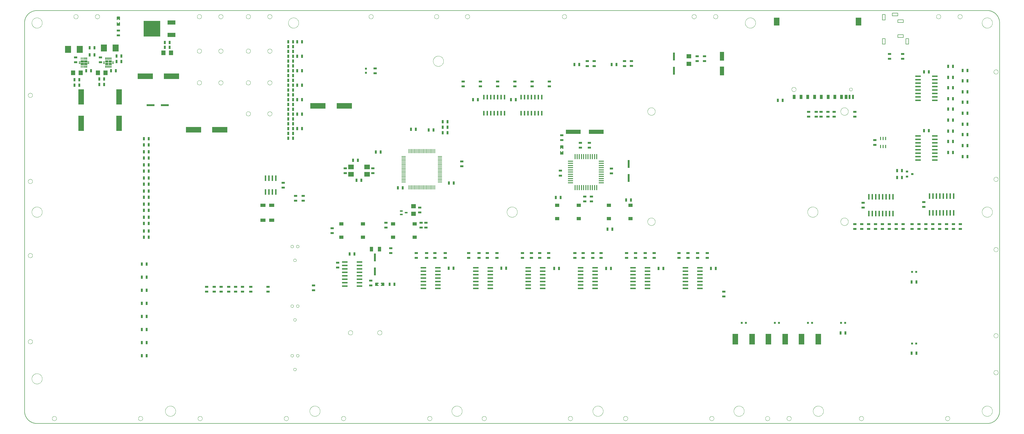
<source format=gtp>
G75*
%MOIN*%
%OFA0B0*%
%FSLAX25Y25*%
%IPPOS*%
%LPD*%
%AMOC8*
5,1,8,0,0,1.08239X$1,22.5*
%
%ADD10C,0.00500*%
%ADD11C,0.00000*%
%ADD12R,0.05906X0.00787*%
%ADD13R,0.00787X0.05906*%
%ADD14R,0.03937X0.01969*%
%ADD15R,0.08268X0.06693*%
%ADD16R,0.03150X0.04724*%
%ADD17R,0.04724X0.03150*%
%ADD18R,0.07087X0.06299*%
%ADD19R,0.21654X0.05906*%
%ADD20R,0.02756X0.05906*%
%ADD21R,0.03937X0.05906*%
%ADD22R,0.07874X0.11811*%
%ADD23R,0.01969X0.07874*%
%ADD24R,0.01575X0.04724*%
%ADD25R,0.07874X0.01969*%
%ADD26R,0.07874X0.02362*%
%ADD27R,0.11811X0.03150*%
%ADD28R,0.06299X0.07087*%
%ADD29R,0.01969X0.07087*%
%ADD30R,0.11811X0.06299*%
%ADD31R,0.24409X0.22835*%
%ADD32R,0.03150X0.11811*%
%ADD33R,0.05118X0.07087*%
%ADD34R,0.06102X0.05118*%
%ADD35R,0.07480X0.01575*%
%ADD36R,0.01575X0.07480*%
%ADD37R,0.07480X0.05118*%
%ADD38R,0.22441X0.07874*%
%ADD39R,0.07874X0.22441*%
%ADD40R,0.06299X0.12598*%
%ADD41C,0.00039*%
%ADD42R,0.09055X0.09843*%
%ADD43R,0.03150X0.03150*%
%ADD44R,0.08268X0.15748*%
%ADD45R,0.03543X0.03150*%
D10*
X0019800Y0001800D02*
X1397800Y0001800D01*
X1398235Y0001805D01*
X1398670Y0001821D01*
X1399104Y0001847D01*
X1399537Y0001884D01*
X1399970Y0001931D01*
X1400401Y0001989D01*
X1400830Y0002057D01*
X1401258Y0002135D01*
X1401684Y0002224D01*
X1402108Y0002323D01*
X1402529Y0002432D01*
X1402947Y0002552D01*
X1403362Y0002681D01*
X1403774Y0002820D01*
X1404183Y0002970D01*
X1404588Y0003129D01*
X1404989Y0003298D01*
X1405385Y0003476D01*
X1405777Y0003664D01*
X1406165Y0003862D01*
X1406548Y0004069D01*
X1406925Y0004285D01*
X1407298Y0004510D01*
X1407664Y0004744D01*
X1408025Y0004986D01*
X1408380Y0005238D01*
X1408729Y0005498D01*
X1409071Y0005766D01*
X1409407Y0006042D01*
X1409736Y0006327D01*
X1410058Y0006619D01*
X1410373Y0006919D01*
X1410681Y0007227D01*
X1410981Y0007542D01*
X1411273Y0007864D01*
X1411558Y0008193D01*
X1411834Y0008529D01*
X1412102Y0008871D01*
X1412362Y0009220D01*
X1412614Y0009575D01*
X1412856Y0009936D01*
X1413090Y0010302D01*
X1413315Y0010675D01*
X1413531Y0011052D01*
X1413738Y0011435D01*
X1413936Y0011823D01*
X1414124Y0012215D01*
X1414302Y0012611D01*
X1414471Y0013012D01*
X1414630Y0013417D01*
X1414780Y0013826D01*
X1414919Y0014238D01*
X1415048Y0014653D01*
X1415168Y0015071D01*
X1415277Y0015492D01*
X1415376Y0015916D01*
X1415465Y0016342D01*
X1415543Y0016770D01*
X1415611Y0017199D01*
X1415669Y0017630D01*
X1415716Y0018063D01*
X1415753Y0018496D01*
X1415779Y0018930D01*
X1415795Y0019365D01*
X1415800Y0019800D01*
X1415800Y0583300D01*
X1415795Y0583735D01*
X1415779Y0584170D01*
X1415753Y0584604D01*
X1415716Y0585037D01*
X1415669Y0585470D01*
X1415611Y0585901D01*
X1415543Y0586330D01*
X1415465Y0586758D01*
X1415376Y0587184D01*
X1415277Y0587608D01*
X1415168Y0588029D01*
X1415048Y0588447D01*
X1414919Y0588862D01*
X1414780Y0589274D01*
X1414630Y0589683D01*
X1414471Y0590088D01*
X1414302Y0590489D01*
X1414124Y0590885D01*
X1413936Y0591277D01*
X1413738Y0591665D01*
X1413531Y0592048D01*
X1413315Y0592425D01*
X1413090Y0592798D01*
X1412856Y0593164D01*
X1412614Y0593525D01*
X1412362Y0593880D01*
X1412102Y0594229D01*
X1411834Y0594571D01*
X1411558Y0594907D01*
X1411273Y0595236D01*
X1410981Y0595558D01*
X1410681Y0595873D01*
X1410373Y0596181D01*
X1410058Y0596481D01*
X1409736Y0596773D01*
X1409407Y0597058D01*
X1409071Y0597334D01*
X1408729Y0597602D01*
X1408380Y0597862D01*
X1408025Y0598114D01*
X1407664Y0598356D01*
X1407298Y0598590D01*
X1406925Y0598815D01*
X1406548Y0599031D01*
X1406165Y0599238D01*
X1405777Y0599436D01*
X1405385Y0599624D01*
X1404989Y0599802D01*
X1404588Y0599971D01*
X1404183Y0600130D01*
X1403774Y0600280D01*
X1403362Y0600419D01*
X1402947Y0600548D01*
X1402529Y0600668D01*
X1402108Y0600777D01*
X1401684Y0600876D01*
X1401258Y0600965D01*
X1400830Y0601043D01*
X1400401Y0601111D01*
X1399970Y0601169D01*
X1399537Y0601216D01*
X1399104Y0601253D01*
X1398670Y0601279D01*
X1398235Y0601295D01*
X1397800Y0601300D01*
X0019800Y0601300D01*
X0019365Y0601295D01*
X0018930Y0601279D01*
X0018496Y0601253D01*
X0018063Y0601216D01*
X0017630Y0601169D01*
X0017199Y0601111D01*
X0016770Y0601043D01*
X0016342Y0600965D01*
X0015916Y0600876D01*
X0015492Y0600777D01*
X0015071Y0600668D01*
X0014653Y0600548D01*
X0014238Y0600419D01*
X0013826Y0600280D01*
X0013417Y0600130D01*
X0013012Y0599971D01*
X0012611Y0599802D01*
X0012215Y0599624D01*
X0011823Y0599436D01*
X0011435Y0599238D01*
X0011052Y0599031D01*
X0010675Y0598815D01*
X0010302Y0598590D01*
X0009936Y0598356D01*
X0009575Y0598114D01*
X0009220Y0597862D01*
X0008871Y0597602D01*
X0008529Y0597334D01*
X0008193Y0597058D01*
X0007864Y0596773D01*
X0007542Y0596481D01*
X0007227Y0596181D01*
X0006919Y0595873D01*
X0006619Y0595558D01*
X0006327Y0595236D01*
X0006042Y0594907D01*
X0005766Y0594571D01*
X0005498Y0594229D01*
X0005238Y0593880D01*
X0004986Y0593525D01*
X0004744Y0593164D01*
X0004510Y0592798D01*
X0004285Y0592425D01*
X0004069Y0592048D01*
X0003862Y0591665D01*
X0003664Y0591277D01*
X0003476Y0590885D01*
X0003298Y0590489D01*
X0003129Y0590088D01*
X0002970Y0589683D01*
X0002820Y0589274D01*
X0002681Y0588862D01*
X0002552Y0588447D01*
X0002432Y0588029D01*
X0002323Y0587608D01*
X0002224Y0587184D01*
X0002135Y0586758D01*
X0002057Y0586330D01*
X0001989Y0585901D01*
X0001931Y0585470D01*
X0001884Y0585037D01*
X0001847Y0584604D01*
X0001821Y0584170D01*
X0001805Y0583735D01*
X0001800Y0583300D01*
X0001800Y0019800D01*
X0001805Y0019365D01*
X0001821Y0018930D01*
X0001847Y0018496D01*
X0001884Y0018063D01*
X0001931Y0017630D01*
X0001989Y0017199D01*
X0002057Y0016770D01*
X0002135Y0016342D01*
X0002224Y0015916D01*
X0002323Y0015492D01*
X0002432Y0015071D01*
X0002552Y0014653D01*
X0002681Y0014238D01*
X0002820Y0013826D01*
X0002970Y0013417D01*
X0003129Y0013012D01*
X0003298Y0012611D01*
X0003476Y0012215D01*
X0003664Y0011823D01*
X0003862Y0011435D01*
X0004069Y0011052D01*
X0004285Y0010675D01*
X0004510Y0010302D01*
X0004744Y0009936D01*
X0004986Y0009575D01*
X0005238Y0009220D01*
X0005498Y0008871D01*
X0005766Y0008529D01*
X0006042Y0008193D01*
X0006327Y0007864D01*
X0006619Y0007542D01*
X0006919Y0007227D01*
X0007227Y0006919D01*
X0007542Y0006619D01*
X0007864Y0006327D01*
X0008193Y0006042D01*
X0008529Y0005766D01*
X0008871Y0005498D01*
X0009220Y0005238D01*
X0009575Y0004986D01*
X0009936Y0004744D01*
X0010302Y0004510D01*
X0010675Y0004285D01*
X0011052Y0004069D01*
X0011435Y0003862D01*
X0011823Y0003664D01*
X0012215Y0003476D01*
X0012611Y0003298D01*
X0013012Y0003129D01*
X0013417Y0002970D01*
X0013826Y0002820D01*
X0014238Y0002681D01*
X0014653Y0002552D01*
X0015071Y0002432D01*
X0015492Y0002323D01*
X0015916Y0002224D01*
X0016342Y0002135D01*
X0016770Y0002057D01*
X0017199Y0001989D01*
X0017630Y0001931D01*
X0018063Y0001884D01*
X0018496Y0001847D01*
X0018930Y0001821D01*
X0019365Y0001805D01*
X0019800Y0001800D01*
X0510501Y0201831D02*
X0510501Y0205769D01*
X0514831Y0205769D01*
X0514831Y0204981D01*
X0513650Y0204981D01*
X0513650Y0202619D01*
X0514831Y0202619D01*
X0514831Y0201831D01*
X0510501Y0201831D01*
X0510501Y0202202D02*
X0514831Y0202202D01*
X0513650Y0202700D02*
X0510501Y0202700D01*
X0510501Y0203199D02*
X0513650Y0203199D01*
X0513650Y0203697D02*
X0510501Y0203697D01*
X0510501Y0204196D02*
X0513650Y0204196D01*
X0513650Y0204694D02*
X0510501Y0204694D01*
X0510501Y0205193D02*
X0514831Y0205193D01*
X0514831Y0205691D02*
X0510501Y0205691D01*
X0518769Y0205691D02*
X0523099Y0205691D01*
X0523099Y0205769D02*
X0523099Y0201831D01*
X0518769Y0201831D01*
X0518769Y0202619D01*
X0519950Y0202619D01*
X0519950Y0204981D01*
X0518769Y0204981D01*
X0518769Y0205769D01*
X0523099Y0205769D01*
X0523099Y0205193D02*
X0518769Y0205193D01*
X0519950Y0204694D02*
X0523099Y0204694D01*
X0523099Y0204196D02*
X0519950Y0204196D01*
X0519950Y0203697D02*
X0523099Y0203697D01*
X0523099Y0203199D02*
X0519950Y0203199D01*
X0519950Y0202700D02*
X0523099Y0202700D01*
X0523099Y0202202D02*
X0518769Y0202202D01*
X0778831Y0392501D02*
X0782769Y0392501D01*
X0782769Y0396831D01*
X0781981Y0396831D01*
X0781981Y0395650D01*
X0779619Y0395650D01*
X0779619Y0396831D01*
X0778831Y0396831D01*
X0778831Y0392501D01*
X0778831Y0392633D02*
X0782769Y0392633D01*
X0782769Y0393131D02*
X0778831Y0393131D01*
X0778831Y0393630D02*
X0782769Y0393630D01*
X0782769Y0394128D02*
X0778831Y0394128D01*
X0778831Y0394627D02*
X0782769Y0394627D01*
X0782769Y0395125D02*
X0778831Y0395125D01*
X0778831Y0395624D02*
X0782769Y0395624D01*
X0782769Y0396122D02*
X0781981Y0396122D01*
X0781981Y0396621D02*
X0782769Y0396621D01*
X0779619Y0396621D02*
X0778831Y0396621D01*
X0778831Y0396122D02*
X0779619Y0396122D01*
X0779619Y0400769D02*
X0778831Y0400769D01*
X0778831Y0405099D01*
X0782769Y0405099D01*
X0782769Y0400769D01*
X0781981Y0400769D01*
X0781981Y0401950D01*
X0779619Y0401950D01*
X0779619Y0400769D01*
X0779619Y0401108D02*
X0778831Y0401108D01*
X0778831Y0401606D02*
X0779619Y0401606D01*
X0778831Y0402105D02*
X0782769Y0402105D01*
X0782769Y0402603D02*
X0778831Y0402603D01*
X0778831Y0403102D02*
X0782769Y0403102D01*
X0782769Y0403600D02*
X0778831Y0403600D01*
X0778831Y0404099D02*
X0782769Y0404099D01*
X0782769Y0404597D02*
X0778831Y0404597D01*
X0778831Y0405096D02*
X0782769Y0405096D01*
X0782769Y0401606D02*
X0781981Y0401606D01*
X0781981Y0401108D02*
X0782769Y0401108D01*
X1245918Y0552509D02*
X1245918Y0560383D01*
X1249855Y0560383D01*
X1249855Y0552509D01*
X1245918Y0552509D01*
X1268162Y0562351D02*
X1268162Y0566288D01*
X1276036Y0566288D01*
X1276036Y0562351D01*
X1268162Y0562351D01*
X1279776Y0560383D02*
X1279776Y0552509D01*
X1283713Y0552509D01*
X1283713Y0560383D01*
X1279776Y0560383D01*
X1276036Y0584005D02*
X1268162Y0584005D01*
X1268162Y0587942D01*
X1276036Y0587942D01*
X1276036Y0584005D01*
X1268162Y0593454D02*
X1260288Y0593454D01*
X1260288Y0597391D01*
X1268162Y0597391D01*
X1268162Y0593454D01*
X1249855Y0595422D02*
X1249855Y0587548D01*
X1245918Y0587548D01*
X1245918Y0595422D01*
X1249855Y0595422D01*
X0139769Y0592099D02*
X0139769Y0587769D01*
X0138981Y0587769D01*
X0138981Y0588950D01*
X0136619Y0588950D01*
X0136619Y0587769D01*
X0135831Y0587769D01*
X0135831Y0592099D01*
X0139769Y0592099D01*
X0139769Y0592037D02*
X0135831Y0592037D01*
X0135831Y0591539D02*
X0139769Y0591539D01*
X0139769Y0591040D02*
X0135831Y0591040D01*
X0135831Y0590542D02*
X0139769Y0590542D01*
X0139769Y0590043D02*
X0135831Y0590043D01*
X0135831Y0589545D02*
X0139769Y0589545D01*
X0139769Y0589046D02*
X0135831Y0589046D01*
X0135831Y0588548D02*
X0136619Y0588548D01*
X0136619Y0588049D02*
X0135831Y0588049D01*
X0138981Y0588049D02*
X0139769Y0588049D01*
X0139769Y0588548D02*
X0138981Y0588548D01*
X0138981Y0583831D02*
X0139769Y0583831D01*
X0139769Y0579501D01*
X0135831Y0579501D01*
X0135831Y0583831D01*
X0136619Y0583831D01*
X0136619Y0582650D01*
X0138981Y0582650D01*
X0138981Y0583831D01*
X0138981Y0583563D02*
X0139769Y0583563D01*
X0139769Y0583064D02*
X0138981Y0583064D01*
X0139769Y0582566D02*
X0135831Y0582566D01*
X0135831Y0583064D02*
X0136619Y0583064D01*
X0136619Y0583563D02*
X0135831Y0583563D01*
X0135831Y0582067D02*
X0139769Y0582067D01*
X0139769Y0581569D02*
X0135831Y0581569D01*
X0135831Y0581070D02*
X0139769Y0581070D01*
X0139769Y0580572D02*
X0135831Y0580572D01*
X0135831Y0580073D02*
X0139769Y0580073D01*
X0139769Y0579575D02*
X0135831Y0579575D01*
D11*
X0104241Y0592493D02*
X0104243Y0592605D01*
X0104249Y0592716D01*
X0104259Y0592828D01*
X0104273Y0592939D01*
X0104290Y0593049D01*
X0104312Y0593159D01*
X0104338Y0593268D01*
X0104367Y0593376D01*
X0104400Y0593482D01*
X0104437Y0593588D01*
X0104478Y0593692D01*
X0104523Y0593795D01*
X0104571Y0593896D01*
X0104622Y0593995D01*
X0104677Y0594092D01*
X0104736Y0594187D01*
X0104797Y0594281D01*
X0104862Y0594372D01*
X0104931Y0594460D01*
X0105002Y0594546D01*
X0105076Y0594630D01*
X0105154Y0594710D01*
X0105234Y0594788D01*
X0105317Y0594864D01*
X0105402Y0594936D01*
X0105490Y0595005D01*
X0105580Y0595071D01*
X0105673Y0595133D01*
X0105768Y0595193D01*
X0105865Y0595249D01*
X0105963Y0595301D01*
X0106064Y0595350D01*
X0106166Y0595395D01*
X0106270Y0595437D01*
X0106375Y0595475D01*
X0106482Y0595509D01*
X0106589Y0595539D01*
X0106698Y0595566D01*
X0106807Y0595588D01*
X0106918Y0595607D01*
X0107028Y0595622D01*
X0107140Y0595633D01*
X0107251Y0595640D01*
X0107363Y0595643D01*
X0107475Y0595642D01*
X0107587Y0595637D01*
X0107698Y0595628D01*
X0107809Y0595615D01*
X0107920Y0595598D01*
X0108030Y0595578D01*
X0108139Y0595553D01*
X0108247Y0595525D01*
X0108354Y0595492D01*
X0108460Y0595456D01*
X0108564Y0595416D01*
X0108667Y0595373D01*
X0108769Y0595326D01*
X0108868Y0595275D01*
X0108966Y0595221D01*
X0109062Y0595163D01*
X0109156Y0595102D01*
X0109247Y0595038D01*
X0109336Y0594971D01*
X0109423Y0594900D01*
X0109507Y0594826D01*
X0109589Y0594750D01*
X0109667Y0594670D01*
X0109743Y0594588D01*
X0109816Y0594503D01*
X0109886Y0594416D01*
X0109952Y0594326D01*
X0110016Y0594234D01*
X0110076Y0594140D01*
X0110133Y0594044D01*
X0110186Y0593945D01*
X0110236Y0593845D01*
X0110282Y0593744D01*
X0110325Y0593640D01*
X0110364Y0593535D01*
X0110399Y0593429D01*
X0110430Y0593322D01*
X0110458Y0593213D01*
X0110481Y0593104D01*
X0110501Y0592994D01*
X0110517Y0592883D01*
X0110529Y0592772D01*
X0110537Y0592661D01*
X0110541Y0592549D01*
X0110541Y0592437D01*
X0110537Y0592325D01*
X0110529Y0592214D01*
X0110517Y0592103D01*
X0110501Y0591992D01*
X0110481Y0591882D01*
X0110458Y0591773D01*
X0110430Y0591664D01*
X0110399Y0591557D01*
X0110364Y0591451D01*
X0110325Y0591346D01*
X0110282Y0591242D01*
X0110236Y0591141D01*
X0110186Y0591041D01*
X0110133Y0590942D01*
X0110076Y0590846D01*
X0110016Y0590752D01*
X0109952Y0590660D01*
X0109886Y0590570D01*
X0109816Y0590483D01*
X0109743Y0590398D01*
X0109667Y0590316D01*
X0109589Y0590236D01*
X0109507Y0590160D01*
X0109423Y0590086D01*
X0109336Y0590015D01*
X0109247Y0589948D01*
X0109156Y0589884D01*
X0109062Y0589823D01*
X0108966Y0589765D01*
X0108868Y0589711D01*
X0108769Y0589660D01*
X0108667Y0589613D01*
X0108564Y0589570D01*
X0108460Y0589530D01*
X0108354Y0589494D01*
X0108247Y0589461D01*
X0108139Y0589433D01*
X0108030Y0589408D01*
X0107920Y0589388D01*
X0107809Y0589371D01*
X0107698Y0589358D01*
X0107587Y0589349D01*
X0107475Y0589344D01*
X0107363Y0589343D01*
X0107251Y0589346D01*
X0107140Y0589353D01*
X0107028Y0589364D01*
X0106918Y0589379D01*
X0106807Y0589398D01*
X0106698Y0589420D01*
X0106589Y0589447D01*
X0106482Y0589477D01*
X0106375Y0589511D01*
X0106270Y0589549D01*
X0106166Y0589591D01*
X0106064Y0589636D01*
X0105963Y0589685D01*
X0105865Y0589737D01*
X0105768Y0589793D01*
X0105673Y0589853D01*
X0105580Y0589915D01*
X0105490Y0589981D01*
X0105402Y0590050D01*
X0105317Y0590122D01*
X0105234Y0590198D01*
X0105154Y0590276D01*
X0105076Y0590356D01*
X0105002Y0590440D01*
X0104931Y0590526D01*
X0104862Y0590614D01*
X0104797Y0590705D01*
X0104736Y0590799D01*
X0104677Y0590894D01*
X0104622Y0590991D01*
X0104571Y0591090D01*
X0104523Y0591191D01*
X0104478Y0591294D01*
X0104437Y0591398D01*
X0104400Y0591504D01*
X0104367Y0591610D01*
X0104338Y0591718D01*
X0104312Y0591827D01*
X0104290Y0591937D01*
X0104273Y0592047D01*
X0104259Y0592158D01*
X0104249Y0592270D01*
X0104243Y0592381D01*
X0104241Y0592493D01*
X0073059Y0592493D02*
X0073061Y0592605D01*
X0073067Y0592716D01*
X0073077Y0592828D01*
X0073091Y0592939D01*
X0073108Y0593049D01*
X0073130Y0593159D01*
X0073156Y0593268D01*
X0073185Y0593376D01*
X0073218Y0593482D01*
X0073255Y0593588D01*
X0073296Y0593692D01*
X0073341Y0593795D01*
X0073389Y0593896D01*
X0073440Y0593995D01*
X0073495Y0594092D01*
X0073554Y0594187D01*
X0073615Y0594281D01*
X0073680Y0594372D01*
X0073749Y0594460D01*
X0073820Y0594546D01*
X0073894Y0594630D01*
X0073972Y0594710D01*
X0074052Y0594788D01*
X0074135Y0594864D01*
X0074220Y0594936D01*
X0074308Y0595005D01*
X0074398Y0595071D01*
X0074491Y0595133D01*
X0074586Y0595193D01*
X0074683Y0595249D01*
X0074781Y0595301D01*
X0074882Y0595350D01*
X0074984Y0595395D01*
X0075088Y0595437D01*
X0075193Y0595475D01*
X0075300Y0595509D01*
X0075407Y0595539D01*
X0075516Y0595566D01*
X0075625Y0595588D01*
X0075736Y0595607D01*
X0075846Y0595622D01*
X0075958Y0595633D01*
X0076069Y0595640D01*
X0076181Y0595643D01*
X0076293Y0595642D01*
X0076405Y0595637D01*
X0076516Y0595628D01*
X0076627Y0595615D01*
X0076738Y0595598D01*
X0076848Y0595578D01*
X0076957Y0595553D01*
X0077065Y0595525D01*
X0077172Y0595492D01*
X0077278Y0595456D01*
X0077382Y0595416D01*
X0077485Y0595373D01*
X0077587Y0595326D01*
X0077686Y0595275D01*
X0077784Y0595221D01*
X0077880Y0595163D01*
X0077974Y0595102D01*
X0078065Y0595038D01*
X0078154Y0594971D01*
X0078241Y0594900D01*
X0078325Y0594826D01*
X0078407Y0594750D01*
X0078485Y0594670D01*
X0078561Y0594588D01*
X0078634Y0594503D01*
X0078704Y0594416D01*
X0078770Y0594326D01*
X0078834Y0594234D01*
X0078894Y0594140D01*
X0078951Y0594044D01*
X0079004Y0593945D01*
X0079054Y0593845D01*
X0079100Y0593744D01*
X0079143Y0593640D01*
X0079182Y0593535D01*
X0079217Y0593429D01*
X0079248Y0593322D01*
X0079276Y0593213D01*
X0079299Y0593104D01*
X0079319Y0592994D01*
X0079335Y0592883D01*
X0079347Y0592772D01*
X0079355Y0592661D01*
X0079359Y0592549D01*
X0079359Y0592437D01*
X0079355Y0592325D01*
X0079347Y0592214D01*
X0079335Y0592103D01*
X0079319Y0591992D01*
X0079299Y0591882D01*
X0079276Y0591773D01*
X0079248Y0591664D01*
X0079217Y0591557D01*
X0079182Y0591451D01*
X0079143Y0591346D01*
X0079100Y0591242D01*
X0079054Y0591141D01*
X0079004Y0591041D01*
X0078951Y0590942D01*
X0078894Y0590846D01*
X0078834Y0590752D01*
X0078770Y0590660D01*
X0078704Y0590570D01*
X0078634Y0590483D01*
X0078561Y0590398D01*
X0078485Y0590316D01*
X0078407Y0590236D01*
X0078325Y0590160D01*
X0078241Y0590086D01*
X0078154Y0590015D01*
X0078065Y0589948D01*
X0077974Y0589884D01*
X0077880Y0589823D01*
X0077784Y0589765D01*
X0077686Y0589711D01*
X0077587Y0589660D01*
X0077485Y0589613D01*
X0077382Y0589570D01*
X0077278Y0589530D01*
X0077172Y0589494D01*
X0077065Y0589461D01*
X0076957Y0589433D01*
X0076848Y0589408D01*
X0076738Y0589388D01*
X0076627Y0589371D01*
X0076516Y0589358D01*
X0076405Y0589349D01*
X0076293Y0589344D01*
X0076181Y0589343D01*
X0076069Y0589346D01*
X0075958Y0589353D01*
X0075846Y0589364D01*
X0075736Y0589379D01*
X0075625Y0589398D01*
X0075516Y0589420D01*
X0075407Y0589447D01*
X0075300Y0589477D01*
X0075193Y0589511D01*
X0075088Y0589549D01*
X0074984Y0589591D01*
X0074882Y0589636D01*
X0074781Y0589685D01*
X0074683Y0589737D01*
X0074586Y0589793D01*
X0074491Y0589853D01*
X0074398Y0589915D01*
X0074308Y0589981D01*
X0074220Y0590050D01*
X0074135Y0590122D01*
X0074052Y0590198D01*
X0073972Y0590276D01*
X0073894Y0590356D01*
X0073820Y0590440D01*
X0073749Y0590526D01*
X0073680Y0590614D01*
X0073615Y0590705D01*
X0073554Y0590799D01*
X0073495Y0590894D01*
X0073440Y0590991D01*
X0073389Y0591090D01*
X0073341Y0591191D01*
X0073296Y0591294D01*
X0073255Y0591398D01*
X0073218Y0591504D01*
X0073185Y0591610D01*
X0073156Y0591718D01*
X0073130Y0591827D01*
X0073108Y0591937D01*
X0073091Y0592047D01*
X0073077Y0592158D01*
X0073067Y0592270D01*
X0073061Y0592381D01*
X0073059Y0592493D01*
X0012300Y0583300D02*
X0012302Y0583484D01*
X0012309Y0583668D01*
X0012320Y0583852D01*
X0012336Y0584035D01*
X0012356Y0584218D01*
X0012381Y0584400D01*
X0012410Y0584582D01*
X0012444Y0584763D01*
X0012482Y0584943D01*
X0012525Y0585122D01*
X0012572Y0585300D01*
X0012623Y0585477D01*
X0012679Y0585653D01*
X0012738Y0585827D01*
X0012803Y0585999D01*
X0012871Y0586170D01*
X0012943Y0586339D01*
X0013020Y0586507D01*
X0013101Y0586672D01*
X0013186Y0586835D01*
X0013274Y0586997D01*
X0013367Y0587156D01*
X0013464Y0587312D01*
X0013564Y0587467D01*
X0013668Y0587619D01*
X0013776Y0587768D01*
X0013887Y0587914D01*
X0014002Y0588058D01*
X0014121Y0588199D01*
X0014243Y0588337D01*
X0014368Y0588472D01*
X0014497Y0588603D01*
X0014628Y0588732D01*
X0014763Y0588857D01*
X0014901Y0588979D01*
X0015042Y0589098D01*
X0015186Y0589213D01*
X0015332Y0589324D01*
X0015481Y0589432D01*
X0015633Y0589536D01*
X0015788Y0589636D01*
X0015944Y0589733D01*
X0016103Y0589826D01*
X0016265Y0589914D01*
X0016428Y0589999D01*
X0016593Y0590080D01*
X0016761Y0590157D01*
X0016930Y0590229D01*
X0017101Y0590297D01*
X0017273Y0590362D01*
X0017447Y0590421D01*
X0017623Y0590477D01*
X0017800Y0590528D01*
X0017978Y0590575D01*
X0018157Y0590618D01*
X0018337Y0590656D01*
X0018518Y0590690D01*
X0018700Y0590719D01*
X0018882Y0590744D01*
X0019065Y0590764D01*
X0019248Y0590780D01*
X0019432Y0590791D01*
X0019616Y0590798D01*
X0019800Y0590800D01*
X0019984Y0590798D01*
X0020168Y0590791D01*
X0020352Y0590780D01*
X0020535Y0590764D01*
X0020718Y0590744D01*
X0020900Y0590719D01*
X0021082Y0590690D01*
X0021263Y0590656D01*
X0021443Y0590618D01*
X0021622Y0590575D01*
X0021800Y0590528D01*
X0021977Y0590477D01*
X0022153Y0590421D01*
X0022327Y0590362D01*
X0022499Y0590297D01*
X0022670Y0590229D01*
X0022839Y0590157D01*
X0023007Y0590080D01*
X0023172Y0589999D01*
X0023335Y0589914D01*
X0023497Y0589826D01*
X0023656Y0589733D01*
X0023812Y0589636D01*
X0023967Y0589536D01*
X0024119Y0589432D01*
X0024268Y0589324D01*
X0024414Y0589213D01*
X0024558Y0589098D01*
X0024699Y0588979D01*
X0024837Y0588857D01*
X0024972Y0588732D01*
X0025103Y0588603D01*
X0025232Y0588472D01*
X0025357Y0588337D01*
X0025479Y0588199D01*
X0025598Y0588058D01*
X0025713Y0587914D01*
X0025824Y0587768D01*
X0025932Y0587619D01*
X0026036Y0587467D01*
X0026136Y0587312D01*
X0026233Y0587156D01*
X0026326Y0586997D01*
X0026414Y0586835D01*
X0026499Y0586672D01*
X0026580Y0586507D01*
X0026657Y0586339D01*
X0026729Y0586170D01*
X0026797Y0585999D01*
X0026862Y0585827D01*
X0026921Y0585653D01*
X0026977Y0585477D01*
X0027028Y0585300D01*
X0027075Y0585122D01*
X0027118Y0584943D01*
X0027156Y0584763D01*
X0027190Y0584582D01*
X0027219Y0584400D01*
X0027244Y0584218D01*
X0027264Y0584035D01*
X0027280Y0583852D01*
X0027291Y0583668D01*
X0027298Y0583484D01*
X0027300Y0583300D01*
X0027298Y0583116D01*
X0027291Y0582932D01*
X0027280Y0582748D01*
X0027264Y0582565D01*
X0027244Y0582382D01*
X0027219Y0582200D01*
X0027190Y0582018D01*
X0027156Y0581837D01*
X0027118Y0581657D01*
X0027075Y0581478D01*
X0027028Y0581300D01*
X0026977Y0581123D01*
X0026921Y0580947D01*
X0026862Y0580773D01*
X0026797Y0580601D01*
X0026729Y0580430D01*
X0026657Y0580261D01*
X0026580Y0580093D01*
X0026499Y0579928D01*
X0026414Y0579765D01*
X0026326Y0579603D01*
X0026233Y0579444D01*
X0026136Y0579288D01*
X0026036Y0579133D01*
X0025932Y0578981D01*
X0025824Y0578832D01*
X0025713Y0578686D01*
X0025598Y0578542D01*
X0025479Y0578401D01*
X0025357Y0578263D01*
X0025232Y0578128D01*
X0025103Y0577997D01*
X0024972Y0577868D01*
X0024837Y0577743D01*
X0024699Y0577621D01*
X0024558Y0577502D01*
X0024414Y0577387D01*
X0024268Y0577276D01*
X0024119Y0577168D01*
X0023967Y0577064D01*
X0023812Y0576964D01*
X0023656Y0576867D01*
X0023497Y0576774D01*
X0023335Y0576686D01*
X0023172Y0576601D01*
X0023007Y0576520D01*
X0022839Y0576443D01*
X0022670Y0576371D01*
X0022499Y0576303D01*
X0022327Y0576238D01*
X0022153Y0576179D01*
X0021977Y0576123D01*
X0021800Y0576072D01*
X0021622Y0576025D01*
X0021443Y0575982D01*
X0021263Y0575944D01*
X0021082Y0575910D01*
X0020900Y0575881D01*
X0020718Y0575856D01*
X0020535Y0575836D01*
X0020352Y0575820D01*
X0020168Y0575809D01*
X0019984Y0575802D01*
X0019800Y0575800D01*
X0019616Y0575802D01*
X0019432Y0575809D01*
X0019248Y0575820D01*
X0019065Y0575836D01*
X0018882Y0575856D01*
X0018700Y0575881D01*
X0018518Y0575910D01*
X0018337Y0575944D01*
X0018157Y0575982D01*
X0017978Y0576025D01*
X0017800Y0576072D01*
X0017623Y0576123D01*
X0017447Y0576179D01*
X0017273Y0576238D01*
X0017101Y0576303D01*
X0016930Y0576371D01*
X0016761Y0576443D01*
X0016593Y0576520D01*
X0016428Y0576601D01*
X0016265Y0576686D01*
X0016103Y0576774D01*
X0015944Y0576867D01*
X0015788Y0576964D01*
X0015633Y0577064D01*
X0015481Y0577168D01*
X0015332Y0577276D01*
X0015186Y0577387D01*
X0015042Y0577502D01*
X0014901Y0577621D01*
X0014763Y0577743D01*
X0014628Y0577868D01*
X0014497Y0577997D01*
X0014368Y0578128D01*
X0014243Y0578263D01*
X0014121Y0578401D01*
X0014002Y0578542D01*
X0013887Y0578686D01*
X0013776Y0578832D01*
X0013668Y0578981D01*
X0013564Y0579133D01*
X0013464Y0579288D01*
X0013367Y0579444D01*
X0013274Y0579603D01*
X0013186Y0579765D01*
X0013101Y0579928D01*
X0013020Y0580093D01*
X0012943Y0580261D01*
X0012871Y0580430D01*
X0012803Y0580601D01*
X0012738Y0580773D01*
X0012679Y0580947D01*
X0012623Y0581123D01*
X0012572Y0581300D01*
X0012525Y0581478D01*
X0012482Y0581657D01*
X0012444Y0581837D01*
X0012410Y0582018D01*
X0012381Y0582200D01*
X0012356Y0582382D01*
X0012336Y0582565D01*
X0012320Y0582748D01*
X0012309Y0582932D01*
X0012302Y0583116D01*
X0012300Y0583300D01*
X0006957Y0478300D02*
X0006959Y0478412D01*
X0006965Y0478523D01*
X0006975Y0478635D01*
X0006989Y0478746D01*
X0007006Y0478856D01*
X0007028Y0478966D01*
X0007054Y0479075D01*
X0007083Y0479183D01*
X0007116Y0479289D01*
X0007153Y0479395D01*
X0007194Y0479499D01*
X0007239Y0479602D01*
X0007287Y0479703D01*
X0007338Y0479802D01*
X0007393Y0479899D01*
X0007452Y0479994D01*
X0007513Y0480088D01*
X0007578Y0480179D01*
X0007647Y0480267D01*
X0007718Y0480353D01*
X0007792Y0480437D01*
X0007870Y0480517D01*
X0007950Y0480595D01*
X0008033Y0480671D01*
X0008118Y0480743D01*
X0008206Y0480812D01*
X0008296Y0480878D01*
X0008389Y0480940D01*
X0008484Y0481000D01*
X0008581Y0481056D01*
X0008679Y0481108D01*
X0008780Y0481157D01*
X0008882Y0481202D01*
X0008986Y0481244D01*
X0009091Y0481282D01*
X0009198Y0481316D01*
X0009305Y0481346D01*
X0009414Y0481373D01*
X0009523Y0481395D01*
X0009634Y0481414D01*
X0009744Y0481429D01*
X0009856Y0481440D01*
X0009967Y0481447D01*
X0010079Y0481450D01*
X0010191Y0481449D01*
X0010303Y0481444D01*
X0010414Y0481435D01*
X0010525Y0481422D01*
X0010636Y0481405D01*
X0010746Y0481385D01*
X0010855Y0481360D01*
X0010963Y0481332D01*
X0011070Y0481299D01*
X0011176Y0481263D01*
X0011280Y0481223D01*
X0011383Y0481180D01*
X0011485Y0481133D01*
X0011584Y0481082D01*
X0011682Y0481028D01*
X0011778Y0480970D01*
X0011872Y0480909D01*
X0011963Y0480845D01*
X0012052Y0480778D01*
X0012139Y0480707D01*
X0012223Y0480633D01*
X0012305Y0480557D01*
X0012383Y0480477D01*
X0012459Y0480395D01*
X0012532Y0480310D01*
X0012602Y0480223D01*
X0012668Y0480133D01*
X0012732Y0480041D01*
X0012792Y0479947D01*
X0012849Y0479851D01*
X0012902Y0479752D01*
X0012952Y0479652D01*
X0012998Y0479551D01*
X0013041Y0479447D01*
X0013080Y0479342D01*
X0013115Y0479236D01*
X0013146Y0479129D01*
X0013174Y0479020D01*
X0013197Y0478911D01*
X0013217Y0478801D01*
X0013233Y0478690D01*
X0013245Y0478579D01*
X0013253Y0478468D01*
X0013257Y0478356D01*
X0013257Y0478244D01*
X0013253Y0478132D01*
X0013245Y0478021D01*
X0013233Y0477910D01*
X0013217Y0477799D01*
X0013197Y0477689D01*
X0013174Y0477580D01*
X0013146Y0477471D01*
X0013115Y0477364D01*
X0013080Y0477258D01*
X0013041Y0477153D01*
X0012998Y0477049D01*
X0012952Y0476948D01*
X0012902Y0476848D01*
X0012849Y0476749D01*
X0012792Y0476653D01*
X0012732Y0476559D01*
X0012668Y0476467D01*
X0012602Y0476377D01*
X0012532Y0476290D01*
X0012459Y0476205D01*
X0012383Y0476123D01*
X0012305Y0476043D01*
X0012223Y0475967D01*
X0012139Y0475893D01*
X0012052Y0475822D01*
X0011963Y0475755D01*
X0011872Y0475691D01*
X0011778Y0475630D01*
X0011682Y0475572D01*
X0011584Y0475518D01*
X0011485Y0475467D01*
X0011383Y0475420D01*
X0011280Y0475377D01*
X0011176Y0475337D01*
X0011070Y0475301D01*
X0010963Y0475268D01*
X0010855Y0475240D01*
X0010746Y0475215D01*
X0010636Y0475195D01*
X0010525Y0475178D01*
X0010414Y0475165D01*
X0010303Y0475156D01*
X0010191Y0475151D01*
X0010079Y0475150D01*
X0009967Y0475153D01*
X0009856Y0475160D01*
X0009744Y0475171D01*
X0009634Y0475186D01*
X0009523Y0475205D01*
X0009414Y0475227D01*
X0009305Y0475254D01*
X0009198Y0475284D01*
X0009091Y0475318D01*
X0008986Y0475356D01*
X0008882Y0475398D01*
X0008780Y0475443D01*
X0008679Y0475492D01*
X0008581Y0475544D01*
X0008484Y0475600D01*
X0008389Y0475660D01*
X0008296Y0475722D01*
X0008206Y0475788D01*
X0008118Y0475857D01*
X0008033Y0475929D01*
X0007950Y0476005D01*
X0007870Y0476083D01*
X0007792Y0476163D01*
X0007718Y0476247D01*
X0007647Y0476333D01*
X0007578Y0476421D01*
X0007513Y0476512D01*
X0007452Y0476606D01*
X0007393Y0476701D01*
X0007338Y0476798D01*
X0007287Y0476897D01*
X0007239Y0476998D01*
X0007194Y0477101D01*
X0007153Y0477205D01*
X0007116Y0477311D01*
X0007083Y0477417D01*
X0007054Y0477525D01*
X0007028Y0477634D01*
X0007006Y0477744D01*
X0006989Y0477854D01*
X0006975Y0477965D01*
X0006965Y0478077D01*
X0006959Y0478188D01*
X0006957Y0478300D01*
X0252059Y0496493D02*
X0252061Y0496605D01*
X0252067Y0496716D01*
X0252077Y0496828D01*
X0252091Y0496939D01*
X0252108Y0497049D01*
X0252130Y0497159D01*
X0252156Y0497268D01*
X0252185Y0497376D01*
X0252218Y0497482D01*
X0252255Y0497588D01*
X0252296Y0497692D01*
X0252341Y0497795D01*
X0252389Y0497896D01*
X0252440Y0497995D01*
X0252495Y0498092D01*
X0252554Y0498187D01*
X0252615Y0498281D01*
X0252680Y0498372D01*
X0252749Y0498460D01*
X0252820Y0498546D01*
X0252894Y0498630D01*
X0252972Y0498710D01*
X0253052Y0498788D01*
X0253135Y0498864D01*
X0253220Y0498936D01*
X0253308Y0499005D01*
X0253398Y0499071D01*
X0253491Y0499133D01*
X0253586Y0499193D01*
X0253683Y0499249D01*
X0253781Y0499301D01*
X0253882Y0499350D01*
X0253984Y0499395D01*
X0254088Y0499437D01*
X0254193Y0499475D01*
X0254300Y0499509D01*
X0254407Y0499539D01*
X0254516Y0499566D01*
X0254625Y0499588D01*
X0254736Y0499607D01*
X0254846Y0499622D01*
X0254958Y0499633D01*
X0255069Y0499640D01*
X0255181Y0499643D01*
X0255293Y0499642D01*
X0255405Y0499637D01*
X0255516Y0499628D01*
X0255627Y0499615D01*
X0255738Y0499598D01*
X0255848Y0499578D01*
X0255957Y0499553D01*
X0256065Y0499525D01*
X0256172Y0499492D01*
X0256278Y0499456D01*
X0256382Y0499416D01*
X0256485Y0499373D01*
X0256587Y0499326D01*
X0256686Y0499275D01*
X0256784Y0499221D01*
X0256880Y0499163D01*
X0256974Y0499102D01*
X0257065Y0499038D01*
X0257154Y0498971D01*
X0257241Y0498900D01*
X0257325Y0498826D01*
X0257407Y0498750D01*
X0257485Y0498670D01*
X0257561Y0498588D01*
X0257634Y0498503D01*
X0257704Y0498416D01*
X0257770Y0498326D01*
X0257834Y0498234D01*
X0257894Y0498140D01*
X0257951Y0498044D01*
X0258004Y0497945D01*
X0258054Y0497845D01*
X0258100Y0497744D01*
X0258143Y0497640D01*
X0258182Y0497535D01*
X0258217Y0497429D01*
X0258248Y0497322D01*
X0258276Y0497213D01*
X0258299Y0497104D01*
X0258319Y0496994D01*
X0258335Y0496883D01*
X0258347Y0496772D01*
X0258355Y0496661D01*
X0258359Y0496549D01*
X0258359Y0496437D01*
X0258355Y0496325D01*
X0258347Y0496214D01*
X0258335Y0496103D01*
X0258319Y0495992D01*
X0258299Y0495882D01*
X0258276Y0495773D01*
X0258248Y0495664D01*
X0258217Y0495557D01*
X0258182Y0495451D01*
X0258143Y0495346D01*
X0258100Y0495242D01*
X0258054Y0495141D01*
X0258004Y0495041D01*
X0257951Y0494942D01*
X0257894Y0494846D01*
X0257834Y0494752D01*
X0257770Y0494660D01*
X0257704Y0494570D01*
X0257634Y0494483D01*
X0257561Y0494398D01*
X0257485Y0494316D01*
X0257407Y0494236D01*
X0257325Y0494160D01*
X0257241Y0494086D01*
X0257154Y0494015D01*
X0257065Y0493948D01*
X0256974Y0493884D01*
X0256880Y0493823D01*
X0256784Y0493765D01*
X0256686Y0493711D01*
X0256587Y0493660D01*
X0256485Y0493613D01*
X0256382Y0493570D01*
X0256278Y0493530D01*
X0256172Y0493494D01*
X0256065Y0493461D01*
X0255957Y0493433D01*
X0255848Y0493408D01*
X0255738Y0493388D01*
X0255627Y0493371D01*
X0255516Y0493358D01*
X0255405Y0493349D01*
X0255293Y0493344D01*
X0255181Y0493343D01*
X0255069Y0493346D01*
X0254958Y0493353D01*
X0254846Y0493364D01*
X0254736Y0493379D01*
X0254625Y0493398D01*
X0254516Y0493420D01*
X0254407Y0493447D01*
X0254300Y0493477D01*
X0254193Y0493511D01*
X0254088Y0493549D01*
X0253984Y0493591D01*
X0253882Y0493636D01*
X0253781Y0493685D01*
X0253683Y0493737D01*
X0253586Y0493793D01*
X0253491Y0493853D01*
X0253398Y0493915D01*
X0253308Y0493981D01*
X0253220Y0494050D01*
X0253135Y0494122D01*
X0253052Y0494198D01*
X0252972Y0494276D01*
X0252894Y0494356D01*
X0252820Y0494440D01*
X0252749Y0494526D01*
X0252680Y0494614D01*
X0252615Y0494705D01*
X0252554Y0494799D01*
X0252495Y0494894D01*
X0252440Y0494991D01*
X0252389Y0495090D01*
X0252341Y0495191D01*
X0252296Y0495294D01*
X0252255Y0495398D01*
X0252218Y0495504D01*
X0252185Y0495610D01*
X0252156Y0495718D01*
X0252130Y0495827D01*
X0252108Y0495937D01*
X0252091Y0496047D01*
X0252077Y0496158D01*
X0252067Y0496270D01*
X0252061Y0496381D01*
X0252059Y0496493D01*
X0283241Y0496493D02*
X0283243Y0496605D01*
X0283249Y0496716D01*
X0283259Y0496828D01*
X0283273Y0496939D01*
X0283290Y0497049D01*
X0283312Y0497159D01*
X0283338Y0497268D01*
X0283367Y0497376D01*
X0283400Y0497482D01*
X0283437Y0497588D01*
X0283478Y0497692D01*
X0283523Y0497795D01*
X0283571Y0497896D01*
X0283622Y0497995D01*
X0283677Y0498092D01*
X0283736Y0498187D01*
X0283797Y0498281D01*
X0283862Y0498372D01*
X0283931Y0498460D01*
X0284002Y0498546D01*
X0284076Y0498630D01*
X0284154Y0498710D01*
X0284234Y0498788D01*
X0284317Y0498864D01*
X0284402Y0498936D01*
X0284490Y0499005D01*
X0284580Y0499071D01*
X0284673Y0499133D01*
X0284768Y0499193D01*
X0284865Y0499249D01*
X0284963Y0499301D01*
X0285064Y0499350D01*
X0285166Y0499395D01*
X0285270Y0499437D01*
X0285375Y0499475D01*
X0285482Y0499509D01*
X0285589Y0499539D01*
X0285698Y0499566D01*
X0285807Y0499588D01*
X0285918Y0499607D01*
X0286028Y0499622D01*
X0286140Y0499633D01*
X0286251Y0499640D01*
X0286363Y0499643D01*
X0286475Y0499642D01*
X0286587Y0499637D01*
X0286698Y0499628D01*
X0286809Y0499615D01*
X0286920Y0499598D01*
X0287030Y0499578D01*
X0287139Y0499553D01*
X0287247Y0499525D01*
X0287354Y0499492D01*
X0287460Y0499456D01*
X0287564Y0499416D01*
X0287667Y0499373D01*
X0287769Y0499326D01*
X0287868Y0499275D01*
X0287966Y0499221D01*
X0288062Y0499163D01*
X0288156Y0499102D01*
X0288247Y0499038D01*
X0288336Y0498971D01*
X0288423Y0498900D01*
X0288507Y0498826D01*
X0288589Y0498750D01*
X0288667Y0498670D01*
X0288743Y0498588D01*
X0288816Y0498503D01*
X0288886Y0498416D01*
X0288952Y0498326D01*
X0289016Y0498234D01*
X0289076Y0498140D01*
X0289133Y0498044D01*
X0289186Y0497945D01*
X0289236Y0497845D01*
X0289282Y0497744D01*
X0289325Y0497640D01*
X0289364Y0497535D01*
X0289399Y0497429D01*
X0289430Y0497322D01*
X0289458Y0497213D01*
X0289481Y0497104D01*
X0289501Y0496994D01*
X0289517Y0496883D01*
X0289529Y0496772D01*
X0289537Y0496661D01*
X0289541Y0496549D01*
X0289541Y0496437D01*
X0289537Y0496325D01*
X0289529Y0496214D01*
X0289517Y0496103D01*
X0289501Y0495992D01*
X0289481Y0495882D01*
X0289458Y0495773D01*
X0289430Y0495664D01*
X0289399Y0495557D01*
X0289364Y0495451D01*
X0289325Y0495346D01*
X0289282Y0495242D01*
X0289236Y0495141D01*
X0289186Y0495041D01*
X0289133Y0494942D01*
X0289076Y0494846D01*
X0289016Y0494752D01*
X0288952Y0494660D01*
X0288886Y0494570D01*
X0288816Y0494483D01*
X0288743Y0494398D01*
X0288667Y0494316D01*
X0288589Y0494236D01*
X0288507Y0494160D01*
X0288423Y0494086D01*
X0288336Y0494015D01*
X0288247Y0493948D01*
X0288156Y0493884D01*
X0288062Y0493823D01*
X0287966Y0493765D01*
X0287868Y0493711D01*
X0287769Y0493660D01*
X0287667Y0493613D01*
X0287564Y0493570D01*
X0287460Y0493530D01*
X0287354Y0493494D01*
X0287247Y0493461D01*
X0287139Y0493433D01*
X0287030Y0493408D01*
X0286920Y0493388D01*
X0286809Y0493371D01*
X0286698Y0493358D01*
X0286587Y0493349D01*
X0286475Y0493344D01*
X0286363Y0493343D01*
X0286251Y0493346D01*
X0286140Y0493353D01*
X0286028Y0493364D01*
X0285918Y0493379D01*
X0285807Y0493398D01*
X0285698Y0493420D01*
X0285589Y0493447D01*
X0285482Y0493477D01*
X0285375Y0493511D01*
X0285270Y0493549D01*
X0285166Y0493591D01*
X0285064Y0493636D01*
X0284963Y0493685D01*
X0284865Y0493737D01*
X0284768Y0493793D01*
X0284673Y0493853D01*
X0284580Y0493915D01*
X0284490Y0493981D01*
X0284402Y0494050D01*
X0284317Y0494122D01*
X0284234Y0494198D01*
X0284154Y0494276D01*
X0284076Y0494356D01*
X0284002Y0494440D01*
X0283931Y0494526D01*
X0283862Y0494614D01*
X0283797Y0494705D01*
X0283736Y0494799D01*
X0283677Y0494894D01*
X0283622Y0494991D01*
X0283571Y0495090D01*
X0283523Y0495191D01*
X0283478Y0495294D01*
X0283437Y0495398D01*
X0283400Y0495504D01*
X0283367Y0495610D01*
X0283338Y0495718D01*
X0283312Y0495827D01*
X0283290Y0495937D01*
X0283273Y0496047D01*
X0283259Y0496158D01*
X0283249Y0496270D01*
X0283243Y0496381D01*
X0283241Y0496493D01*
X0323059Y0496493D02*
X0323061Y0496605D01*
X0323067Y0496716D01*
X0323077Y0496828D01*
X0323091Y0496939D01*
X0323108Y0497049D01*
X0323130Y0497159D01*
X0323156Y0497268D01*
X0323185Y0497376D01*
X0323218Y0497482D01*
X0323255Y0497588D01*
X0323296Y0497692D01*
X0323341Y0497795D01*
X0323389Y0497896D01*
X0323440Y0497995D01*
X0323495Y0498092D01*
X0323554Y0498187D01*
X0323615Y0498281D01*
X0323680Y0498372D01*
X0323749Y0498460D01*
X0323820Y0498546D01*
X0323894Y0498630D01*
X0323972Y0498710D01*
X0324052Y0498788D01*
X0324135Y0498864D01*
X0324220Y0498936D01*
X0324308Y0499005D01*
X0324398Y0499071D01*
X0324491Y0499133D01*
X0324586Y0499193D01*
X0324683Y0499249D01*
X0324781Y0499301D01*
X0324882Y0499350D01*
X0324984Y0499395D01*
X0325088Y0499437D01*
X0325193Y0499475D01*
X0325300Y0499509D01*
X0325407Y0499539D01*
X0325516Y0499566D01*
X0325625Y0499588D01*
X0325736Y0499607D01*
X0325846Y0499622D01*
X0325958Y0499633D01*
X0326069Y0499640D01*
X0326181Y0499643D01*
X0326293Y0499642D01*
X0326405Y0499637D01*
X0326516Y0499628D01*
X0326627Y0499615D01*
X0326738Y0499598D01*
X0326848Y0499578D01*
X0326957Y0499553D01*
X0327065Y0499525D01*
X0327172Y0499492D01*
X0327278Y0499456D01*
X0327382Y0499416D01*
X0327485Y0499373D01*
X0327587Y0499326D01*
X0327686Y0499275D01*
X0327784Y0499221D01*
X0327880Y0499163D01*
X0327974Y0499102D01*
X0328065Y0499038D01*
X0328154Y0498971D01*
X0328241Y0498900D01*
X0328325Y0498826D01*
X0328407Y0498750D01*
X0328485Y0498670D01*
X0328561Y0498588D01*
X0328634Y0498503D01*
X0328704Y0498416D01*
X0328770Y0498326D01*
X0328834Y0498234D01*
X0328894Y0498140D01*
X0328951Y0498044D01*
X0329004Y0497945D01*
X0329054Y0497845D01*
X0329100Y0497744D01*
X0329143Y0497640D01*
X0329182Y0497535D01*
X0329217Y0497429D01*
X0329248Y0497322D01*
X0329276Y0497213D01*
X0329299Y0497104D01*
X0329319Y0496994D01*
X0329335Y0496883D01*
X0329347Y0496772D01*
X0329355Y0496661D01*
X0329359Y0496549D01*
X0329359Y0496437D01*
X0329355Y0496325D01*
X0329347Y0496214D01*
X0329335Y0496103D01*
X0329319Y0495992D01*
X0329299Y0495882D01*
X0329276Y0495773D01*
X0329248Y0495664D01*
X0329217Y0495557D01*
X0329182Y0495451D01*
X0329143Y0495346D01*
X0329100Y0495242D01*
X0329054Y0495141D01*
X0329004Y0495041D01*
X0328951Y0494942D01*
X0328894Y0494846D01*
X0328834Y0494752D01*
X0328770Y0494660D01*
X0328704Y0494570D01*
X0328634Y0494483D01*
X0328561Y0494398D01*
X0328485Y0494316D01*
X0328407Y0494236D01*
X0328325Y0494160D01*
X0328241Y0494086D01*
X0328154Y0494015D01*
X0328065Y0493948D01*
X0327974Y0493884D01*
X0327880Y0493823D01*
X0327784Y0493765D01*
X0327686Y0493711D01*
X0327587Y0493660D01*
X0327485Y0493613D01*
X0327382Y0493570D01*
X0327278Y0493530D01*
X0327172Y0493494D01*
X0327065Y0493461D01*
X0326957Y0493433D01*
X0326848Y0493408D01*
X0326738Y0493388D01*
X0326627Y0493371D01*
X0326516Y0493358D01*
X0326405Y0493349D01*
X0326293Y0493344D01*
X0326181Y0493343D01*
X0326069Y0493346D01*
X0325958Y0493353D01*
X0325846Y0493364D01*
X0325736Y0493379D01*
X0325625Y0493398D01*
X0325516Y0493420D01*
X0325407Y0493447D01*
X0325300Y0493477D01*
X0325193Y0493511D01*
X0325088Y0493549D01*
X0324984Y0493591D01*
X0324882Y0493636D01*
X0324781Y0493685D01*
X0324683Y0493737D01*
X0324586Y0493793D01*
X0324491Y0493853D01*
X0324398Y0493915D01*
X0324308Y0493981D01*
X0324220Y0494050D01*
X0324135Y0494122D01*
X0324052Y0494198D01*
X0323972Y0494276D01*
X0323894Y0494356D01*
X0323820Y0494440D01*
X0323749Y0494526D01*
X0323680Y0494614D01*
X0323615Y0494705D01*
X0323554Y0494799D01*
X0323495Y0494894D01*
X0323440Y0494991D01*
X0323389Y0495090D01*
X0323341Y0495191D01*
X0323296Y0495294D01*
X0323255Y0495398D01*
X0323218Y0495504D01*
X0323185Y0495610D01*
X0323156Y0495718D01*
X0323130Y0495827D01*
X0323108Y0495937D01*
X0323091Y0496047D01*
X0323077Y0496158D01*
X0323067Y0496270D01*
X0323061Y0496381D01*
X0323059Y0496493D01*
X0354241Y0496493D02*
X0354243Y0496605D01*
X0354249Y0496716D01*
X0354259Y0496828D01*
X0354273Y0496939D01*
X0354290Y0497049D01*
X0354312Y0497159D01*
X0354338Y0497268D01*
X0354367Y0497376D01*
X0354400Y0497482D01*
X0354437Y0497588D01*
X0354478Y0497692D01*
X0354523Y0497795D01*
X0354571Y0497896D01*
X0354622Y0497995D01*
X0354677Y0498092D01*
X0354736Y0498187D01*
X0354797Y0498281D01*
X0354862Y0498372D01*
X0354931Y0498460D01*
X0355002Y0498546D01*
X0355076Y0498630D01*
X0355154Y0498710D01*
X0355234Y0498788D01*
X0355317Y0498864D01*
X0355402Y0498936D01*
X0355490Y0499005D01*
X0355580Y0499071D01*
X0355673Y0499133D01*
X0355768Y0499193D01*
X0355865Y0499249D01*
X0355963Y0499301D01*
X0356064Y0499350D01*
X0356166Y0499395D01*
X0356270Y0499437D01*
X0356375Y0499475D01*
X0356482Y0499509D01*
X0356589Y0499539D01*
X0356698Y0499566D01*
X0356807Y0499588D01*
X0356918Y0499607D01*
X0357028Y0499622D01*
X0357140Y0499633D01*
X0357251Y0499640D01*
X0357363Y0499643D01*
X0357475Y0499642D01*
X0357587Y0499637D01*
X0357698Y0499628D01*
X0357809Y0499615D01*
X0357920Y0499598D01*
X0358030Y0499578D01*
X0358139Y0499553D01*
X0358247Y0499525D01*
X0358354Y0499492D01*
X0358460Y0499456D01*
X0358564Y0499416D01*
X0358667Y0499373D01*
X0358769Y0499326D01*
X0358868Y0499275D01*
X0358966Y0499221D01*
X0359062Y0499163D01*
X0359156Y0499102D01*
X0359247Y0499038D01*
X0359336Y0498971D01*
X0359423Y0498900D01*
X0359507Y0498826D01*
X0359589Y0498750D01*
X0359667Y0498670D01*
X0359743Y0498588D01*
X0359816Y0498503D01*
X0359886Y0498416D01*
X0359952Y0498326D01*
X0360016Y0498234D01*
X0360076Y0498140D01*
X0360133Y0498044D01*
X0360186Y0497945D01*
X0360236Y0497845D01*
X0360282Y0497744D01*
X0360325Y0497640D01*
X0360364Y0497535D01*
X0360399Y0497429D01*
X0360430Y0497322D01*
X0360458Y0497213D01*
X0360481Y0497104D01*
X0360501Y0496994D01*
X0360517Y0496883D01*
X0360529Y0496772D01*
X0360537Y0496661D01*
X0360541Y0496549D01*
X0360541Y0496437D01*
X0360537Y0496325D01*
X0360529Y0496214D01*
X0360517Y0496103D01*
X0360501Y0495992D01*
X0360481Y0495882D01*
X0360458Y0495773D01*
X0360430Y0495664D01*
X0360399Y0495557D01*
X0360364Y0495451D01*
X0360325Y0495346D01*
X0360282Y0495242D01*
X0360236Y0495141D01*
X0360186Y0495041D01*
X0360133Y0494942D01*
X0360076Y0494846D01*
X0360016Y0494752D01*
X0359952Y0494660D01*
X0359886Y0494570D01*
X0359816Y0494483D01*
X0359743Y0494398D01*
X0359667Y0494316D01*
X0359589Y0494236D01*
X0359507Y0494160D01*
X0359423Y0494086D01*
X0359336Y0494015D01*
X0359247Y0493948D01*
X0359156Y0493884D01*
X0359062Y0493823D01*
X0358966Y0493765D01*
X0358868Y0493711D01*
X0358769Y0493660D01*
X0358667Y0493613D01*
X0358564Y0493570D01*
X0358460Y0493530D01*
X0358354Y0493494D01*
X0358247Y0493461D01*
X0358139Y0493433D01*
X0358030Y0493408D01*
X0357920Y0493388D01*
X0357809Y0493371D01*
X0357698Y0493358D01*
X0357587Y0493349D01*
X0357475Y0493344D01*
X0357363Y0493343D01*
X0357251Y0493346D01*
X0357140Y0493353D01*
X0357028Y0493364D01*
X0356918Y0493379D01*
X0356807Y0493398D01*
X0356698Y0493420D01*
X0356589Y0493447D01*
X0356482Y0493477D01*
X0356375Y0493511D01*
X0356270Y0493549D01*
X0356166Y0493591D01*
X0356064Y0493636D01*
X0355963Y0493685D01*
X0355865Y0493737D01*
X0355768Y0493793D01*
X0355673Y0493853D01*
X0355580Y0493915D01*
X0355490Y0493981D01*
X0355402Y0494050D01*
X0355317Y0494122D01*
X0355234Y0494198D01*
X0355154Y0494276D01*
X0355076Y0494356D01*
X0355002Y0494440D01*
X0354931Y0494526D01*
X0354862Y0494614D01*
X0354797Y0494705D01*
X0354736Y0494799D01*
X0354677Y0494894D01*
X0354622Y0494991D01*
X0354571Y0495090D01*
X0354523Y0495191D01*
X0354478Y0495294D01*
X0354437Y0495398D01*
X0354400Y0495504D01*
X0354367Y0495610D01*
X0354338Y0495718D01*
X0354312Y0495827D01*
X0354290Y0495937D01*
X0354273Y0496047D01*
X0354259Y0496158D01*
X0354249Y0496270D01*
X0354243Y0496381D01*
X0354241Y0496493D01*
X0354241Y0451493D02*
X0354243Y0451605D01*
X0354249Y0451716D01*
X0354259Y0451828D01*
X0354273Y0451939D01*
X0354290Y0452049D01*
X0354312Y0452159D01*
X0354338Y0452268D01*
X0354367Y0452376D01*
X0354400Y0452482D01*
X0354437Y0452588D01*
X0354478Y0452692D01*
X0354523Y0452795D01*
X0354571Y0452896D01*
X0354622Y0452995D01*
X0354677Y0453092D01*
X0354736Y0453187D01*
X0354797Y0453281D01*
X0354862Y0453372D01*
X0354931Y0453460D01*
X0355002Y0453546D01*
X0355076Y0453630D01*
X0355154Y0453710D01*
X0355234Y0453788D01*
X0355317Y0453864D01*
X0355402Y0453936D01*
X0355490Y0454005D01*
X0355580Y0454071D01*
X0355673Y0454133D01*
X0355768Y0454193D01*
X0355865Y0454249D01*
X0355963Y0454301D01*
X0356064Y0454350D01*
X0356166Y0454395D01*
X0356270Y0454437D01*
X0356375Y0454475D01*
X0356482Y0454509D01*
X0356589Y0454539D01*
X0356698Y0454566D01*
X0356807Y0454588D01*
X0356918Y0454607D01*
X0357028Y0454622D01*
X0357140Y0454633D01*
X0357251Y0454640D01*
X0357363Y0454643D01*
X0357475Y0454642D01*
X0357587Y0454637D01*
X0357698Y0454628D01*
X0357809Y0454615D01*
X0357920Y0454598D01*
X0358030Y0454578D01*
X0358139Y0454553D01*
X0358247Y0454525D01*
X0358354Y0454492D01*
X0358460Y0454456D01*
X0358564Y0454416D01*
X0358667Y0454373D01*
X0358769Y0454326D01*
X0358868Y0454275D01*
X0358966Y0454221D01*
X0359062Y0454163D01*
X0359156Y0454102D01*
X0359247Y0454038D01*
X0359336Y0453971D01*
X0359423Y0453900D01*
X0359507Y0453826D01*
X0359589Y0453750D01*
X0359667Y0453670D01*
X0359743Y0453588D01*
X0359816Y0453503D01*
X0359886Y0453416D01*
X0359952Y0453326D01*
X0360016Y0453234D01*
X0360076Y0453140D01*
X0360133Y0453044D01*
X0360186Y0452945D01*
X0360236Y0452845D01*
X0360282Y0452744D01*
X0360325Y0452640D01*
X0360364Y0452535D01*
X0360399Y0452429D01*
X0360430Y0452322D01*
X0360458Y0452213D01*
X0360481Y0452104D01*
X0360501Y0451994D01*
X0360517Y0451883D01*
X0360529Y0451772D01*
X0360537Y0451661D01*
X0360541Y0451549D01*
X0360541Y0451437D01*
X0360537Y0451325D01*
X0360529Y0451214D01*
X0360517Y0451103D01*
X0360501Y0450992D01*
X0360481Y0450882D01*
X0360458Y0450773D01*
X0360430Y0450664D01*
X0360399Y0450557D01*
X0360364Y0450451D01*
X0360325Y0450346D01*
X0360282Y0450242D01*
X0360236Y0450141D01*
X0360186Y0450041D01*
X0360133Y0449942D01*
X0360076Y0449846D01*
X0360016Y0449752D01*
X0359952Y0449660D01*
X0359886Y0449570D01*
X0359816Y0449483D01*
X0359743Y0449398D01*
X0359667Y0449316D01*
X0359589Y0449236D01*
X0359507Y0449160D01*
X0359423Y0449086D01*
X0359336Y0449015D01*
X0359247Y0448948D01*
X0359156Y0448884D01*
X0359062Y0448823D01*
X0358966Y0448765D01*
X0358868Y0448711D01*
X0358769Y0448660D01*
X0358667Y0448613D01*
X0358564Y0448570D01*
X0358460Y0448530D01*
X0358354Y0448494D01*
X0358247Y0448461D01*
X0358139Y0448433D01*
X0358030Y0448408D01*
X0357920Y0448388D01*
X0357809Y0448371D01*
X0357698Y0448358D01*
X0357587Y0448349D01*
X0357475Y0448344D01*
X0357363Y0448343D01*
X0357251Y0448346D01*
X0357140Y0448353D01*
X0357028Y0448364D01*
X0356918Y0448379D01*
X0356807Y0448398D01*
X0356698Y0448420D01*
X0356589Y0448447D01*
X0356482Y0448477D01*
X0356375Y0448511D01*
X0356270Y0448549D01*
X0356166Y0448591D01*
X0356064Y0448636D01*
X0355963Y0448685D01*
X0355865Y0448737D01*
X0355768Y0448793D01*
X0355673Y0448853D01*
X0355580Y0448915D01*
X0355490Y0448981D01*
X0355402Y0449050D01*
X0355317Y0449122D01*
X0355234Y0449198D01*
X0355154Y0449276D01*
X0355076Y0449356D01*
X0355002Y0449440D01*
X0354931Y0449526D01*
X0354862Y0449614D01*
X0354797Y0449705D01*
X0354736Y0449799D01*
X0354677Y0449894D01*
X0354622Y0449991D01*
X0354571Y0450090D01*
X0354523Y0450191D01*
X0354478Y0450294D01*
X0354437Y0450398D01*
X0354400Y0450504D01*
X0354367Y0450610D01*
X0354338Y0450718D01*
X0354312Y0450827D01*
X0354290Y0450937D01*
X0354273Y0451047D01*
X0354259Y0451158D01*
X0354249Y0451270D01*
X0354243Y0451381D01*
X0354241Y0451493D01*
X0323059Y0451493D02*
X0323061Y0451605D01*
X0323067Y0451716D01*
X0323077Y0451828D01*
X0323091Y0451939D01*
X0323108Y0452049D01*
X0323130Y0452159D01*
X0323156Y0452268D01*
X0323185Y0452376D01*
X0323218Y0452482D01*
X0323255Y0452588D01*
X0323296Y0452692D01*
X0323341Y0452795D01*
X0323389Y0452896D01*
X0323440Y0452995D01*
X0323495Y0453092D01*
X0323554Y0453187D01*
X0323615Y0453281D01*
X0323680Y0453372D01*
X0323749Y0453460D01*
X0323820Y0453546D01*
X0323894Y0453630D01*
X0323972Y0453710D01*
X0324052Y0453788D01*
X0324135Y0453864D01*
X0324220Y0453936D01*
X0324308Y0454005D01*
X0324398Y0454071D01*
X0324491Y0454133D01*
X0324586Y0454193D01*
X0324683Y0454249D01*
X0324781Y0454301D01*
X0324882Y0454350D01*
X0324984Y0454395D01*
X0325088Y0454437D01*
X0325193Y0454475D01*
X0325300Y0454509D01*
X0325407Y0454539D01*
X0325516Y0454566D01*
X0325625Y0454588D01*
X0325736Y0454607D01*
X0325846Y0454622D01*
X0325958Y0454633D01*
X0326069Y0454640D01*
X0326181Y0454643D01*
X0326293Y0454642D01*
X0326405Y0454637D01*
X0326516Y0454628D01*
X0326627Y0454615D01*
X0326738Y0454598D01*
X0326848Y0454578D01*
X0326957Y0454553D01*
X0327065Y0454525D01*
X0327172Y0454492D01*
X0327278Y0454456D01*
X0327382Y0454416D01*
X0327485Y0454373D01*
X0327587Y0454326D01*
X0327686Y0454275D01*
X0327784Y0454221D01*
X0327880Y0454163D01*
X0327974Y0454102D01*
X0328065Y0454038D01*
X0328154Y0453971D01*
X0328241Y0453900D01*
X0328325Y0453826D01*
X0328407Y0453750D01*
X0328485Y0453670D01*
X0328561Y0453588D01*
X0328634Y0453503D01*
X0328704Y0453416D01*
X0328770Y0453326D01*
X0328834Y0453234D01*
X0328894Y0453140D01*
X0328951Y0453044D01*
X0329004Y0452945D01*
X0329054Y0452845D01*
X0329100Y0452744D01*
X0329143Y0452640D01*
X0329182Y0452535D01*
X0329217Y0452429D01*
X0329248Y0452322D01*
X0329276Y0452213D01*
X0329299Y0452104D01*
X0329319Y0451994D01*
X0329335Y0451883D01*
X0329347Y0451772D01*
X0329355Y0451661D01*
X0329359Y0451549D01*
X0329359Y0451437D01*
X0329355Y0451325D01*
X0329347Y0451214D01*
X0329335Y0451103D01*
X0329319Y0450992D01*
X0329299Y0450882D01*
X0329276Y0450773D01*
X0329248Y0450664D01*
X0329217Y0450557D01*
X0329182Y0450451D01*
X0329143Y0450346D01*
X0329100Y0450242D01*
X0329054Y0450141D01*
X0329004Y0450041D01*
X0328951Y0449942D01*
X0328894Y0449846D01*
X0328834Y0449752D01*
X0328770Y0449660D01*
X0328704Y0449570D01*
X0328634Y0449483D01*
X0328561Y0449398D01*
X0328485Y0449316D01*
X0328407Y0449236D01*
X0328325Y0449160D01*
X0328241Y0449086D01*
X0328154Y0449015D01*
X0328065Y0448948D01*
X0327974Y0448884D01*
X0327880Y0448823D01*
X0327784Y0448765D01*
X0327686Y0448711D01*
X0327587Y0448660D01*
X0327485Y0448613D01*
X0327382Y0448570D01*
X0327278Y0448530D01*
X0327172Y0448494D01*
X0327065Y0448461D01*
X0326957Y0448433D01*
X0326848Y0448408D01*
X0326738Y0448388D01*
X0326627Y0448371D01*
X0326516Y0448358D01*
X0326405Y0448349D01*
X0326293Y0448344D01*
X0326181Y0448343D01*
X0326069Y0448346D01*
X0325958Y0448353D01*
X0325846Y0448364D01*
X0325736Y0448379D01*
X0325625Y0448398D01*
X0325516Y0448420D01*
X0325407Y0448447D01*
X0325300Y0448477D01*
X0325193Y0448511D01*
X0325088Y0448549D01*
X0324984Y0448591D01*
X0324882Y0448636D01*
X0324781Y0448685D01*
X0324683Y0448737D01*
X0324586Y0448793D01*
X0324491Y0448853D01*
X0324398Y0448915D01*
X0324308Y0448981D01*
X0324220Y0449050D01*
X0324135Y0449122D01*
X0324052Y0449198D01*
X0323972Y0449276D01*
X0323894Y0449356D01*
X0323820Y0449440D01*
X0323749Y0449526D01*
X0323680Y0449614D01*
X0323615Y0449705D01*
X0323554Y0449799D01*
X0323495Y0449894D01*
X0323440Y0449991D01*
X0323389Y0450090D01*
X0323341Y0450191D01*
X0323296Y0450294D01*
X0323255Y0450398D01*
X0323218Y0450504D01*
X0323185Y0450610D01*
X0323156Y0450718D01*
X0323130Y0450827D01*
X0323108Y0450937D01*
X0323091Y0451047D01*
X0323077Y0451158D01*
X0323067Y0451270D01*
X0323061Y0451381D01*
X0323059Y0451493D01*
X0323059Y0542493D02*
X0323061Y0542605D01*
X0323067Y0542716D01*
X0323077Y0542828D01*
X0323091Y0542939D01*
X0323108Y0543049D01*
X0323130Y0543159D01*
X0323156Y0543268D01*
X0323185Y0543376D01*
X0323218Y0543482D01*
X0323255Y0543588D01*
X0323296Y0543692D01*
X0323341Y0543795D01*
X0323389Y0543896D01*
X0323440Y0543995D01*
X0323495Y0544092D01*
X0323554Y0544187D01*
X0323615Y0544281D01*
X0323680Y0544372D01*
X0323749Y0544460D01*
X0323820Y0544546D01*
X0323894Y0544630D01*
X0323972Y0544710D01*
X0324052Y0544788D01*
X0324135Y0544864D01*
X0324220Y0544936D01*
X0324308Y0545005D01*
X0324398Y0545071D01*
X0324491Y0545133D01*
X0324586Y0545193D01*
X0324683Y0545249D01*
X0324781Y0545301D01*
X0324882Y0545350D01*
X0324984Y0545395D01*
X0325088Y0545437D01*
X0325193Y0545475D01*
X0325300Y0545509D01*
X0325407Y0545539D01*
X0325516Y0545566D01*
X0325625Y0545588D01*
X0325736Y0545607D01*
X0325846Y0545622D01*
X0325958Y0545633D01*
X0326069Y0545640D01*
X0326181Y0545643D01*
X0326293Y0545642D01*
X0326405Y0545637D01*
X0326516Y0545628D01*
X0326627Y0545615D01*
X0326738Y0545598D01*
X0326848Y0545578D01*
X0326957Y0545553D01*
X0327065Y0545525D01*
X0327172Y0545492D01*
X0327278Y0545456D01*
X0327382Y0545416D01*
X0327485Y0545373D01*
X0327587Y0545326D01*
X0327686Y0545275D01*
X0327784Y0545221D01*
X0327880Y0545163D01*
X0327974Y0545102D01*
X0328065Y0545038D01*
X0328154Y0544971D01*
X0328241Y0544900D01*
X0328325Y0544826D01*
X0328407Y0544750D01*
X0328485Y0544670D01*
X0328561Y0544588D01*
X0328634Y0544503D01*
X0328704Y0544416D01*
X0328770Y0544326D01*
X0328834Y0544234D01*
X0328894Y0544140D01*
X0328951Y0544044D01*
X0329004Y0543945D01*
X0329054Y0543845D01*
X0329100Y0543744D01*
X0329143Y0543640D01*
X0329182Y0543535D01*
X0329217Y0543429D01*
X0329248Y0543322D01*
X0329276Y0543213D01*
X0329299Y0543104D01*
X0329319Y0542994D01*
X0329335Y0542883D01*
X0329347Y0542772D01*
X0329355Y0542661D01*
X0329359Y0542549D01*
X0329359Y0542437D01*
X0329355Y0542325D01*
X0329347Y0542214D01*
X0329335Y0542103D01*
X0329319Y0541992D01*
X0329299Y0541882D01*
X0329276Y0541773D01*
X0329248Y0541664D01*
X0329217Y0541557D01*
X0329182Y0541451D01*
X0329143Y0541346D01*
X0329100Y0541242D01*
X0329054Y0541141D01*
X0329004Y0541041D01*
X0328951Y0540942D01*
X0328894Y0540846D01*
X0328834Y0540752D01*
X0328770Y0540660D01*
X0328704Y0540570D01*
X0328634Y0540483D01*
X0328561Y0540398D01*
X0328485Y0540316D01*
X0328407Y0540236D01*
X0328325Y0540160D01*
X0328241Y0540086D01*
X0328154Y0540015D01*
X0328065Y0539948D01*
X0327974Y0539884D01*
X0327880Y0539823D01*
X0327784Y0539765D01*
X0327686Y0539711D01*
X0327587Y0539660D01*
X0327485Y0539613D01*
X0327382Y0539570D01*
X0327278Y0539530D01*
X0327172Y0539494D01*
X0327065Y0539461D01*
X0326957Y0539433D01*
X0326848Y0539408D01*
X0326738Y0539388D01*
X0326627Y0539371D01*
X0326516Y0539358D01*
X0326405Y0539349D01*
X0326293Y0539344D01*
X0326181Y0539343D01*
X0326069Y0539346D01*
X0325958Y0539353D01*
X0325846Y0539364D01*
X0325736Y0539379D01*
X0325625Y0539398D01*
X0325516Y0539420D01*
X0325407Y0539447D01*
X0325300Y0539477D01*
X0325193Y0539511D01*
X0325088Y0539549D01*
X0324984Y0539591D01*
X0324882Y0539636D01*
X0324781Y0539685D01*
X0324683Y0539737D01*
X0324586Y0539793D01*
X0324491Y0539853D01*
X0324398Y0539915D01*
X0324308Y0539981D01*
X0324220Y0540050D01*
X0324135Y0540122D01*
X0324052Y0540198D01*
X0323972Y0540276D01*
X0323894Y0540356D01*
X0323820Y0540440D01*
X0323749Y0540526D01*
X0323680Y0540614D01*
X0323615Y0540705D01*
X0323554Y0540799D01*
X0323495Y0540894D01*
X0323440Y0540991D01*
X0323389Y0541090D01*
X0323341Y0541191D01*
X0323296Y0541294D01*
X0323255Y0541398D01*
X0323218Y0541504D01*
X0323185Y0541610D01*
X0323156Y0541718D01*
X0323130Y0541827D01*
X0323108Y0541937D01*
X0323091Y0542047D01*
X0323077Y0542158D01*
X0323067Y0542270D01*
X0323061Y0542381D01*
X0323059Y0542493D01*
X0283241Y0542493D02*
X0283243Y0542605D01*
X0283249Y0542716D01*
X0283259Y0542828D01*
X0283273Y0542939D01*
X0283290Y0543049D01*
X0283312Y0543159D01*
X0283338Y0543268D01*
X0283367Y0543376D01*
X0283400Y0543482D01*
X0283437Y0543588D01*
X0283478Y0543692D01*
X0283523Y0543795D01*
X0283571Y0543896D01*
X0283622Y0543995D01*
X0283677Y0544092D01*
X0283736Y0544187D01*
X0283797Y0544281D01*
X0283862Y0544372D01*
X0283931Y0544460D01*
X0284002Y0544546D01*
X0284076Y0544630D01*
X0284154Y0544710D01*
X0284234Y0544788D01*
X0284317Y0544864D01*
X0284402Y0544936D01*
X0284490Y0545005D01*
X0284580Y0545071D01*
X0284673Y0545133D01*
X0284768Y0545193D01*
X0284865Y0545249D01*
X0284963Y0545301D01*
X0285064Y0545350D01*
X0285166Y0545395D01*
X0285270Y0545437D01*
X0285375Y0545475D01*
X0285482Y0545509D01*
X0285589Y0545539D01*
X0285698Y0545566D01*
X0285807Y0545588D01*
X0285918Y0545607D01*
X0286028Y0545622D01*
X0286140Y0545633D01*
X0286251Y0545640D01*
X0286363Y0545643D01*
X0286475Y0545642D01*
X0286587Y0545637D01*
X0286698Y0545628D01*
X0286809Y0545615D01*
X0286920Y0545598D01*
X0287030Y0545578D01*
X0287139Y0545553D01*
X0287247Y0545525D01*
X0287354Y0545492D01*
X0287460Y0545456D01*
X0287564Y0545416D01*
X0287667Y0545373D01*
X0287769Y0545326D01*
X0287868Y0545275D01*
X0287966Y0545221D01*
X0288062Y0545163D01*
X0288156Y0545102D01*
X0288247Y0545038D01*
X0288336Y0544971D01*
X0288423Y0544900D01*
X0288507Y0544826D01*
X0288589Y0544750D01*
X0288667Y0544670D01*
X0288743Y0544588D01*
X0288816Y0544503D01*
X0288886Y0544416D01*
X0288952Y0544326D01*
X0289016Y0544234D01*
X0289076Y0544140D01*
X0289133Y0544044D01*
X0289186Y0543945D01*
X0289236Y0543845D01*
X0289282Y0543744D01*
X0289325Y0543640D01*
X0289364Y0543535D01*
X0289399Y0543429D01*
X0289430Y0543322D01*
X0289458Y0543213D01*
X0289481Y0543104D01*
X0289501Y0542994D01*
X0289517Y0542883D01*
X0289529Y0542772D01*
X0289537Y0542661D01*
X0289541Y0542549D01*
X0289541Y0542437D01*
X0289537Y0542325D01*
X0289529Y0542214D01*
X0289517Y0542103D01*
X0289501Y0541992D01*
X0289481Y0541882D01*
X0289458Y0541773D01*
X0289430Y0541664D01*
X0289399Y0541557D01*
X0289364Y0541451D01*
X0289325Y0541346D01*
X0289282Y0541242D01*
X0289236Y0541141D01*
X0289186Y0541041D01*
X0289133Y0540942D01*
X0289076Y0540846D01*
X0289016Y0540752D01*
X0288952Y0540660D01*
X0288886Y0540570D01*
X0288816Y0540483D01*
X0288743Y0540398D01*
X0288667Y0540316D01*
X0288589Y0540236D01*
X0288507Y0540160D01*
X0288423Y0540086D01*
X0288336Y0540015D01*
X0288247Y0539948D01*
X0288156Y0539884D01*
X0288062Y0539823D01*
X0287966Y0539765D01*
X0287868Y0539711D01*
X0287769Y0539660D01*
X0287667Y0539613D01*
X0287564Y0539570D01*
X0287460Y0539530D01*
X0287354Y0539494D01*
X0287247Y0539461D01*
X0287139Y0539433D01*
X0287030Y0539408D01*
X0286920Y0539388D01*
X0286809Y0539371D01*
X0286698Y0539358D01*
X0286587Y0539349D01*
X0286475Y0539344D01*
X0286363Y0539343D01*
X0286251Y0539346D01*
X0286140Y0539353D01*
X0286028Y0539364D01*
X0285918Y0539379D01*
X0285807Y0539398D01*
X0285698Y0539420D01*
X0285589Y0539447D01*
X0285482Y0539477D01*
X0285375Y0539511D01*
X0285270Y0539549D01*
X0285166Y0539591D01*
X0285064Y0539636D01*
X0284963Y0539685D01*
X0284865Y0539737D01*
X0284768Y0539793D01*
X0284673Y0539853D01*
X0284580Y0539915D01*
X0284490Y0539981D01*
X0284402Y0540050D01*
X0284317Y0540122D01*
X0284234Y0540198D01*
X0284154Y0540276D01*
X0284076Y0540356D01*
X0284002Y0540440D01*
X0283931Y0540526D01*
X0283862Y0540614D01*
X0283797Y0540705D01*
X0283736Y0540799D01*
X0283677Y0540894D01*
X0283622Y0540991D01*
X0283571Y0541090D01*
X0283523Y0541191D01*
X0283478Y0541294D01*
X0283437Y0541398D01*
X0283400Y0541504D01*
X0283367Y0541610D01*
X0283338Y0541718D01*
X0283312Y0541827D01*
X0283290Y0541937D01*
X0283273Y0542047D01*
X0283259Y0542158D01*
X0283249Y0542270D01*
X0283243Y0542381D01*
X0283241Y0542493D01*
X0252059Y0542493D02*
X0252061Y0542605D01*
X0252067Y0542716D01*
X0252077Y0542828D01*
X0252091Y0542939D01*
X0252108Y0543049D01*
X0252130Y0543159D01*
X0252156Y0543268D01*
X0252185Y0543376D01*
X0252218Y0543482D01*
X0252255Y0543588D01*
X0252296Y0543692D01*
X0252341Y0543795D01*
X0252389Y0543896D01*
X0252440Y0543995D01*
X0252495Y0544092D01*
X0252554Y0544187D01*
X0252615Y0544281D01*
X0252680Y0544372D01*
X0252749Y0544460D01*
X0252820Y0544546D01*
X0252894Y0544630D01*
X0252972Y0544710D01*
X0253052Y0544788D01*
X0253135Y0544864D01*
X0253220Y0544936D01*
X0253308Y0545005D01*
X0253398Y0545071D01*
X0253491Y0545133D01*
X0253586Y0545193D01*
X0253683Y0545249D01*
X0253781Y0545301D01*
X0253882Y0545350D01*
X0253984Y0545395D01*
X0254088Y0545437D01*
X0254193Y0545475D01*
X0254300Y0545509D01*
X0254407Y0545539D01*
X0254516Y0545566D01*
X0254625Y0545588D01*
X0254736Y0545607D01*
X0254846Y0545622D01*
X0254958Y0545633D01*
X0255069Y0545640D01*
X0255181Y0545643D01*
X0255293Y0545642D01*
X0255405Y0545637D01*
X0255516Y0545628D01*
X0255627Y0545615D01*
X0255738Y0545598D01*
X0255848Y0545578D01*
X0255957Y0545553D01*
X0256065Y0545525D01*
X0256172Y0545492D01*
X0256278Y0545456D01*
X0256382Y0545416D01*
X0256485Y0545373D01*
X0256587Y0545326D01*
X0256686Y0545275D01*
X0256784Y0545221D01*
X0256880Y0545163D01*
X0256974Y0545102D01*
X0257065Y0545038D01*
X0257154Y0544971D01*
X0257241Y0544900D01*
X0257325Y0544826D01*
X0257407Y0544750D01*
X0257485Y0544670D01*
X0257561Y0544588D01*
X0257634Y0544503D01*
X0257704Y0544416D01*
X0257770Y0544326D01*
X0257834Y0544234D01*
X0257894Y0544140D01*
X0257951Y0544044D01*
X0258004Y0543945D01*
X0258054Y0543845D01*
X0258100Y0543744D01*
X0258143Y0543640D01*
X0258182Y0543535D01*
X0258217Y0543429D01*
X0258248Y0543322D01*
X0258276Y0543213D01*
X0258299Y0543104D01*
X0258319Y0542994D01*
X0258335Y0542883D01*
X0258347Y0542772D01*
X0258355Y0542661D01*
X0258359Y0542549D01*
X0258359Y0542437D01*
X0258355Y0542325D01*
X0258347Y0542214D01*
X0258335Y0542103D01*
X0258319Y0541992D01*
X0258299Y0541882D01*
X0258276Y0541773D01*
X0258248Y0541664D01*
X0258217Y0541557D01*
X0258182Y0541451D01*
X0258143Y0541346D01*
X0258100Y0541242D01*
X0258054Y0541141D01*
X0258004Y0541041D01*
X0257951Y0540942D01*
X0257894Y0540846D01*
X0257834Y0540752D01*
X0257770Y0540660D01*
X0257704Y0540570D01*
X0257634Y0540483D01*
X0257561Y0540398D01*
X0257485Y0540316D01*
X0257407Y0540236D01*
X0257325Y0540160D01*
X0257241Y0540086D01*
X0257154Y0540015D01*
X0257065Y0539948D01*
X0256974Y0539884D01*
X0256880Y0539823D01*
X0256784Y0539765D01*
X0256686Y0539711D01*
X0256587Y0539660D01*
X0256485Y0539613D01*
X0256382Y0539570D01*
X0256278Y0539530D01*
X0256172Y0539494D01*
X0256065Y0539461D01*
X0255957Y0539433D01*
X0255848Y0539408D01*
X0255738Y0539388D01*
X0255627Y0539371D01*
X0255516Y0539358D01*
X0255405Y0539349D01*
X0255293Y0539344D01*
X0255181Y0539343D01*
X0255069Y0539346D01*
X0254958Y0539353D01*
X0254846Y0539364D01*
X0254736Y0539379D01*
X0254625Y0539398D01*
X0254516Y0539420D01*
X0254407Y0539447D01*
X0254300Y0539477D01*
X0254193Y0539511D01*
X0254088Y0539549D01*
X0253984Y0539591D01*
X0253882Y0539636D01*
X0253781Y0539685D01*
X0253683Y0539737D01*
X0253586Y0539793D01*
X0253491Y0539853D01*
X0253398Y0539915D01*
X0253308Y0539981D01*
X0253220Y0540050D01*
X0253135Y0540122D01*
X0253052Y0540198D01*
X0252972Y0540276D01*
X0252894Y0540356D01*
X0252820Y0540440D01*
X0252749Y0540526D01*
X0252680Y0540614D01*
X0252615Y0540705D01*
X0252554Y0540799D01*
X0252495Y0540894D01*
X0252440Y0540991D01*
X0252389Y0541090D01*
X0252341Y0541191D01*
X0252296Y0541294D01*
X0252255Y0541398D01*
X0252218Y0541504D01*
X0252185Y0541610D01*
X0252156Y0541718D01*
X0252130Y0541827D01*
X0252108Y0541937D01*
X0252091Y0542047D01*
X0252077Y0542158D01*
X0252067Y0542270D01*
X0252061Y0542381D01*
X0252059Y0542493D01*
X0354241Y0542493D02*
X0354243Y0542605D01*
X0354249Y0542716D01*
X0354259Y0542828D01*
X0354273Y0542939D01*
X0354290Y0543049D01*
X0354312Y0543159D01*
X0354338Y0543268D01*
X0354367Y0543376D01*
X0354400Y0543482D01*
X0354437Y0543588D01*
X0354478Y0543692D01*
X0354523Y0543795D01*
X0354571Y0543896D01*
X0354622Y0543995D01*
X0354677Y0544092D01*
X0354736Y0544187D01*
X0354797Y0544281D01*
X0354862Y0544372D01*
X0354931Y0544460D01*
X0355002Y0544546D01*
X0355076Y0544630D01*
X0355154Y0544710D01*
X0355234Y0544788D01*
X0355317Y0544864D01*
X0355402Y0544936D01*
X0355490Y0545005D01*
X0355580Y0545071D01*
X0355673Y0545133D01*
X0355768Y0545193D01*
X0355865Y0545249D01*
X0355963Y0545301D01*
X0356064Y0545350D01*
X0356166Y0545395D01*
X0356270Y0545437D01*
X0356375Y0545475D01*
X0356482Y0545509D01*
X0356589Y0545539D01*
X0356698Y0545566D01*
X0356807Y0545588D01*
X0356918Y0545607D01*
X0357028Y0545622D01*
X0357140Y0545633D01*
X0357251Y0545640D01*
X0357363Y0545643D01*
X0357475Y0545642D01*
X0357587Y0545637D01*
X0357698Y0545628D01*
X0357809Y0545615D01*
X0357920Y0545598D01*
X0358030Y0545578D01*
X0358139Y0545553D01*
X0358247Y0545525D01*
X0358354Y0545492D01*
X0358460Y0545456D01*
X0358564Y0545416D01*
X0358667Y0545373D01*
X0358769Y0545326D01*
X0358868Y0545275D01*
X0358966Y0545221D01*
X0359062Y0545163D01*
X0359156Y0545102D01*
X0359247Y0545038D01*
X0359336Y0544971D01*
X0359423Y0544900D01*
X0359507Y0544826D01*
X0359589Y0544750D01*
X0359667Y0544670D01*
X0359743Y0544588D01*
X0359816Y0544503D01*
X0359886Y0544416D01*
X0359952Y0544326D01*
X0360016Y0544234D01*
X0360076Y0544140D01*
X0360133Y0544044D01*
X0360186Y0543945D01*
X0360236Y0543845D01*
X0360282Y0543744D01*
X0360325Y0543640D01*
X0360364Y0543535D01*
X0360399Y0543429D01*
X0360430Y0543322D01*
X0360458Y0543213D01*
X0360481Y0543104D01*
X0360501Y0542994D01*
X0360517Y0542883D01*
X0360529Y0542772D01*
X0360537Y0542661D01*
X0360541Y0542549D01*
X0360541Y0542437D01*
X0360537Y0542325D01*
X0360529Y0542214D01*
X0360517Y0542103D01*
X0360501Y0541992D01*
X0360481Y0541882D01*
X0360458Y0541773D01*
X0360430Y0541664D01*
X0360399Y0541557D01*
X0360364Y0541451D01*
X0360325Y0541346D01*
X0360282Y0541242D01*
X0360236Y0541141D01*
X0360186Y0541041D01*
X0360133Y0540942D01*
X0360076Y0540846D01*
X0360016Y0540752D01*
X0359952Y0540660D01*
X0359886Y0540570D01*
X0359816Y0540483D01*
X0359743Y0540398D01*
X0359667Y0540316D01*
X0359589Y0540236D01*
X0359507Y0540160D01*
X0359423Y0540086D01*
X0359336Y0540015D01*
X0359247Y0539948D01*
X0359156Y0539884D01*
X0359062Y0539823D01*
X0358966Y0539765D01*
X0358868Y0539711D01*
X0358769Y0539660D01*
X0358667Y0539613D01*
X0358564Y0539570D01*
X0358460Y0539530D01*
X0358354Y0539494D01*
X0358247Y0539461D01*
X0358139Y0539433D01*
X0358030Y0539408D01*
X0357920Y0539388D01*
X0357809Y0539371D01*
X0357698Y0539358D01*
X0357587Y0539349D01*
X0357475Y0539344D01*
X0357363Y0539343D01*
X0357251Y0539346D01*
X0357140Y0539353D01*
X0357028Y0539364D01*
X0356918Y0539379D01*
X0356807Y0539398D01*
X0356698Y0539420D01*
X0356589Y0539447D01*
X0356482Y0539477D01*
X0356375Y0539511D01*
X0356270Y0539549D01*
X0356166Y0539591D01*
X0356064Y0539636D01*
X0355963Y0539685D01*
X0355865Y0539737D01*
X0355768Y0539793D01*
X0355673Y0539853D01*
X0355580Y0539915D01*
X0355490Y0539981D01*
X0355402Y0540050D01*
X0355317Y0540122D01*
X0355234Y0540198D01*
X0355154Y0540276D01*
X0355076Y0540356D01*
X0355002Y0540440D01*
X0354931Y0540526D01*
X0354862Y0540614D01*
X0354797Y0540705D01*
X0354736Y0540799D01*
X0354677Y0540894D01*
X0354622Y0540991D01*
X0354571Y0541090D01*
X0354523Y0541191D01*
X0354478Y0541294D01*
X0354437Y0541398D01*
X0354400Y0541504D01*
X0354367Y0541610D01*
X0354338Y0541718D01*
X0354312Y0541827D01*
X0354290Y0541937D01*
X0354273Y0542047D01*
X0354259Y0542158D01*
X0354249Y0542270D01*
X0354243Y0542381D01*
X0354241Y0542493D01*
X0384300Y0583300D02*
X0384302Y0583484D01*
X0384309Y0583668D01*
X0384320Y0583852D01*
X0384336Y0584035D01*
X0384356Y0584218D01*
X0384381Y0584400D01*
X0384410Y0584582D01*
X0384444Y0584763D01*
X0384482Y0584943D01*
X0384525Y0585122D01*
X0384572Y0585300D01*
X0384623Y0585477D01*
X0384679Y0585653D01*
X0384738Y0585827D01*
X0384803Y0585999D01*
X0384871Y0586170D01*
X0384943Y0586339D01*
X0385020Y0586507D01*
X0385101Y0586672D01*
X0385186Y0586835D01*
X0385274Y0586997D01*
X0385367Y0587156D01*
X0385464Y0587312D01*
X0385564Y0587467D01*
X0385668Y0587619D01*
X0385776Y0587768D01*
X0385887Y0587914D01*
X0386002Y0588058D01*
X0386121Y0588199D01*
X0386243Y0588337D01*
X0386368Y0588472D01*
X0386497Y0588603D01*
X0386628Y0588732D01*
X0386763Y0588857D01*
X0386901Y0588979D01*
X0387042Y0589098D01*
X0387186Y0589213D01*
X0387332Y0589324D01*
X0387481Y0589432D01*
X0387633Y0589536D01*
X0387788Y0589636D01*
X0387944Y0589733D01*
X0388103Y0589826D01*
X0388265Y0589914D01*
X0388428Y0589999D01*
X0388593Y0590080D01*
X0388761Y0590157D01*
X0388930Y0590229D01*
X0389101Y0590297D01*
X0389273Y0590362D01*
X0389447Y0590421D01*
X0389623Y0590477D01*
X0389800Y0590528D01*
X0389978Y0590575D01*
X0390157Y0590618D01*
X0390337Y0590656D01*
X0390518Y0590690D01*
X0390700Y0590719D01*
X0390882Y0590744D01*
X0391065Y0590764D01*
X0391248Y0590780D01*
X0391432Y0590791D01*
X0391616Y0590798D01*
X0391800Y0590800D01*
X0391984Y0590798D01*
X0392168Y0590791D01*
X0392352Y0590780D01*
X0392535Y0590764D01*
X0392718Y0590744D01*
X0392900Y0590719D01*
X0393082Y0590690D01*
X0393263Y0590656D01*
X0393443Y0590618D01*
X0393622Y0590575D01*
X0393800Y0590528D01*
X0393977Y0590477D01*
X0394153Y0590421D01*
X0394327Y0590362D01*
X0394499Y0590297D01*
X0394670Y0590229D01*
X0394839Y0590157D01*
X0395007Y0590080D01*
X0395172Y0589999D01*
X0395335Y0589914D01*
X0395497Y0589826D01*
X0395656Y0589733D01*
X0395812Y0589636D01*
X0395967Y0589536D01*
X0396119Y0589432D01*
X0396268Y0589324D01*
X0396414Y0589213D01*
X0396558Y0589098D01*
X0396699Y0588979D01*
X0396837Y0588857D01*
X0396972Y0588732D01*
X0397103Y0588603D01*
X0397232Y0588472D01*
X0397357Y0588337D01*
X0397479Y0588199D01*
X0397598Y0588058D01*
X0397713Y0587914D01*
X0397824Y0587768D01*
X0397932Y0587619D01*
X0398036Y0587467D01*
X0398136Y0587312D01*
X0398233Y0587156D01*
X0398326Y0586997D01*
X0398414Y0586835D01*
X0398499Y0586672D01*
X0398580Y0586507D01*
X0398657Y0586339D01*
X0398729Y0586170D01*
X0398797Y0585999D01*
X0398862Y0585827D01*
X0398921Y0585653D01*
X0398977Y0585477D01*
X0399028Y0585300D01*
X0399075Y0585122D01*
X0399118Y0584943D01*
X0399156Y0584763D01*
X0399190Y0584582D01*
X0399219Y0584400D01*
X0399244Y0584218D01*
X0399264Y0584035D01*
X0399280Y0583852D01*
X0399291Y0583668D01*
X0399298Y0583484D01*
X0399300Y0583300D01*
X0399298Y0583116D01*
X0399291Y0582932D01*
X0399280Y0582748D01*
X0399264Y0582565D01*
X0399244Y0582382D01*
X0399219Y0582200D01*
X0399190Y0582018D01*
X0399156Y0581837D01*
X0399118Y0581657D01*
X0399075Y0581478D01*
X0399028Y0581300D01*
X0398977Y0581123D01*
X0398921Y0580947D01*
X0398862Y0580773D01*
X0398797Y0580601D01*
X0398729Y0580430D01*
X0398657Y0580261D01*
X0398580Y0580093D01*
X0398499Y0579928D01*
X0398414Y0579765D01*
X0398326Y0579603D01*
X0398233Y0579444D01*
X0398136Y0579288D01*
X0398036Y0579133D01*
X0397932Y0578981D01*
X0397824Y0578832D01*
X0397713Y0578686D01*
X0397598Y0578542D01*
X0397479Y0578401D01*
X0397357Y0578263D01*
X0397232Y0578128D01*
X0397103Y0577997D01*
X0396972Y0577868D01*
X0396837Y0577743D01*
X0396699Y0577621D01*
X0396558Y0577502D01*
X0396414Y0577387D01*
X0396268Y0577276D01*
X0396119Y0577168D01*
X0395967Y0577064D01*
X0395812Y0576964D01*
X0395656Y0576867D01*
X0395497Y0576774D01*
X0395335Y0576686D01*
X0395172Y0576601D01*
X0395007Y0576520D01*
X0394839Y0576443D01*
X0394670Y0576371D01*
X0394499Y0576303D01*
X0394327Y0576238D01*
X0394153Y0576179D01*
X0393977Y0576123D01*
X0393800Y0576072D01*
X0393622Y0576025D01*
X0393443Y0575982D01*
X0393263Y0575944D01*
X0393082Y0575910D01*
X0392900Y0575881D01*
X0392718Y0575856D01*
X0392535Y0575836D01*
X0392352Y0575820D01*
X0392168Y0575809D01*
X0391984Y0575802D01*
X0391800Y0575800D01*
X0391616Y0575802D01*
X0391432Y0575809D01*
X0391248Y0575820D01*
X0391065Y0575836D01*
X0390882Y0575856D01*
X0390700Y0575881D01*
X0390518Y0575910D01*
X0390337Y0575944D01*
X0390157Y0575982D01*
X0389978Y0576025D01*
X0389800Y0576072D01*
X0389623Y0576123D01*
X0389447Y0576179D01*
X0389273Y0576238D01*
X0389101Y0576303D01*
X0388930Y0576371D01*
X0388761Y0576443D01*
X0388593Y0576520D01*
X0388428Y0576601D01*
X0388265Y0576686D01*
X0388103Y0576774D01*
X0387944Y0576867D01*
X0387788Y0576964D01*
X0387633Y0577064D01*
X0387481Y0577168D01*
X0387332Y0577276D01*
X0387186Y0577387D01*
X0387042Y0577502D01*
X0386901Y0577621D01*
X0386763Y0577743D01*
X0386628Y0577868D01*
X0386497Y0577997D01*
X0386368Y0578128D01*
X0386243Y0578263D01*
X0386121Y0578401D01*
X0386002Y0578542D01*
X0385887Y0578686D01*
X0385776Y0578832D01*
X0385668Y0578981D01*
X0385564Y0579133D01*
X0385464Y0579288D01*
X0385367Y0579444D01*
X0385274Y0579603D01*
X0385186Y0579765D01*
X0385101Y0579928D01*
X0385020Y0580093D01*
X0384943Y0580261D01*
X0384871Y0580430D01*
X0384803Y0580601D01*
X0384738Y0580773D01*
X0384679Y0580947D01*
X0384623Y0581123D01*
X0384572Y0581300D01*
X0384525Y0581478D01*
X0384482Y0581657D01*
X0384444Y0581837D01*
X0384410Y0582018D01*
X0384381Y0582200D01*
X0384356Y0582382D01*
X0384336Y0582565D01*
X0384320Y0582748D01*
X0384309Y0582932D01*
X0384302Y0583116D01*
X0384300Y0583300D01*
X0354241Y0592493D02*
X0354243Y0592605D01*
X0354249Y0592716D01*
X0354259Y0592828D01*
X0354273Y0592939D01*
X0354290Y0593049D01*
X0354312Y0593159D01*
X0354338Y0593268D01*
X0354367Y0593376D01*
X0354400Y0593482D01*
X0354437Y0593588D01*
X0354478Y0593692D01*
X0354523Y0593795D01*
X0354571Y0593896D01*
X0354622Y0593995D01*
X0354677Y0594092D01*
X0354736Y0594187D01*
X0354797Y0594281D01*
X0354862Y0594372D01*
X0354931Y0594460D01*
X0355002Y0594546D01*
X0355076Y0594630D01*
X0355154Y0594710D01*
X0355234Y0594788D01*
X0355317Y0594864D01*
X0355402Y0594936D01*
X0355490Y0595005D01*
X0355580Y0595071D01*
X0355673Y0595133D01*
X0355768Y0595193D01*
X0355865Y0595249D01*
X0355963Y0595301D01*
X0356064Y0595350D01*
X0356166Y0595395D01*
X0356270Y0595437D01*
X0356375Y0595475D01*
X0356482Y0595509D01*
X0356589Y0595539D01*
X0356698Y0595566D01*
X0356807Y0595588D01*
X0356918Y0595607D01*
X0357028Y0595622D01*
X0357140Y0595633D01*
X0357251Y0595640D01*
X0357363Y0595643D01*
X0357475Y0595642D01*
X0357587Y0595637D01*
X0357698Y0595628D01*
X0357809Y0595615D01*
X0357920Y0595598D01*
X0358030Y0595578D01*
X0358139Y0595553D01*
X0358247Y0595525D01*
X0358354Y0595492D01*
X0358460Y0595456D01*
X0358564Y0595416D01*
X0358667Y0595373D01*
X0358769Y0595326D01*
X0358868Y0595275D01*
X0358966Y0595221D01*
X0359062Y0595163D01*
X0359156Y0595102D01*
X0359247Y0595038D01*
X0359336Y0594971D01*
X0359423Y0594900D01*
X0359507Y0594826D01*
X0359589Y0594750D01*
X0359667Y0594670D01*
X0359743Y0594588D01*
X0359816Y0594503D01*
X0359886Y0594416D01*
X0359952Y0594326D01*
X0360016Y0594234D01*
X0360076Y0594140D01*
X0360133Y0594044D01*
X0360186Y0593945D01*
X0360236Y0593845D01*
X0360282Y0593744D01*
X0360325Y0593640D01*
X0360364Y0593535D01*
X0360399Y0593429D01*
X0360430Y0593322D01*
X0360458Y0593213D01*
X0360481Y0593104D01*
X0360501Y0592994D01*
X0360517Y0592883D01*
X0360529Y0592772D01*
X0360537Y0592661D01*
X0360541Y0592549D01*
X0360541Y0592437D01*
X0360537Y0592325D01*
X0360529Y0592214D01*
X0360517Y0592103D01*
X0360501Y0591992D01*
X0360481Y0591882D01*
X0360458Y0591773D01*
X0360430Y0591664D01*
X0360399Y0591557D01*
X0360364Y0591451D01*
X0360325Y0591346D01*
X0360282Y0591242D01*
X0360236Y0591141D01*
X0360186Y0591041D01*
X0360133Y0590942D01*
X0360076Y0590846D01*
X0360016Y0590752D01*
X0359952Y0590660D01*
X0359886Y0590570D01*
X0359816Y0590483D01*
X0359743Y0590398D01*
X0359667Y0590316D01*
X0359589Y0590236D01*
X0359507Y0590160D01*
X0359423Y0590086D01*
X0359336Y0590015D01*
X0359247Y0589948D01*
X0359156Y0589884D01*
X0359062Y0589823D01*
X0358966Y0589765D01*
X0358868Y0589711D01*
X0358769Y0589660D01*
X0358667Y0589613D01*
X0358564Y0589570D01*
X0358460Y0589530D01*
X0358354Y0589494D01*
X0358247Y0589461D01*
X0358139Y0589433D01*
X0358030Y0589408D01*
X0357920Y0589388D01*
X0357809Y0589371D01*
X0357698Y0589358D01*
X0357587Y0589349D01*
X0357475Y0589344D01*
X0357363Y0589343D01*
X0357251Y0589346D01*
X0357140Y0589353D01*
X0357028Y0589364D01*
X0356918Y0589379D01*
X0356807Y0589398D01*
X0356698Y0589420D01*
X0356589Y0589447D01*
X0356482Y0589477D01*
X0356375Y0589511D01*
X0356270Y0589549D01*
X0356166Y0589591D01*
X0356064Y0589636D01*
X0355963Y0589685D01*
X0355865Y0589737D01*
X0355768Y0589793D01*
X0355673Y0589853D01*
X0355580Y0589915D01*
X0355490Y0589981D01*
X0355402Y0590050D01*
X0355317Y0590122D01*
X0355234Y0590198D01*
X0355154Y0590276D01*
X0355076Y0590356D01*
X0355002Y0590440D01*
X0354931Y0590526D01*
X0354862Y0590614D01*
X0354797Y0590705D01*
X0354736Y0590799D01*
X0354677Y0590894D01*
X0354622Y0590991D01*
X0354571Y0591090D01*
X0354523Y0591191D01*
X0354478Y0591294D01*
X0354437Y0591398D01*
X0354400Y0591504D01*
X0354367Y0591610D01*
X0354338Y0591718D01*
X0354312Y0591827D01*
X0354290Y0591937D01*
X0354273Y0592047D01*
X0354259Y0592158D01*
X0354249Y0592270D01*
X0354243Y0592381D01*
X0354241Y0592493D01*
X0323059Y0592493D02*
X0323061Y0592605D01*
X0323067Y0592716D01*
X0323077Y0592828D01*
X0323091Y0592939D01*
X0323108Y0593049D01*
X0323130Y0593159D01*
X0323156Y0593268D01*
X0323185Y0593376D01*
X0323218Y0593482D01*
X0323255Y0593588D01*
X0323296Y0593692D01*
X0323341Y0593795D01*
X0323389Y0593896D01*
X0323440Y0593995D01*
X0323495Y0594092D01*
X0323554Y0594187D01*
X0323615Y0594281D01*
X0323680Y0594372D01*
X0323749Y0594460D01*
X0323820Y0594546D01*
X0323894Y0594630D01*
X0323972Y0594710D01*
X0324052Y0594788D01*
X0324135Y0594864D01*
X0324220Y0594936D01*
X0324308Y0595005D01*
X0324398Y0595071D01*
X0324491Y0595133D01*
X0324586Y0595193D01*
X0324683Y0595249D01*
X0324781Y0595301D01*
X0324882Y0595350D01*
X0324984Y0595395D01*
X0325088Y0595437D01*
X0325193Y0595475D01*
X0325300Y0595509D01*
X0325407Y0595539D01*
X0325516Y0595566D01*
X0325625Y0595588D01*
X0325736Y0595607D01*
X0325846Y0595622D01*
X0325958Y0595633D01*
X0326069Y0595640D01*
X0326181Y0595643D01*
X0326293Y0595642D01*
X0326405Y0595637D01*
X0326516Y0595628D01*
X0326627Y0595615D01*
X0326738Y0595598D01*
X0326848Y0595578D01*
X0326957Y0595553D01*
X0327065Y0595525D01*
X0327172Y0595492D01*
X0327278Y0595456D01*
X0327382Y0595416D01*
X0327485Y0595373D01*
X0327587Y0595326D01*
X0327686Y0595275D01*
X0327784Y0595221D01*
X0327880Y0595163D01*
X0327974Y0595102D01*
X0328065Y0595038D01*
X0328154Y0594971D01*
X0328241Y0594900D01*
X0328325Y0594826D01*
X0328407Y0594750D01*
X0328485Y0594670D01*
X0328561Y0594588D01*
X0328634Y0594503D01*
X0328704Y0594416D01*
X0328770Y0594326D01*
X0328834Y0594234D01*
X0328894Y0594140D01*
X0328951Y0594044D01*
X0329004Y0593945D01*
X0329054Y0593845D01*
X0329100Y0593744D01*
X0329143Y0593640D01*
X0329182Y0593535D01*
X0329217Y0593429D01*
X0329248Y0593322D01*
X0329276Y0593213D01*
X0329299Y0593104D01*
X0329319Y0592994D01*
X0329335Y0592883D01*
X0329347Y0592772D01*
X0329355Y0592661D01*
X0329359Y0592549D01*
X0329359Y0592437D01*
X0329355Y0592325D01*
X0329347Y0592214D01*
X0329335Y0592103D01*
X0329319Y0591992D01*
X0329299Y0591882D01*
X0329276Y0591773D01*
X0329248Y0591664D01*
X0329217Y0591557D01*
X0329182Y0591451D01*
X0329143Y0591346D01*
X0329100Y0591242D01*
X0329054Y0591141D01*
X0329004Y0591041D01*
X0328951Y0590942D01*
X0328894Y0590846D01*
X0328834Y0590752D01*
X0328770Y0590660D01*
X0328704Y0590570D01*
X0328634Y0590483D01*
X0328561Y0590398D01*
X0328485Y0590316D01*
X0328407Y0590236D01*
X0328325Y0590160D01*
X0328241Y0590086D01*
X0328154Y0590015D01*
X0328065Y0589948D01*
X0327974Y0589884D01*
X0327880Y0589823D01*
X0327784Y0589765D01*
X0327686Y0589711D01*
X0327587Y0589660D01*
X0327485Y0589613D01*
X0327382Y0589570D01*
X0327278Y0589530D01*
X0327172Y0589494D01*
X0327065Y0589461D01*
X0326957Y0589433D01*
X0326848Y0589408D01*
X0326738Y0589388D01*
X0326627Y0589371D01*
X0326516Y0589358D01*
X0326405Y0589349D01*
X0326293Y0589344D01*
X0326181Y0589343D01*
X0326069Y0589346D01*
X0325958Y0589353D01*
X0325846Y0589364D01*
X0325736Y0589379D01*
X0325625Y0589398D01*
X0325516Y0589420D01*
X0325407Y0589447D01*
X0325300Y0589477D01*
X0325193Y0589511D01*
X0325088Y0589549D01*
X0324984Y0589591D01*
X0324882Y0589636D01*
X0324781Y0589685D01*
X0324683Y0589737D01*
X0324586Y0589793D01*
X0324491Y0589853D01*
X0324398Y0589915D01*
X0324308Y0589981D01*
X0324220Y0590050D01*
X0324135Y0590122D01*
X0324052Y0590198D01*
X0323972Y0590276D01*
X0323894Y0590356D01*
X0323820Y0590440D01*
X0323749Y0590526D01*
X0323680Y0590614D01*
X0323615Y0590705D01*
X0323554Y0590799D01*
X0323495Y0590894D01*
X0323440Y0590991D01*
X0323389Y0591090D01*
X0323341Y0591191D01*
X0323296Y0591294D01*
X0323255Y0591398D01*
X0323218Y0591504D01*
X0323185Y0591610D01*
X0323156Y0591718D01*
X0323130Y0591827D01*
X0323108Y0591937D01*
X0323091Y0592047D01*
X0323077Y0592158D01*
X0323067Y0592270D01*
X0323061Y0592381D01*
X0323059Y0592493D01*
X0283241Y0592493D02*
X0283243Y0592605D01*
X0283249Y0592716D01*
X0283259Y0592828D01*
X0283273Y0592939D01*
X0283290Y0593049D01*
X0283312Y0593159D01*
X0283338Y0593268D01*
X0283367Y0593376D01*
X0283400Y0593482D01*
X0283437Y0593588D01*
X0283478Y0593692D01*
X0283523Y0593795D01*
X0283571Y0593896D01*
X0283622Y0593995D01*
X0283677Y0594092D01*
X0283736Y0594187D01*
X0283797Y0594281D01*
X0283862Y0594372D01*
X0283931Y0594460D01*
X0284002Y0594546D01*
X0284076Y0594630D01*
X0284154Y0594710D01*
X0284234Y0594788D01*
X0284317Y0594864D01*
X0284402Y0594936D01*
X0284490Y0595005D01*
X0284580Y0595071D01*
X0284673Y0595133D01*
X0284768Y0595193D01*
X0284865Y0595249D01*
X0284963Y0595301D01*
X0285064Y0595350D01*
X0285166Y0595395D01*
X0285270Y0595437D01*
X0285375Y0595475D01*
X0285482Y0595509D01*
X0285589Y0595539D01*
X0285698Y0595566D01*
X0285807Y0595588D01*
X0285918Y0595607D01*
X0286028Y0595622D01*
X0286140Y0595633D01*
X0286251Y0595640D01*
X0286363Y0595643D01*
X0286475Y0595642D01*
X0286587Y0595637D01*
X0286698Y0595628D01*
X0286809Y0595615D01*
X0286920Y0595598D01*
X0287030Y0595578D01*
X0287139Y0595553D01*
X0287247Y0595525D01*
X0287354Y0595492D01*
X0287460Y0595456D01*
X0287564Y0595416D01*
X0287667Y0595373D01*
X0287769Y0595326D01*
X0287868Y0595275D01*
X0287966Y0595221D01*
X0288062Y0595163D01*
X0288156Y0595102D01*
X0288247Y0595038D01*
X0288336Y0594971D01*
X0288423Y0594900D01*
X0288507Y0594826D01*
X0288589Y0594750D01*
X0288667Y0594670D01*
X0288743Y0594588D01*
X0288816Y0594503D01*
X0288886Y0594416D01*
X0288952Y0594326D01*
X0289016Y0594234D01*
X0289076Y0594140D01*
X0289133Y0594044D01*
X0289186Y0593945D01*
X0289236Y0593845D01*
X0289282Y0593744D01*
X0289325Y0593640D01*
X0289364Y0593535D01*
X0289399Y0593429D01*
X0289430Y0593322D01*
X0289458Y0593213D01*
X0289481Y0593104D01*
X0289501Y0592994D01*
X0289517Y0592883D01*
X0289529Y0592772D01*
X0289537Y0592661D01*
X0289541Y0592549D01*
X0289541Y0592437D01*
X0289537Y0592325D01*
X0289529Y0592214D01*
X0289517Y0592103D01*
X0289501Y0591992D01*
X0289481Y0591882D01*
X0289458Y0591773D01*
X0289430Y0591664D01*
X0289399Y0591557D01*
X0289364Y0591451D01*
X0289325Y0591346D01*
X0289282Y0591242D01*
X0289236Y0591141D01*
X0289186Y0591041D01*
X0289133Y0590942D01*
X0289076Y0590846D01*
X0289016Y0590752D01*
X0288952Y0590660D01*
X0288886Y0590570D01*
X0288816Y0590483D01*
X0288743Y0590398D01*
X0288667Y0590316D01*
X0288589Y0590236D01*
X0288507Y0590160D01*
X0288423Y0590086D01*
X0288336Y0590015D01*
X0288247Y0589948D01*
X0288156Y0589884D01*
X0288062Y0589823D01*
X0287966Y0589765D01*
X0287868Y0589711D01*
X0287769Y0589660D01*
X0287667Y0589613D01*
X0287564Y0589570D01*
X0287460Y0589530D01*
X0287354Y0589494D01*
X0287247Y0589461D01*
X0287139Y0589433D01*
X0287030Y0589408D01*
X0286920Y0589388D01*
X0286809Y0589371D01*
X0286698Y0589358D01*
X0286587Y0589349D01*
X0286475Y0589344D01*
X0286363Y0589343D01*
X0286251Y0589346D01*
X0286140Y0589353D01*
X0286028Y0589364D01*
X0285918Y0589379D01*
X0285807Y0589398D01*
X0285698Y0589420D01*
X0285589Y0589447D01*
X0285482Y0589477D01*
X0285375Y0589511D01*
X0285270Y0589549D01*
X0285166Y0589591D01*
X0285064Y0589636D01*
X0284963Y0589685D01*
X0284865Y0589737D01*
X0284768Y0589793D01*
X0284673Y0589853D01*
X0284580Y0589915D01*
X0284490Y0589981D01*
X0284402Y0590050D01*
X0284317Y0590122D01*
X0284234Y0590198D01*
X0284154Y0590276D01*
X0284076Y0590356D01*
X0284002Y0590440D01*
X0283931Y0590526D01*
X0283862Y0590614D01*
X0283797Y0590705D01*
X0283736Y0590799D01*
X0283677Y0590894D01*
X0283622Y0590991D01*
X0283571Y0591090D01*
X0283523Y0591191D01*
X0283478Y0591294D01*
X0283437Y0591398D01*
X0283400Y0591504D01*
X0283367Y0591610D01*
X0283338Y0591718D01*
X0283312Y0591827D01*
X0283290Y0591937D01*
X0283273Y0592047D01*
X0283259Y0592158D01*
X0283249Y0592270D01*
X0283243Y0592381D01*
X0283241Y0592493D01*
X0252059Y0592493D02*
X0252061Y0592605D01*
X0252067Y0592716D01*
X0252077Y0592828D01*
X0252091Y0592939D01*
X0252108Y0593049D01*
X0252130Y0593159D01*
X0252156Y0593268D01*
X0252185Y0593376D01*
X0252218Y0593482D01*
X0252255Y0593588D01*
X0252296Y0593692D01*
X0252341Y0593795D01*
X0252389Y0593896D01*
X0252440Y0593995D01*
X0252495Y0594092D01*
X0252554Y0594187D01*
X0252615Y0594281D01*
X0252680Y0594372D01*
X0252749Y0594460D01*
X0252820Y0594546D01*
X0252894Y0594630D01*
X0252972Y0594710D01*
X0253052Y0594788D01*
X0253135Y0594864D01*
X0253220Y0594936D01*
X0253308Y0595005D01*
X0253398Y0595071D01*
X0253491Y0595133D01*
X0253586Y0595193D01*
X0253683Y0595249D01*
X0253781Y0595301D01*
X0253882Y0595350D01*
X0253984Y0595395D01*
X0254088Y0595437D01*
X0254193Y0595475D01*
X0254300Y0595509D01*
X0254407Y0595539D01*
X0254516Y0595566D01*
X0254625Y0595588D01*
X0254736Y0595607D01*
X0254846Y0595622D01*
X0254958Y0595633D01*
X0255069Y0595640D01*
X0255181Y0595643D01*
X0255293Y0595642D01*
X0255405Y0595637D01*
X0255516Y0595628D01*
X0255627Y0595615D01*
X0255738Y0595598D01*
X0255848Y0595578D01*
X0255957Y0595553D01*
X0256065Y0595525D01*
X0256172Y0595492D01*
X0256278Y0595456D01*
X0256382Y0595416D01*
X0256485Y0595373D01*
X0256587Y0595326D01*
X0256686Y0595275D01*
X0256784Y0595221D01*
X0256880Y0595163D01*
X0256974Y0595102D01*
X0257065Y0595038D01*
X0257154Y0594971D01*
X0257241Y0594900D01*
X0257325Y0594826D01*
X0257407Y0594750D01*
X0257485Y0594670D01*
X0257561Y0594588D01*
X0257634Y0594503D01*
X0257704Y0594416D01*
X0257770Y0594326D01*
X0257834Y0594234D01*
X0257894Y0594140D01*
X0257951Y0594044D01*
X0258004Y0593945D01*
X0258054Y0593845D01*
X0258100Y0593744D01*
X0258143Y0593640D01*
X0258182Y0593535D01*
X0258217Y0593429D01*
X0258248Y0593322D01*
X0258276Y0593213D01*
X0258299Y0593104D01*
X0258319Y0592994D01*
X0258335Y0592883D01*
X0258347Y0592772D01*
X0258355Y0592661D01*
X0258359Y0592549D01*
X0258359Y0592437D01*
X0258355Y0592325D01*
X0258347Y0592214D01*
X0258335Y0592103D01*
X0258319Y0591992D01*
X0258299Y0591882D01*
X0258276Y0591773D01*
X0258248Y0591664D01*
X0258217Y0591557D01*
X0258182Y0591451D01*
X0258143Y0591346D01*
X0258100Y0591242D01*
X0258054Y0591141D01*
X0258004Y0591041D01*
X0257951Y0590942D01*
X0257894Y0590846D01*
X0257834Y0590752D01*
X0257770Y0590660D01*
X0257704Y0590570D01*
X0257634Y0590483D01*
X0257561Y0590398D01*
X0257485Y0590316D01*
X0257407Y0590236D01*
X0257325Y0590160D01*
X0257241Y0590086D01*
X0257154Y0590015D01*
X0257065Y0589948D01*
X0256974Y0589884D01*
X0256880Y0589823D01*
X0256784Y0589765D01*
X0256686Y0589711D01*
X0256587Y0589660D01*
X0256485Y0589613D01*
X0256382Y0589570D01*
X0256278Y0589530D01*
X0256172Y0589494D01*
X0256065Y0589461D01*
X0255957Y0589433D01*
X0255848Y0589408D01*
X0255738Y0589388D01*
X0255627Y0589371D01*
X0255516Y0589358D01*
X0255405Y0589349D01*
X0255293Y0589344D01*
X0255181Y0589343D01*
X0255069Y0589346D01*
X0254958Y0589353D01*
X0254846Y0589364D01*
X0254736Y0589379D01*
X0254625Y0589398D01*
X0254516Y0589420D01*
X0254407Y0589447D01*
X0254300Y0589477D01*
X0254193Y0589511D01*
X0254088Y0589549D01*
X0253984Y0589591D01*
X0253882Y0589636D01*
X0253781Y0589685D01*
X0253683Y0589737D01*
X0253586Y0589793D01*
X0253491Y0589853D01*
X0253398Y0589915D01*
X0253308Y0589981D01*
X0253220Y0590050D01*
X0253135Y0590122D01*
X0253052Y0590198D01*
X0252972Y0590276D01*
X0252894Y0590356D01*
X0252820Y0590440D01*
X0252749Y0590526D01*
X0252680Y0590614D01*
X0252615Y0590705D01*
X0252554Y0590799D01*
X0252495Y0590894D01*
X0252440Y0590991D01*
X0252389Y0591090D01*
X0252341Y0591191D01*
X0252296Y0591294D01*
X0252255Y0591398D01*
X0252218Y0591504D01*
X0252185Y0591610D01*
X0252156Y0591718D01*
X0252130Y0591827D01*
X0252108Y0591937D01*
X0252091Y0592047D01*
X0252077Y0592158D01*
X0252067Y0592270D01*
X0252061Y0592381D01*
X0252059Y0592493D01*
X0501059Y0592493D02*
X0501061Y0592605D01*
X0501067Y0592716D01*
X0501077Y0592828D01*
X0501091Y0592939D01*
X0501108Y0593049D01*
X0501130Y0593159D01*
X0501156Y0593268D01*
X0501185Y0593376D01*
X0501218Y0593482D01*
X0501255Y0593588D01*
X0501296Y0593692D01*
X0501341Y0593795D01*
X0501389Y0593896D01*
X0501440Y0593995D01*
X0501495Y0594092D01*
X0501554Y0594187D01*
X0501615Y0594281D01*
X0501680Y0594372D01*
X0501749Y0594460D01*
X0501820Y0594546D01*
X0501894Y0594630D01*
X0501972Y0594710D01*
X0502052Y0594788D01*
X0502135Y0594864D01*
X0502220Y0594936D01*
X0502308Y0595005D01*
X0502398Y0595071D01*
X0502491Y0595133D01*
X0502586Y0595193D01*
X0502683Y0595249D01*
X0502781Y0595301D01*
X0502882Y0595350D01*
X0502984Y0595395D01*
X0503088Y0595437D01*
X0503193Y0595475D01*
X0503300Y0595509D01*
X0503407Y0595539D01*
X0503516Y0595566D01*
X0503625Y0595588D01*
X0503736Y0595607D01*
X0503846Y0595622D01*
X0503958Y0595633D01*
X0504069Y0595640D01*
X0504181Y0595643D01*
X0504293Y0595642D01*
X0504405Y0595637D01*
X0504516Y0595628D01*
X0504627Y0595615D01*
X0504738Y0595598D01*
X0504848Y0595578D01*
X0504957Y0595553D01*
X0505065Y0595525D01*
X0505172Y0595492D01*
X0505278Y0595456D01*
X0505382Y0595416D01*
X0505485Y0595373D01*
X0505587Y0595326D01*
X0505686Y0595275D01*
X0505784Y0595221D01*
X0505880Y0595163D01*
X0505974Y0595102D01*
X0506065Y0595038D01*
X0506154Y0594971D01*
X0506241Y0594900D01*
X0506325Y0594826D01*
X0506407Y0594750D01*
X0506485Y0594670D01*
X0506561Y0594588D01*
X0506634Y0594503D01*
X0506704Y0594416D01*
X0506770Y0594326D01*
X0506834Y0594234D01*
X0506894Y0594140D01*
X0506951Y0594044D01*
X0507004Y0593945D01*
X0507054Y0593845D01*
X0507100Y0593744D01*
X0507143Y0593640D01*
X0507182Y0593535D01*
X0507217Y0593429D01*
X0507248Y0593322D01*
X0507276Y0593213D01*
X0507299Y0593104D01*
X0507319Y0592994D01*
X0507335Y0592883D01*
X0507347Y0592772D01*
X0507355Y0592661D01*
X0507359Y0592549D01*
X0507359Y0592437D01*
X0507355Y0592325D01*
X0507347Y0592214D01*
X0507335Y0592103D01*
X0507319Y0591992D01*
X0507299Y0591882D01*
X0507276Y0591773D01*
X0507248Y0591664D01*
X0507217Y0591557D01*
X0507182Y0591451D01*
X0507143Y0591346D01*
X0507100Y0591242D01*
X0507054Y0591141D01*
X0507004Y0591041D01*
X0506951Y0590942D01*
X0506894Y0590846D01*
X0506834Y0590752D01*
X0506770Y0590660D01*
X0506704Y0590570D01*
X0506634Y0590483D01*
X0506561Y0590398D01*
X0506485Y0590316D01*
X0506407Y0590236D01*
X0506325Y0590160D01*
X0506241Y0590086D01*
X0506154Y0590015D01*
X0506065Y0589948D01*
X0505974Y0589884D01*
X0505880Y0589823D01*
X0505784Y0589765D01*
X0505686Y0589711D01*
X0505587Y0589660D01*
X0505485Y0589613D01*
X0505382Y0589570D01*
X0505278Y0589530D01*
X0505172Y0589494D01*
X0505065Y0589461D01*
X0504957Y0589433D01*
X0504848Y0589408D01*
X0504738Y0589388D01*
X0504627Y0589371D01*
X0504516Y0589358D01*
X0504405Y0589349D01*
X0504293Y0589344D01*
X0504181Y0589343D01*
X0504069Y0589346D01*
X0503958Y0589353D01*
X0503846Y0589364D01*
X0503736Y0589379D01*
X0503625Y0589398D01*
X0503516Y0589420D01*
X0503407Y0589447D01*
X0503300Y0589477D01*
X0503193Y0589511D01*
X0503088Y0589549D01*
X0502984Y0589591D01*
X0502882Y0589636D01*
X0502781Y0589685D01*
X0502683Y0589737D01*
X0502586Y0589793D01*
X0502491Y0589853D01*
X0502398Y0589915D01*
X0502308Y0589981D01*
X0502220Y0590050D01*
X0502135Y0590122D01*
X0502052Y0590198D01*
X0501972Y0590276D01*
X0501894Y0590356D01*
X0501820Y0590440D01*
X0501749Y0590526D01*
X0501680Y0590614D01*
X0501615Y0590705D01*
X0501554Y0590799D01*
X0501495Y0590894D01*
X0501440Y0590991D01*
X0501389Y0591090D01*
X0501341Y0591191D01*
X0501296Y0591294D01*
X0501255Y0591398D01*
X0501218Y0591504D01*
X0501185Y0591610D01*
X0501156Y0591718D01*
X0501130Y0591827D01*
X0501108Y0591937D01*
X0501091Y0592047D01*
X0501077Y0592158D01*
X0501067Y0592270D01*
X0501061Y0592381D01*
X0501059Y0592493D01*
X0596059Y0592493D02*
X0596061Y0592605D01*
X0596067Y0592716D01*
X0596077Y0592828D01*
X0596091Y0592939D01*
X0596108Y0593049D01*
X0596130Y0593159D01*
X0596156Y0593268D01*
X0596185Y0593376D01*
X0596218Y0593482D01*
X0596255Y0593588D01*
X0596296Y0593692D01*
X0596341Y0593795D01*
X0596389Y0593896D01*
X0596440Y0593995D01*
X0596495Y0594092D01*
X0596554Y0594187D01*
X0596615Y0594281D01*
X0596680Y0594372D01*
X0596749Y0594460D01*
X0596820Y0594546D01*
X0596894Y0594630D01*
X0596972Y0594710D01*
X0597052Y0594788D01*
X0597135Y0594864D01*
X0597220Y0594936D01*
X0597308Y0595005D01*
X0597398Y0595071D01*
X0597491Y0595133D01*
X0597586Y0595193D01*
X0597683Y0595249D01*
X0597781Y0595301D01*
X0597882Y0595350D01*
X0597984Y0595395D01*
X0598088Y0595437D01*
X0598193Y0595475D01*
X0598300Y0595509D01*
X0598407Y0595539D01*
X0598516Y0595566D01*
X0598625Y0595588D01*
X0598736Y0595607D01*
X0598846Y0595622D01*
X0598958Y0595633D01*
X0599069Y0595640D01*
X0599181Y0595643D01*
X0599293Y0595642D01*
X0599405Y0595637D01*
X0599516Y0595628D01*
X0599627Y0595615D01*
X0599738Y0595598D01*
X0599848Y0595578D01*
X0599957Y0595553D01*
X0600065Y0595525D01*
X0600172Y0595492D01*
X0600278Y0595456D01*
X0600382Y0595416D01*
X0600485Y0595373D01*
X0600587Y0595326D01*
X0600686Y0595275D01*
X0600784Y0595221D01*
X0600880Y0595163D01*
X0600974Y0595102D01*
X0601065Y0595038D01*
X0601154Y0594971D01*
X0601241Y0594900D01*
X0601325Y0594826D01*
X0601407Y0594750D01*
X0601485Y0594670D01*
X0601561Y0594588D01*
X0601634Y0594503D01*
X0601704Y0594416D01*
X0601770Y0594326D01*
X0601834Y0594234D01*
X0601894Y0594140D01*
X0601951Y0594044D01*
X0602004Y0593945D01*
X0602054Y0593845D01*
X0602100Y0593744D01*
X0602143Y0593640D01*
X0602182Y0593535D01*
X0602217Y0593429D01*
X0602248Y0593322D01*
X0602276Y0593213D01*
X0602299Y0593104D01*
X0602319Y0592994D01*
X0602335Y0592883D01*
X0602347Y0592772D01*
X0602355Y0592661D01*
X0602359Y0592549D01*
X0602359Y0592437D01*
X0602355Y0592325D01*
X0602347Y0592214D01*
X0602335Y0592103D01*
X0602319Y0591992D01*
X0602299Y0591882D01*
X0602276Y0591773D01*
X0602248Y0591664D01*
X0602217Y0591557D01*
X0602182Y0591451D01*
X0602143Y0591346D01*
X0602100Y0591242D01*
X0602054Y0591141D01*
X0602004Y0591041D01*
X0601951Y0590942D01*
X0601894Y0590846D01*
X0601834Y0590752D01*
X0601770Y0590660D01*
X0601704Y0590570D01*
X0601634Y0590483D01*
X0601561Y0590398D01*
X0601485Y0590316D01*
X0601407Y0590236D01*
X0601325Y0590160D01*
X0601241Y0590086D01*
X0601154Y0590015D01*
X0601065Y0589948D01*
X0600974Y0589884D01*
X0600880Y0589823D01*
X0600784Y0589765D01*
X0600686Y0589711D01*
X0600587Y0589660D01*
X0600485Y0589613D01*
X0600382Y0589570D01*
X0600278Y0589530D01*
X0600172Y0589494D01*
X0600065Y0589461D01*
X0599957Y0589433D01*
X0599848Y0589408D01*
X0599738Y0589388D01*
X0599627Y0589371D01*
X0599516Y0589358D01*
X0599405Y0589349D01*
X0599293Y0589344D01*
X0599181Y0589343D01*
X0599069Y0589346D01*
X0598958Y0589353D01*
X0598846Y0589364D01*
X0598736Y0589379D01*
X0598625Y0589398D01*
X0598516Y0589420D01*
X0598407Y0589447D01*
X0598300Y0589477D01*
X0598193Y0589511D01*
X0598088Y0589549D01*
X0597984Y0589591D01*
X0597882Y0589636D01*
X0597781Y0589685D01*
X0597683Y0589737D01*
X0597586Y0589793D01*
X0597491Y0589853D01*
X0597398Y0589915D01*
X0597308Y0589981D01*
X0597220Y0590050D01*
X0597135Y0590122D01*
X0597052Y0590198D01*
X0596972Y0590276D01*
X0596894Y0590356D01*
X0596820Y0590440D01*
X0596749Y0590526D01*
X0596680Y0590614D01*
X0596615Y0590705D01*
X0596554Y0590799D01*
X0596495Y0590894D01*
X0596440Y0590991D01*
X0596389Y0591090D01*
X0596341Y0591191D01*
X0596296Y0591294D01*
X0596255Y0591398D01*
X0596218Y0591504D01*
X0596185Y0591610D01*
X0596156Y0591718D01*
X0596130Y0591827D01*
X0596108Y0591937D01*
X0596091Y0592047D01*
X0596077Y0592158D01*
X0596067Y0592270D01*
X0596061Y0592381D01*
X0596059Y0592493D01*
X0640855Y0592493D02*
X0640857Y0592605D01*
X0640863Y0592716D01*
X0640873Y0592828D01*
X0640887Y0592939D01*
X0640904Y0593049D01*
X0640926Y0593159D01*
X0640952Y0593268D01*
X0640981Y0593376D01*
X0641014Y0593482D01*
X0641051Y0593588D01*
X0641092Y0593692D01*
X0641137Y0593795D01*
X0641185Y0593896D01*
X0641236Y0593995D01*
X0641291Y0594092D01*
X0641350Y0594187D01*
X0641411Y0594281D01*
X0641476Y0594372D01*
X0641545Y0594460D01*
X0641616Y0594546D01*
X0641690Y0594630D01*
X0641768Y0594710D01*
X0641848Y0594788D01*
X0641931Y0594864D01*
X0642016Y0594936D01*
X0642104Y0595005D01*
X0642194Y0595071D01*
X0642287Y0595133D01*
X0642382Y0595193D01*
X0642479Y0595249D01*
X0642577Y0595301D01*
X0642678Y0595350D01*
X0642780Y0595395D01*
X0642884Y0595437D01*
X0642989Y0595475D01*
X0643096Y0595509D01*
X0643203Y0595539D01*
X0643312Y0595566D01*
X0643421Y0595588D01*
X0643532Y0595607D01*
X0643642Y0595622D01*
X0643754Y0595633D01*
X0643865Y0595640D01*
X0643977Y0595643D01*
X0644089Y0595642D01*
X0644201Y0595637D01*
X0644312Y0595628D01*
X0644423Y0595615D01*
X0644534Y0595598D01*
X0644644Y0595578D01*
X0644753Y0595553D01*
X0644861Y0595525D01*
X0644968Y0595492D01*
X0645074Y0595456D01*
X0645178Y0595416D01*
X0645281Y0595373D01*
X0645383Y0595326D01*
X0645482Y0595275D01*
X0645580Y0595221D01*
X0645676Y0595163D01*
X0645770Y0595102D01*
X0645861Y0595038D01*
X0645950Y0594971D01*
X0646037Y0594900D01*
X0646121Y0594826D01*
X0646203Y0594750D01*
X0646281Y0594670D01*
X0646357Y0594588D01*
X0646430Y0594503D01*
X0646500Y0594416D01*
X0646566Y0594326D01*
X0646630Y0594234D01*
X0646690Y0594140D01*
X0646747Y0594044D01*
X0646800Y0593945D01*
X0646850Y0593845D01*
X0646896Y0593744D01*
X0646939Y0593640D01*
X0646978Y0593535D01*
X0647013Y0593429D01*
X0647044Y0593322D01*
X0647072Y0593213D01*
X0647095Y0593104D01*
X0647115Y0592994D01*
X0647131Y0592883D01*
X0647143Y0592772D01*
X0647151Y0592661D01*
X0647155Y0592549D01*
X0647155Y0592437D01*
X0647151Y0592325D01*
X0647143Y0592214D01*
X0647131Y0592103D01*
X0647115Y0591992D01*
X0647095Y0591882D01*
X0647072Y0591773D01*
X0647044Y0591664D01*
X0647013Y0591557D01*
X0646978Y0591451D01*
X0646939Y0591346D01*
X0646896Y0591242D01*
X0646850Y0591141D01*
X0646800Y0591041D01*
X0646747Y0590942D01*
X0646690Y0590846D01*
X0646630Y0590752D01*
X0646566Y0590660D01*
X0646500Y0590570D01*
X0646430Y0590483D01*
X0646357Y0590398D01*
X0646281Y0590316D01*
X0646203Y0590236D01*
X0646121Y0590160D01*
X0646037Y0590086D01*
X0645950Y0590015D01*
X0645861Y0589948D01*
X0645770Y0589884D01*
X0645676Y0589823D01*
X0645580Y0589765D01*
X0645482Y0589711D01*
X0645383Y0589660D01*
X0645281Y0589613D01*
X0645178Y0589570D01*
X0645074Y0589530D01*
X0644968Y0589494D01*
X0644861Y0589461D01*
X0644753Y0589433D01*
X0644644Y0589408D01*
X0644534Y0589388D01*
X0644423Y0589371D01*
X0644312Y0589358D01*
X0644201Y0589349D01*
X0644089Y0589344D01*
X0643977Y0589343D01*
X0643865Y0589346D01*
X0643754Y0589353D01*
X0643642Y0589364D01*
X0643532Y0589379D01*
X0643421Y0589398D01*
X0643312Y0589420D01*
X0643203Y0589447D01*
X0643096Y0589477D01*
X0642989Y0589511D01*
X0642884Y0589549D01*
X0642780Y0589591D01*
X0642678Y0589636D01*
X0642577Y0589685D01*
X0642479Y0589737D01*
X0642382Y0589793D01*
X0642287Y0589853D01*
X0642194Y0589915D01*
X0642104Y0589981D01*
X0642016Y0590050D01*
X0641931Y0590122D01*
X0641848Y0590198D01*
X0641768Y0590276D01*
X0641690Y0590356D01*
X0641616Y0590440D01*
X0641545Y0590526D01*
X0641476Y0590614D01*
X0641411Y0590705D01*
X0641350Y0590799D01*
X0641291Y0590894D01*
X0641236Y0590991D01*
X0641185Y0591090D01*
X0641137Y0591191D01*
X0641092Y0591294D01*
X0641051Y0591398D01*
X0641014Y0591504D01*
X0640981Y0591610D01*
X0640952Y0591718D01*
X0640926Y0591827D01*
X0640904Y0591937D01*
X0640887Y0592047D01*
X0640873Y0592158D01*
X0640863Y0592270D01*
X0640857Y0592381D01*
X0640855Y0592493D01*
X0781445Y0592493D02*
X0781447Y0592605D01*
X0781453Y0592716D01*
X0781463Y0592828D01*
X0781477Y0592939D01*
X0781494Y0593049D01*
X0781516Y0593159D01*
X0781542Y0593268D01*
X0781571Y0593376D01*
X0781604Y0593482D01*
X0781641Y0593588D01*
X0781682Y0593692D01*
X0781727Y0593795D01*
X0781775Y0593896D01*
X0781826Y0593995D01*
X0781881Y0594092D01*
X0781940Y0594187D01*
X0782001Y0594281D01*
X0782066Y0594372D01*
X0782135Y0594460D01*
X0782206Y0594546D01*
X0782280Y0594630D01*
X0782358Y0594710D01*
X0782438Y0594788D01*
X0782521Y0594864D01*
X0782606Y0594936D01*
X0782694Y0595005D01*
X0782784Y0595071D01*
X0782877Y0595133D01*
X0782972Y0595193D01*
X0783069Y0595249D01*
X0783167Y0595301D01*
X0783268Y0595350D01*
X0783370Y0595395D01*
X0783474Y0595437D01*
X0783579Y0595475D01*
X0783686Y0595509D01*
X0783793Y0595539D01*
X0783902Y0595566D01*
X0784011Y0595588D01*
X0784122Y0595607D01*
X0784232Y0595622D01*
X0784344Y0595633D01*
X0784455Y0595640D01*
X0784567Y0595643D01*
X0784679Y0595642D01*
X0784791Y0595637D01*
X0784902Y0595628D01*
X0785013Y0595615D01*
X0785124Y0595598D01*
X0785234Y0595578D01*
X0785343Y0595553D01*
X0785451Y0595525D01*
X0785558Y0595492D01*
X0785664Y0595456D01*
X0785768Y0595416D01*
X0785871Y0595373D01*
X0785973Y0595326D01*
X0786072Y0595275D01*
X0786170Y0595221D01*
X0786266Y0595163D01*
X0786360Y0595102D01*
X0786451Y0595038D01*
X0786540Y0594971D01*
X0786627Y0594900D01*
X0786711Y0594826D01*
X0786793Y0594750D01*
X0786871Y0594670D01*
X0786947Y0594588D01*
X0787020Y0594503D01*
X0787090Y0594416D01*
X0787156Y0594326D01*
X0787220Y0594234D01*
X0787280Y0594140D01*
X0787337Y0594044D01*
X0787390Y0593945D01*
X0787440Y0593845D01*
X0787486Y0593744D01*
X0787529Y0593640D01*
X0787568Y0593535D01*
X0787603Y0593429D01*
X0787634Y0593322D01*
X0787662Y0593213D01*
X0787685Y0593104D01*
X0787705Y0592994D01*
X0787721Y0592883D01*
X0787733Y0592772D01*
X0787741Y0592661D01*
X0787745Y0592549D01*
X0787745Y0592437D01*
X0787741Y0592325D01*
X0787733Y0592214D01*
X0787721Y0592103D01*
X0787705Y0591992D01*
X0787685Y0591882D01*
X0787662Y0591773D01*
X0787634Y0591664D01*
X0787603Y0591557D01*
X0787568Y0591451D01*
X0787529Y0591346D01*
X0787486Y0591242D01*
X0787440Y0591141D01*
X0787390Y0591041D01*
X0787337Y0590942D01*
X0787280Y0590846D01*
X0787220Y0590752D01*
X0787156Y0590660D01*
X0787090Y0590570D01*
X0787020Y0590483D01*
X0786947Y0590398D01*
X0786871Y0590316D01*
X0786793Y0590236D01*
X0786711Y0590160D01*
X0786627Y0590086D01*
X0786540Y0590015D01*
X0786451Y0589948D01*
X0786360Y0589884D01*
X0786266Y0589823D01*
X0786170Y0589765D01*
X0786072Y0589711D01*
X0785973Y0589660D01*
X0785871Y0589613D01*
X0785768Y0589570D01*
X0785664Y0589530D01*
X0785558Y0589494D01*
X0785451Y0589461D01*
X0785343Y0589433D01*
X0785234Y0589408D01*
X0785124Y0589388D01*
X0785013Y0589371D01*
X0784902Y0589358D01*
X0784791Y0589349D01*
X0784679Y0589344D01*
X0784567Y0589343D01*
X0784455Y0589346D01*
X0784344Y0589353D01*
X0784232Y0589364D01*
X0784122Y0589379D01*
X0784011Y0589398D01*
X0783902Y0589420D01*
X0783793Y0589447D01*
X0783686Y0589477D01*
X0783579Y0589511D01*
X0783474Y0589549D01*
X0783370Y0589591D01*
X0783268Y0589636D01*
X0783167Y0589685D01*
X0783069Y0589737D01*
X0782972Y0589793D01*
X0782877Y0589853D01*
X0782784Y0589915D01*
X0782694Y0589981D01*
X0782606Y0590050D01*
X0782521Y0590122D01*
X0782438Y0590198D01*
X0782358Y0590276D01*
X0782280Y0590356D01*
X0782206Y0590440D01*
X0782135Y0590526D01*
X0782066Y0590614D01*
X0782001Y0590705D01*
X0781940Y0590799D01*
X0781881Y0590894D01*
X0781826Y0590991D01*
X0781775Y0591090D01*
X0781727Y0591191D01*
X0781682Y0591294D01*
X0781641Y0591398D01*
X0781604Y0591504D01*
X0781571Y0591610D01*
X0781542Y0591718D01*
X0781516Y0591827D01*
X0781494Y0591937D01*
X0781477Y0592047D01*
X0781463Y0592158D01*
X0781453Y0592270D01*
X0781447Y0592381D01*
X0781445Y0592493D01*
X0594300Y0527800D02*
X0594302Y0527984D01*
X0594309Y0528168D01*
X0594320Y0528352D01*
X0594336Y0528535D01*
X0594356Y0528718D01*
X0594381Y0528900D01*
X0594410Y0529082D01*
X0594444Y0529263D01*
X0594482Y0529443D01*
X0594525Y0529622D01*
X0594572Y0529800D01*
X0594623Y0529977D01*
X0594679Y0530153D01*
X0594738Y0530327D01*
X0594803Y0530499D01*
X0594871Y0530670D01*
X0594943Y0530839D01*
X0595020Y0531007D01*
X0595101Y0531172D01*
X0595186Y0531335D01*
X0595274Y0531497D01*
X0595367Y0531656D01*
X0595464Y0531812D01*
X0595564Y0531967D01*
X0595668Y0532119D01*
X0595776Y0532268D01*
X0595887Y0532414D01*
X0596002Y0532558D01*
X0596121Y0532699D01*
X0596243Y0532837D01*
X0596368Y0532972D01*
X0596497Y0533103D01*
X0596628Y0533232D01*
X0596763Y0533357D01*
X0596901Y0533479D01*
X0597042Y0533598D01*
X0597186Y0533713D01*
X0597332Y0533824D01*
X0597481Y0533932D01*
X0597633Y0534036D01*
X0597788Y0534136D01*
X0597944Y0534233D01*
X0598103Y0534326D01*
X0598265Y0534414D01*
X0598428Y0534499D01*
X0598593Y0534580D01*
X0598761Y0534657D01*
X0598930Y0534729D01*
X0599101Y0534797D01*
X0599273Y0534862D01*
X0599447Y0534921D01*
X0599623Y0534977D01*
X0599800Y0535028D01*
X0599978Y0535075D01*
X0600157Y0535118D01*
X0600337Y0535156D01*
X0600518Y0535190D01*
X0600700Y0535219D01*
X0600882Y0535244D01*
X0601065Y0535264D01*
X0601248Y0535280D01*
X0601432Y0535291D01*
X0601616Y0535298D01*
X0601800Y0535300D01*
X0601984Y0535298D01*
X0602168Y0535291D01*
X0602352Y0535280D01*
X0602535Y0535264D01*
X0602718Y0535244D01*
X0602900Y0535219D01*
X0603082Y0535190D01*
X0603263Y0535156D01*
X0603443Y0535118D01*
X0603622Y0535075D01*
X0603800Y0535028D01*
X0603977Y0534977D01*
X0604153Y0534921D01*
X0604327Y0534862D01*
X0604499Y0534797D01*
X0604670Y0534729D01*
X0604839Y0534657D01*
X0605007Y0534580D01*
X0605172Y0534499D01*
X0605335Y0534414D01*
X0605497Y0534326D01*
X0605656Y0534233D01*
X0605812Y0534136D01*
X0605967Y0534036D01*
X0606119Y0533932D01*
X0606268Y0533824D01*
X0606414Y0533713D01*
X0606558Y0533598D01*
X0606699Y0533479D01*
X0606837Y0533357D01*
X0606972Y0533232D01*
X0607103Y0533103D01*
X0607232Y0532972D01*
X0607357Y0532837D01*
X0607479Y0532699D01*
X0607598Y0532558D01*
X0607713Y0532414D01*
X0607824Y0532268D01*
X0607932Y0532119D01*
X0608036Y0531967D01*
X0608136Y0531812D01*
X0608233Y0531656D01*
X0608326Y0531497D01*
X0608414Y0531335D01*
X0608499Y0531172D01*
X0608580Y0531007D01*
X0608657Y0530839D01*
X0608729Y0530670D01*
X0608797Y0530499D01*
X0608862Y0530327D01*
X0608921Y0530153D01*
X0608977Y0529977D01*
X0609028Y0529800D01*
X0609075Y0529622D01*
X0609118Y0529443D01*
X0609156Y0529263D01*
X0609190Y0529082D01*
X0609219Y0528900D01*
X0609244Y0528718D01*
X0609264Y0528535D01*
X0609280Y0528352D01*
X0609291Y0528168D01*
X0609298Y0527984D01*
X0609300Y0527800D01*
X0609298Y0527616D01*
X0609291Y0527432D01*
X0609280Y0527248D01*
X0609264Y0527065D01*
X0609244Y0526882D01*
X0609219Y0526700D01*
X0609190Y0526518D01*
X0609156Y0526337D01*
X0609118Y0526157D01*
X0609075Y0525978D01*
X0609028Y0525800D01*
X0608977Y0525623D01*
X0608921Y0525447D01*
X0608862Y0525273D01*
X0608797Y0525101D01*
X0608729Y0524930D01*
X0608657Y0524761D01*
X0608580Y0524593D01*
X0608499Y0524428D01*
X0608414Y0524265D01*
X0608326Y0524103D01*
X0608233Y0523944D01*
X0608136Y0523788D01*
X0608036Y0523633D01*
X0607932Y0523481D01*
X0607824Y0523332D01*
X0607713Y0523186D01*
X0607598Y0523042D01*
X0607479Y0522901D01*
X0607357Y0522763D01*
X0607232Y0522628D01*
X0607103Y0522497D01*
X0606972Y0522368D01*
X0606837Y0522243D01*
X0606699Y0522121D01*
X0606558Y0522002D01*
X0606414Y0521887D01*
X0606268Y0521776D01*
X0606119Y0521668D01*
X0605967Y0521564D01*
X0605812Y0521464D01*
X0605656Y0521367D01*
X0605497Y0521274D01*
X0605335Y0521186D01*
X0605172Y0521101D01*
X0605007Y0521020D01*
X0604839Y0520943D01*
X0604670Y0520871D01*
X0604499Y0520803D01*
X0604327Y0520738D01*
X0604153Y0520679D01*
X0603977Y0520623D01*
X0603800Y0520572D01*
X0603622Y0520525D01*
X0603443Y0520482D01*
X0603263Y0520444D01*
X0603082Y0520410D01*
X0602900Y0520381D01*
X0602718Y0520356D01*
X0602535Y0520336D01*
X0602352Y0520320D01*
X0602168Y0520309D01*
X0601984Y0520302D01*
X0601800Y0520300D01*
X0601616Y0520302D01*
X0601432Y0520309D01*
X0601248Y0520320D01*
X0601065Y0520336D01*
X0600882Y0520356D01*
X0600700Y0520381D01*
X0600518Y0520410D01*
X0600337Y0520444D01*
X0600157Y0520482D01*
X0599978Y0520525D01*
X0599800Y0520572D01*
X0599623Y0520623D01*
X0599447Y0520679D01*
X0599273Y0520738D01*
X0599101Y0520803D01*
X0598930Y0520871D01*
X0598761Y0520943D01*
X0598593Y0521020D01*
X0598428Y0521101D01*
X0598265Y0521186D01*
X0598103Y0521274D01*
X0597944Y0521367D01*
X0597788Y0521464D01*
X0597633Y0521564D01*
X0597481Y0521668D01*
X0597332Y0521776D01*
X0597186Y0521887D01*
X0597042Y0522002D01*
X0596901Y0522121D01*
X0596763Y0522243D01*
X0596628Y0522368D01*
X0596497Y0522497D01*
X0596368Y0522628D01*
X0596243Y0522763D01*
X0596121Y0522901D01*
X0596002Y0523042D01*
X0595887Y0523186D01*
X0595776Y0523332D01*
X0595668Y0523481D01*
X0595564Y0523633D01*
X0595464Y0523788D01*
X0595367Y0523944D01*
X0595274Y0524103D01*
X0595186Y0524265D01*
X0595101Y0524428D01*
X0595020Y0524593D01*
X0594943Y0524761D01*
X0594871Y0524930D01*
X0594803Y0525101D01*
X0594738Y0525273D01*
X0594679Y0525447D01*
X0594623Y0525623D01*
X0594572Y0525800D01*
X0594525Y0525978D01*
X0594482Y0526157D01*
X0594444Y0526337D01*
X0594410Y0526518D01*
X0594381Y0526700D01*
X0594356Y0526882D01*
X0594336Y0527065D01*
X0594320Y0527248D01*
X0594309Y0527432D01*
X0594302Y0527616D01*
X0594300Y0527800D01*
X0905288Y0454800D02*
X0905290Y0454948D01*
X0905296Y0455096D01*
X0905306Y0455244D01*
X0905320Y0455391D01*
X0905338Y0455538D01*
X0905359Y0455684D01*
X0905385Y0455830D01*
X0905415Y0455975D01*
X0905448Y0456119D01*
X0905486Y0456262D01*
X0905527Y0456404D01*
X0905572Y0456545D01*
X0905620Y0456685D01*
X0905673Y0456824D01*
X0905729Y0456961D01*
X0905789Y0457096D01*
X0905852Y0457230D01*
X0905919Y0457362D01*
X0905990Y0457492D01*
X0906064Y0457620D01*
X0906141Y0457746D01*
X0906222Y0457870D01*
X0906306Y0457992D01*
X0906393Y0458111D01*
X0906484Y0458228D01*
X0906578Y0458343D01*
X0906674Y0458455D01*
X0906774Y0458565D01*
X0906876Y0458671D01*
X0906982Y0458775D01*
X0907090Y0458876D01*
X0907201Y0458974D01*
X0907314Y0459070D01*
X0907430Y0459162D01*
X0907548Y0459251D01*
X0907669Y0459336D01*
X0907792Y0459419D01*
X0907917Y0459498D01*
X0908044Y0459574D01*
X0908173Y0459646D01*
X0908304Y0459715D01*
X0908437Y0459780D01*
X0908572Y0459841D01*
X0908708Y0459899D01*
X0908845Y0459954D01*
X0908984Y0460004D01*
X0909125Y0460051D01*
X0909266Y0460094D01*
X0909409Y0460134D01*
X0909553Y0460169D01*
X0909697Y0460201D01*
X0909843Y0460228D01*
X0909989Y0460252D01*
X0910136Y0460272D01*
X0910283Y0460288D01*
X0910430Y0460300D01*
X0910578Y0460308D01*
X0910726Y0460312D01*
X0910874Y0460312D01*
X0911022Y0460308D01*
X0911170Y0460300D01*
X0911317Y0460288D01*
X0911464Y0460272D01*
X0911611Y0460252D01*
X0911757Y0460228D01*
X0911903Y0460201D01*
X0912047Y0460169D01*
X0912191Y0460134D01*
X0912334Y0460094D01*
X0912475Y0460051D01*
X0912616Y0460004D01*
X0912755Y0459954D01*
X0912892Y0459899D01*
X0913028Y0459841D01*
X0913163Y0459780D01*
X0913296Y0459715D01*
X0913427Y0459646D01*
X0913556Y0459574D01*
X0913683Y0459498D01*
X0913808Y0459419D01*
X0913931Y0459336D01*
X0914052Y0459251D01*
X0914170Y0459162D01*
X0914286Y0459070D01*
X0914399Y0458974D01*
X0914510Y0458876D01*
X0914618Y0458775D01*
X0914724Y0458671D01*
X0914826Y0458565D01*
X0914926Y0458455D01*
X0915022Y0458343D01*
X0915116Y0458228D01*
X0915207Y0458111D01*
X0915294Y0457992D01*
X0915378Y0457870D01*
X0915459Y0457746D01*
X0915536Y0457620D01*
X0915610Y0457492D01*
X0915681Y0457362D01*
X0915748Y0457230D01*
X0915811Y0457096D01*
X0915871Y0456961D01*
X0915927Y0456824D01*
X0915980Y0456685D01*
X0916028Y0456545D01*
X0916073Y0456404D01*
X0916114Y0456262D01*
X0916152Y0456119D01*
X0916185Y0455975D01*
X0916215Y0455830D01*
X0916241Y0455684D01*
X0916262Y0455538D01*
X0916280Y0455391D01*
X0916294Y0455244D01*
X0916304Y0455096D01*
X0916310Y0454948D01*
X0916312Y0454800D01*
X0916310Y0454652D01*
X0916304Y0454504D01*
X0916294Y0454356D01*
X0916280Y0454209D01*
X0916262Y0454062D01*
X0916241Y0453916D01*
X0916215Y0453770D01*
X0916185Y0453625D01*
X0916152Y0453481D01*
X0916114Y0453338D01*
X0916073Y0453196D01*
X0916028Y0453055D01*
X0915980Y0452915D01*
X0915927Y0452776D01*
X0915871Y0452639D01*
X0915811Y0452504D01*
X0915748Y0452370D01*
X0915681Y0452238D01*
X0915610Y0452108D01*
X0915536Y0451980D01*
X0915459Y0451854D01*
X0915378Y0451730D01*
X0915294Y0451608D01*
X0915207Y0451489D01*
X0915116Y0451372D01*
X0915022Y0451257D01*
X0914926Y0451145D01*
X0914826Y0451035D01*
X0914724Y0450929D01*
X0914618Y0450825D01*
X0914510Y0450724D01*
X0914399Y0450626D01*
X0914286Y0450530D01*
X0914170Y0450438D01*
X0914052Y0450349D01*
X0913931Y0450264D01*
X0913808Y0450181D01*
X0913683Y0450102D01*
X0913556Y0450026D01*
X0913427Y0449954D01*
X0913296Y0449885D01*
X0913163Y0449820D01*
X0913028Y0449759D01*
X0912892Y0449701D01*
X0912755Y0449646D01*
X0912616Y0449596D01*
X0912475Y0449549D01*
X0912334Y0449506D01*
X0912191Y0449466D01*
X0912047Y0449431D01*
X0911903Y0449399D01*
X0911757Y0449372D01*
X0911611Y0449348D01*
X0911464Y0449328D01*
X0911317Y0449312D01*
X0911170Y0449300D01*
X0911022Y0449292D01*
X0910874Y0449288D01*
X0910726Y0449288D01*
X0910578Y0449292D01*
X0910430Y0449300D01*
X0910283Y0449312D01*
X0910136Y0449328D01*
X0909989Y0449348D01*
X0909843Y0449372D01*
X0909697Y0449399D01*
X0909553Y0449431D01*
X0909409Y0449466D01*
X0909266Y0449506D01*
X0909125Y0449549D01*
X0908984Y0449596D01*
X0908845Y0449646D01*
X0908708Y0449701D01*
X0908572Y0449759D01*
X0908437Y0449820D01*
X0908304Y0449885D01*
X0908173Y0449954D01*
X0908044Y0450026D01*
X0907917Y0450102D01*
X0907792Y0450181D01*
X0907669Y0450264D01*
X0907548Y0450349D01*
X0907430Y0450438D01*
X0907314Y0450530D01*
X0907201Y0450626D01*
X0907090Y0450724D01*
X0906982Y0450825D01*
X0906876Y0450929D01*
X0906774Y0451035D01*
X0906674Y0451145D01*
X0906578Y0451257D01*
X0906484Y0451372D01*
X0906393Y0451489D01*
X0906306Y0451608D01*
X0906222Y0451730D01*
X0906141Y0451854D01*
X0906064Y0451980D01*
X0905990Y0452108D01*
X0905919Y0452238D01*
X0905852Y0452370D01*
X0905789Y0452504D01*
X0905729Y0452639D01*
X0905673Y0452776D01*
X0905620Y0452915D01*
X0905572Y0453055D01*
X0905527Y0453196D01*
X0905486Y0453338D01*
X0905448Y0453481D01*
X0905415Y0453625D01*
X0905385Y0453770D01*
X0905359Y0453916D01*
X0905338Y0454062D01*
X0905320Y0454209D01*
X0905306Y0454356D01*
X0905296Y0454504D01*
X0905290Y0454652D01*
X0905288Y0454800D01*
X1114248Y0486824D02*
X1114250Y0486936D01*
X1114256Y0487047D01*
X1114266Y0487159D01*
X1114280Y0487270D01*
X1114297Y0487380D01*
X1114319Y0487490D01*
X1114345Y0487599D01*
X1114374Y0487707D01*
X1114407Y0487813D01*
X1114444Y0487919D01*
X1114485Y0488023D01*
X1114530Y0488126D01*
X1114578Y0488227D01*
X1114629Y0488326D01*
X1114684Y0488423D01*
X1114743Y0488518D01*
X1114804Y0488612D01*
X1114869Y0488703D01*
X1114938Y0488791D01*
X1115009Y0488877D01*
X1115083Y0488961D01*
X1115161Y0489041D01*
X1115241Y0489119D01*
X1115324Y0489195D01*
X1115409Y0489267D01*
X1115497Y0489336D01*
X1115587Y0489402D01*
X1115680Y0489464D01*
X1115775Y0489524D01*
X1115872Y0489580D01*
X1115970Y0489632D01*
X1116071Y0489681D01*
X1116173Y0489726D01*
X1116277Y0489768D01*
X1116382Y0489806D01*
X1116489Y0489840D01*
X1116596Y0489870D01*
X1116705Y0489897D01*
X1116814Y0489919D01*
X1116925Y0489938D01*
X1117035Y0489953D01*
X1117147Y0489964D01*
X1117258Y0489971D01*
X1117370Y0489974D01*
X1117482Y0489973D01*
X1117594Y0489968D01*
X1117705Y0489959D01*
X1117816Y0489946D01*
X1117927Y0489929D01*
X1118037Y0489909D01*
X1118146Y0489884D01*
X1118254Y0489856D01*
X1118361Y0489823D01*
X1118467Y0489787D01*
X1118571Y0489747D01*
X1118674Y0489704D01*
X1118776Y0489657D01*
X1118875Y0489606D01*
X1118973Y0489552D01*
X1119069Y0489494D01*
X1119163Y0489433D01*
X1119254Y0489369D01*
X1119343Y0489302D01*
X1119430Y0489231D01*
X1119514Y0489157D01*
X1119596Y0489081D01*
X1119674Y0489001D01*
X1119750Y0488919D01*
X1119823Y0488834D01*
X1119893Y0488747D01*
X1119959Y0488657D01*
X1120023Y0488565D01*
X1120083Y0488471D01*
X1120140Y0488375D01*
X1120193Y0488276D01*
X1120243Y0488176D01*
X1120289Y0488075D01*
X1120332Y0487971D01*
X1120371Y0487866D01*
X1120406Y0487760D01*
X1120437Y0487653D01*
X1120465Y0487544D01*
X1120488Y0487435D01*
X1120508Y0487325D01*
X1120524Y0487214D01*
X1120536Y0487103D01*
X1120544Y0486992D01*
X1120548Y0486880D01*
X1120548Y0486768D01*
X1120544Y0486656D01*
X1120536Y0486545D01*
X1120524Y0486434D01*
X1120508Y0486323D01*
X1120488Y0486213D01*
X1120465Y0486104D01*
X1120437Y0485995D01*
X1120406Y0485888D01*
X1120371Y0485782D01*
X1120332Y0485677D01*
X1120289Y0485573D01*
X1120243Y0485472D01*
X1120193Y0485372D01*
X1120140Y0485273D01*
X1120083Y0485177D01*
X1120023Y0485083D01*
X1119959Y0484991D01*
X1119893Y0484901D01*
X1119823Y0484814D01*
X1119750Y0484729D01*
X1119674Y0484647D01*
X1119596Y0484567D01*
X1119514Y0484491D01*
X1119430Y0484417D01*
X1119343Y0484346D01*
X1119254Y0484279D01*
X1119163Y0484215D01*
X1119069Y0484154D01*
X1118973Y0484096D01*
X1118875Y0484042D01*
X1118776Y0483991D01*
X1118674Y0483944D01*
X1118571Y0483901D01*
X1118467Y0483861D01*
X1118361Y0483825D01*
X1118254Y0483792D01*
X1118146Y0483764D01*
X1118037Y0483739D01*
X1117927Y0483719D01*
X1117816Y0483702D01*
X1117705Y0483689D01*
X1117594Y0483680D01*
X1117482Y0483675D01*
X1117370Y0483674D01*
X1117258Y0483677D01*
X1117147Y0483684D01*
X1117035Y0483695D01*
X1116925Y0483710D01*
X1116814Y0483729D01*
X1116705Y0483751D01*
X1116596Y0483778D01*
X1116489Y0483808D01*
X1116382Y0483842D01*
X1116277Y0483880D01*
X1116173Y0483922D01*
X1116071Y0483967D01*
X1115970Y0484016D01*
X1115872Y0484068D01*
X1115775Y0484124D01*
X1115680Y0484184D01*
X1115587Y0484246D01*
X1115497Y0484312D01*
X1115409Y0484381D01*
X1115324Y0484453D01*
X1115241Y0484529D01*
X1115161Y0484607D01*
X1115083Y0484687D01*
X1115009Y0484771D01*
X1114938Y0484857D01*
X1114869Y0484945D01*
X1114804Y0485036D01*
X1114743Y0485130D01*
X1114684Y0485225D01*
X1114629Y0485322D01*
X1114578Y0485421D01*
X1114530Y0485522D01*
X1114485Y0485625D01*
X1114444Y0485729D01*
X1114407Y0485835D01*
X1114374Y0485941D01*
X1114345Y0486049D01*
X1114319Y0486158D01*
X1114297Y0486268D01*
X1114280Y0486378D01*
X1114266Y0486489D01*
X1114256Y0486601D01*
X1114250Y0486712D01*
X1114248Y0486824D01*
X1185288Y0454800D02*
X1185290Y0454948D01*
X1185296Y0455096D01*
X1185306Y0455244D01*
X1185320Y0455391D01*
X1185338Y0455538D01*
X1185359Y0455684D01*
X1185385Y0455830D01*
X1185415Y0455975D01*
X1185448Y0456119D01*
X1185486Y0456262D01*
X1185527Y0456404D01*
X1185572Y0456545D01*
X1185620Y0456685D01*
X1185673Y0456824D01*
X1185729Y0456961D01*
X1185789Y0457096D01*
X1185852Y0457230D01*
X1185919Y0457362D01*
X1185990Y0457492D01*
X1186064Y0457620D01*
X1186141Y0457746D01*
X1186222Y0457870D01*
X1186306Y0457992D01*
X1186393Y0458111D01*
X1186484Y0458228D01*
X1186578Y0458343D01*
X1186674Y0458455D01*
X1186774Y0458565D01*
X1186876Y0458671D01*
X1186982Y0458775D01*
X1187090Y0458876D01*
X1187201Y0458974D01*
X1187314Y0459070D01*
X1187430Y0459162D01*
X1187548Y0459251D01*
X1187669Y0459336D01*
X1187792Y0459419D01*
X1187917Y0459498D01*
X1188044Y0459574D01*
X1188173Y0459646D01*
X1188304Y0459715D01*
X1188437Y0459780D01*
X1188572Y0459841D01*
X1188708Y0459899D01*
X1188845Y0459954D01*
X1188984Y0460004D01*
X1189125Y0460051D01*
X1189266Y0460094D01*
X1189409Y0460134D01*
X1189553Y0460169D01*
X1189697Y0460201D01*
X1189843Y0460228D01*
X1189989Y0460252D01*
X1190136Y0460272D01*
X1190283Y0460288D01*
X1190430Y0460300D01*
X1190578Y0460308D01*
X1190726Y0460312D01*
X1190874Y0460312D01*
X1191022Y0460308D01*
X1191170Y0460300D01*
X1191317Y0460288D01*
X1191464Y0460272D01*
X1191611Y0460252D01*
X1191757Y0460228D01*
X1191903Y0460201D01*
X1192047Y0460169D01*
X1192191Y0460134D01*
X1192334Y0460094D01*
X1192475Y0460051D01*
X1192616Y0460004D01*
X1192755Y0459954D01*
X1192892Y0459899D01*
X1193028Y0459841D01*
X1193163Y0459780D01*
X1193296Y0459715D01*
X1193427Y0459646D01*
X1193556Y0459574D01*
X1193683Y0459498D01*
X1193808Y0459419D01*
X1193931Y0459336D01*
X1194052Y0459251D01*
X1194170Y0459162D01*
X1194286Y0459070D01*
X1194399Y0458974D01*
X1194510Y0458876D01*
X1194618Y0458775D01*
X1194724Y0458671D01*
X1194826Y0458565D01*
X1194926Y0458455D01*
X1195022Y0458343D01*
X1195116Y0458228D01*
X1195207Y0458111D01*
X1195294Y0457992D01*
X1195378Y0457870D01*
X1195459Y0457746D01*
X1195536Y0457620D01*
X1195610Y0457492D01*
X1195681Y0457362D01*
X1195748Y0457230D01*
X1195811Y0457096D01*
X1195871Y0456961D01*
X1195927Y0456824D01*
X1195980Y0456685D01*
X1196028Y0456545D01*
X1196073Y0456404D01*
X1196114Y0456262D01*
X1196152Y0456119D01*
X1196185Y0455975D01*
X1196215Y0455830D01*
X1196241Y0455684D01*
X1196262Y0455538D01*
X1196280Y0455391D01*
X1196294Y0455244D01*
X1196304Y0455096D01*
X1196310Y0454948D01*
X1196312Y0454800D01*
X1196310Y0454652D01*
X1196304Y0454504D01*
X1196294Y0454356D01*
X1196280Y0454209D01*
X1196262Y0454062D01*
X1196241Y0453916D01*
X1196215Y0453770D01*
X1196185Y0453625D01*
X1196152Y0453481D01*
X1196114Y0453338D01*
X1196073Y0453196D01*
X1196028Y0453055D01*
X1195980Y0452915D01*
X1195927Y0452776D01*
X1195871Y0452639D01*
X1195811Y0452504D01*
X1195748Y0452370D01*
X1195681Y0452238D01*
X1195610Y0452108D01*
X1195536Y0451980D01*
X1195459Y0451854D01*
X1195378Y0451730D01*
X1195294Y0451608D01*
X1195207Y0451489D01*
X1195116Y0451372D01*
X1195022Y0451257D01*
X1194926Y0451145D01*
X1194826Y0451035D01*
X1194724Y0450929D01*
X1194618Y0450825D01*
X1194510Y0450724D01*
X1194399Y0450626D01*
X1194286Y0450530D01*
X1194170Y0450438D01*
X1194052Y0450349D01*
X1193931Y0450264D01*
X1193808Y0450181D01*
X1193683Y0450102D01*
X1193556Y0450026D01*
X1193427Y0449954D01*
X1193296Y0449885D01*
X1193163Y0449820D01*
X1193028Y0449759D01*
X1192892Y0449701D01*
X1192755Y0449646D01*
X1192616Y0449596D01*
X1192475Y0449549D01*
X1192334Y0449506D01*
X1192191Y0449466D01*
X1192047Y0449431D01*
X1191903Y0449399D01*
X1191757Y0449372D01*
X1191611Y0449348D01*
X1191464Y0449328D01*
X1191317Y0449312D01*
X1191170Y0449300D01*
X1191022Y0449292D01*
X1190874Y0449288D01*
X1190726Y0449288D01*
X1190578Y0449292D01*
X1190430Y0449300D01*
X1190283Y0449312D01*
X1190136Y0449328D01*
X1189989Y0449348D01*
X1189843Y0449372D01*
X1189697Y0449399D01*
X1189553Y0449431D01*
X1189409Y0449466D01*
X1189266Y0449506D01*
X1189125Y0449549D01*
X1188984Y0449596D01*
X1188845Y0449646D01*
X1188708Y0449701D01*
X1188572Y0449759D01*
X1188437Y0449820D01*
X1188304Y0449885D01*
X1188173Y0449954D01*
X1188044Y0450026D01*
X1187917Y0450102D01*
X1187792Y0450181D01*
X1187669Y0450264D01*
X1187548Y0450349D01*
X1187430Y0450438D01*
X1187314Y0450530D01*
X1187201Y0450626D01*
X1187090Y0450724D01*
X1186982Y0450825D01*
X1186876Y0450929D01*
X1186774Y0451035D01*
X1186674Y0451145D01*
X1186578Y0451257D01*
X1186484Y0451372D01*
X1186393Y0451489D01*
X1186306Y0451608D01*
X1186222Y0451730D01*
X1186141Y0451854D01*
X1186064Y0451980D01*
X1185990Y0452108D01*
X1185919Y0452238D01*
X1185852Y0452370D01*
X1185789Y0452504D01*
X1185729Y0452639D01*
X1185673Y0452776D01*
X1185620Y0452915D01*
X1185572Y0453055D01*
X1185527Y0453196D01*
X1185486Y0453338D01*
X1185448Y0453481D01*
X1185415Y0453625D01*
X1185385Y0453770D01*
X1185359Y0453916D01*
X1185338Y0454062D01*
X1185320Y0454209D01*
X1185306Y0454356D01*
X1185296Y0454504D01*
X1185290Y0454652D01*
X1185288Y0454800D01*
X1197911Y0486824D02*
X1197913Y0486917D01*
X1197919Y0487009D01*
X1197929Y0487101D01*
X1197943Y0487192D01*
X1197960Y0487283D01*
X1197982Y0487373D01*
X1198007Y0487462D01*
X1198036Y0487550D01*
X1198069Y0487636D01*
X1198106Y0487721D01*
X1198146Y0487805D01*
X1198190Y0487886D01*
X1198237Y0487966D01*
X1198287Y0488044D01*
X1198341Y0488119D01*
X1198398Y0488192D01*
X1198458Y0488262D01*
X1198521Y0488330D01*
X1198587Y0488395D01*
X1198655Y0488457D01*
X1198726Y0488517D01*
X1198800Y0488573D01*
X1198876Y0488626D01*
X1198954Y0488675D01*
X1199034Y0488722D01*
X1199116Y0488764D01*
X1199200Y0488804D01*
X1199285Y0488839D01*
X1199372Y0488871D01*
X1199460Y0488900D01*
X1199549Y0488924D01*
X1199639Y0488945D01*
X1199730Y0488961D01*
X1199822Y0488974D01*
X1199914Y0488983D01*
X1200007Y0488988D01*
X1200099Y0488989D01*
X1200192Y0488986D01*
X1200284Y0488979D01*
X1200376Y0488968D01*
X1200467Y0488953D01*
X1200558Y0488935D01*
X1200648Y0488912D01*
X1200736Y0488886D01*
X1200824Y0488856D01*
X1200910Y0488822D01*
X1200994Y0488785D01*
X1201077Y0488743D01*
X1201158Y0488699D01*
X1201238Y0488651D01*
X1201315Y0488600D01*
X1201389Y0488545D01*
X1201462Y0488487D01*
X1201532Y0488427D01*
X1201599Y0488363D01*
X1201663Y0488297D01*
X1201725Y0488227D01*
X1201783Y0488156D01*
X1201838Y0488082D01*
X1201890Y0488005D01*
X1201939Y0487926D01*
X1201985Y0487846D01*
X1202027Y0487763D01*
X1202065Y0487679D01*
X1202100Y0487593D01*
X1202131Y0487506D01*
X1202158Y0487418D01*
X1202181Y0487328D01*
X1202201Y0487238D01*
X1202217Y0487147D01*
X1202229Y0487055D01*
X1202237Y0486963D01*
X1202241Y0486870D01*
X1202241Y0486778D01*
X1202237Y0486685D01*
X1202229Y0486593D01*
X1202217Y0486501D01*
X1202201Y0486410D01*
X1202181Y0486320D01*
X1202158Y0486230D01*
X1202131Y0486142D01*
X1202100Y0486055D01*
X1202065Y0485969D01*
X1202027Y0485885D01*
X1201985Y0485802D01*
X1201939Y0485722D01*
X1201890Y0485643D01*
X1201838Y0485566D01*
X1201783Y0485492D01*
X1201725Y0485421D01*
X1201663Y0485351D01*
X1201599Y0485285D01*
X1201532Y0485221D01*
X1201462Y0485161D01*
X1201389Y0485103D01*
X1201315Y0485048D01*
X1201238Y0484997D01*
X1201159Y0484949D01*
X1201077Y0484905D01*
X1200994Y0484863D01*
X1200910Y0484826D01*
X1200824Y0484792D01*
X1200736Y0484762D01*
X1200648Y0484736D01*
X1200558Y0484713D01*
X1200467Y0484695D01*
X1200376Y0484680D01*
X1200284Y0484669D01*
X1200192Y0484662D01*
X1200099Y0484659D01*
X1200007Y0484660D01*
X1199914Y0484665D01*
X1199822Y0484674D01*
X1199730Y0484687D01*
X1199639Y0484703D01*
X1199549Y0484724D01*
X1199460Y0484748D01*
X1199372Y0484777D01*
X1199285Y0484809D01*
X1199200Y0484844D01*
X1199116Y0484884D01*
X1199034Y0484926D01*
X1198954Y0484973D01*
X1198876Y0485022D01*
X1198800Y0485075D01*
X1198726Y0485131D01*
X1198655Y0485191D01*
X1198587Y0485253D01*
X1198521Y0485318D01*
X1198458Y0485386D01*
X1198398Y0485456D01*
X1198341Y0485529D01*
X1198287Y0485604D01*
X1198237Y0485682D01*
X1198190Y0485762D01*
X1198146Y0485843D01*
X1198106Y0485927D01*
X1198069Y0486012D01*
X1198036Y0486098D01*
X1198007Y0486186D01*
X1197982Y0486275D01*
X1197960Y0486365D01*
X1197943Y0486456D01*
X1197929Y0486547D01*
X1197919Y0486639D01*
X1197913Y0486731D01*
X1197911Y0486824D01*
X1407343Y0512253D02*
X1407345Y0512365D01*
X1407351Y0512476D01*
X1407361Y0512588D01*
X1407375Y0512699D01*
X1407392Y0512809D01*
X1407414Y0512919D01*
X1407440Y0513028D01*
X1407469Y0513136D01*
X1407502Y0513242D01*
X1407539Y0513348D01*
X1407580Y0513452D01*
X1407625Y0513555D01*
X1407673Y0513656D01*
X1407724Y0513755D01*
X1407779Y0513852D01*
X1407838Y0513947D01*
X1407899Y0514041D01*
X1407964Y0514132D01*
X1408033Y0514220D01*
X1408104Y0514306D01*
X1408178Y0514390D01*
X1408256Y0514470D01*
X1408336Y0514548D01*
X1408419Y0514624D01*
X1408504Y0514696D01*
X1408592Y0514765D01*
X1408682Y0514831D01*
X1408775Y0514893D01*
X1408870Y0514953D01*
X1408967Y0515009D01*
X1409065Y0515061D01*
X1409166Y0515110D01*
X1409268Y0515155D01*
X1409372Y0515197D01*
X1409477Y0515235D01*
X1409584Y0515269D01*
X1409691Y0515299D01*
X1409800Y0515326D01*
X1409909Y0515348D01*
X1410020Y0515367D01*
X1410130Y0515382D01*
X1410242Y0515393D01*
X1410353Y0515400D01*
X1410465Y0515403D01*
X1410577Y0515402D01*
X1410689Y0515397D01*
X1410800Y0515388D01*
X1410911Y0515375D01*
X1411022Y0515358D01*
X1411132Y0515338D01*
X1411241Y0515313D01*
X1411349Y0515285D01*
X1411456Y0515252D01*
X1411562Y0515216D01*
X1411666Y0515176D01*
X1411769Y0515133D01*
X1411871Y0515086D01*
X1411970Y0515035D01*
X1412068Y0514981D01*
X1412164Y0514923D01*
X1412258Y0514862D01*
X1412349Y0514798D01*
X1412438Y0514731D01*
X1412525Y0514660D01*
X1412609Y0514586D01*
X1412691Y0514510D01*
X1412769Y0514430D01*
X1412845Y0514348D01*
X1412918Y0514263D01*
X1412988Y0514176D01*
X1413054Y0514086D01*
X1413118Y0513994D01*
X1413178Y0513900D01*
X1413235Y0513804D01*
X1413288Y0513705D01*
X1413338Y0513605D01*
X1413384Y0513504D01*
X1413427Y0513400D01*
X1413466Y0513295D01*
X1413501Y0513189D01*
X1413532Y0513082D01*
X1413560Y0512973D01*
X1413583Y0512864D01*
X1413603Y0512754D01*
X1413619Y0512643D01*
X1413631Y0512532D01*
X1413639Y0512421D01*
X1413643Y0512309D01*
X1413643Y0512197D01*
X1413639Y0512085D01*
X1413631Y0511974D01*
X1413619Y0511863D01*
X1413603Y0511752D01*
X1413583Y0511642D01*
X1413560Y0511533D01*
X1413532Y0511424D01*
X1413501Y0511317D01*
X1413466Y0511211D01*
X1413427Y0511106D01*
X1413384Y0511002D01*
X1413338Y0510901D01*
X1413288Y0510801D01*
X1413235Y0510702D01*
X1413178Y0510606D01*
X1413118Y0510512D01*
X1413054Y0510420D01*
X1412988Y0510330D01*
X1412918Y0510243D01*
X1412845Y0510158D01*
X1412769Y0510076D01*
X1412691Y0509996D01*
X1412609Y0509920D01*
X1412525Y0509846D01*
X1412438Y0509775D01*
X1412349Y0509708D01*
X1412258Y0509644D01*
X1412164Y0509583D01*
X1412068Y0509525D01*
X1411970Y0509471D01*
X1411871Y0509420D01*
X1411769Y0509373D01*
X1411666Y0509330D01*
X1411562Y0509290D01*
X1411456Y0509254D01*
X1411349Y0509221D01*
X1411241Y0509193D01*
X1411132Y0509168D01*
X1411022Y0509148D01*
X1410911Y0509131D01*
X1410800Y0509118D01*
X1410689Y0509109D01*
X1410577Y0509104D01*
X1410465Y0509103D01*
X1410353Y0509106D01*
X1410242Y0509113D01*
X1410130Y0509124D01*
X1410020Y0509139D01*
X1409909Y0509158D01*
X1409800Y0509180D01*
X1409691Y0509207D01*
X1409584Y0509237D01*
X1409477Y0509271D01*
X1409372Y0509309D01*
X1409268Y0509351D01*
X1409166Y0509396D01*
X1409065Y0509445D01*
X1408967Y0509497D01*
X1408870Y0509553D01*
X1408775Y0509613D01*
X1408682Y0509675D01*
X1408592Y0509741D01*
X1408504Y0509810D01*
X1408419Y0509882D01*
X1408336Y0509958D01*
X1408256Y0510036D01*
X1408178Y0510116D01*
X1408104Y0510200D01*
X1408033Y0510286D01*
X1407964Y0510374D01*
X1407899Y0510465D01*
X1407838Y0510559D01*
X1407779Y0510654D01*
X1407724Y0510751D01*
X1407673Y0510850D01*
X1407625Y0510951D01*
X1407580Y0511054D01*
X1407539Y0511158D01*
X1407502Y0511264D01*
X1407469Y0511370D01*
X1407440Y0511478D01*
X1407414Y0511587D01*
X1407392Y0511697D01*
X1407375Y0511807D01*
X1407361Y0511918D01*
X1407351Y0512030D01*
X1407345Y0512141D01*
X1407343Y0512253D01*
X1390300Y0583300D02*
X1390302Y0583484D01*
X1390309Y0583668D01*
X1390320Y0583852D01*
X1390336Y0584035D01*
X1390356Y0584218D01*
X1390381Y0584400D01*
X1390410Y0584582D01*
X1390444Y0584763D01*
X1390482Y0584943D01*
X1390525Y0585122D01*
X1390572Y0585300D01*
X1390623Y0585477D01*
X1390679Y0585653D01*
X1390738Y0585827D01*
X1390803Y0585999D01*
X1390871Y0586170D01*
X1390943Y0586339D01*
X1391020Y0586507D01*
X1391101Y0586672D01*
X1391186Y0586835D01*
X1391274Y0586997D01*
X1391367Y0587156D01*
X1391464Y0587312D01*
X1391564Y0587467D01*
X1391668Y0587619D01*
X1391776Y0587768D01*
X1391887Y0587914D01*
X1392002Y0588058D01*
X1392121Y0588199D01*
X1392243Y0588337D01*
X1392368Y0588472D01*
X1392497Y0588603D01*
X1392628Y0588732D01*
X1392763Y0588857D01*
X1392901Y0588979D01*
X1393042Y0589098D01*
X1393186Y0589213D01*
X1393332Y0589324D01*
X1393481Y0589432D01*
X1393633Y0589536D01*
X1393788Y0589636D01*
X1393944Y0589733D01*
X1394103Y0589826D01*
X1394265Y0589914D01*
X1394428Y0589999D01*
X1394593Y0590080D01*
X1394761Y0590157D01*
X1394930Y0590229D01*
X1395101Y0590297D01*
X1395273Y0590362D01*
X1395447Y0590421D01*
X1395623Y0590477D01*
X1395800Y0590528D01*
X1395978Y0590575D01*
X1396157Y0590618D01*
X1396337Y0590656D01*
X1396518Y0590690D01*
X1396700Y0590719D01*
X1396882Y0590744D01*
X1397065Y0590764D01*
X1397248Y0590780D01*
X1397432Y0590791D01*
X1397616Y0590798D01*
X1397800Y0590800D01*
X1397984Y0590798D01*
X1398168Y0590791D01*
X1398352Y0590780D01*
X1398535Y0590764D01*
X1398718Y0590744D01*
X1398900Y0590719D01*
X1399082Y0590690D01*
X1399263Y0590656D01*
X1399443Y0590618D01*
X1399622Y0590575D01*
X1399800Y0590528D01*
X1399977Y0590477D01*
X1400153Y0590421D01*
X1400327Y0590362D01*
X1400499Y0590297D01*
X1400670Y0590229D01*
X1400839Y0590157D01*
X1401007Y0590080D01*
X1401172Y0589999D01*
X1401335Y0589914D01*
X1401497Y0589826D01*
X1401656Y0589733D01*
X1401812Y0589636D01*
X1401967Y0589536D01*
X1402119Y0589432D01*
X1402268Y0589324D01*
X1402414Y0589213D01*
X1402558Y0589098D01*
X1402699Y0588979D01*
X1402837Y0588857D01*
X1402972Y0588732D01*
X1403103Y0588603D01*
X1403232Y0588472D01*
X1403357Y0588337D01*
X1403479Y0588199D01*
X1403598Y0588058D01*
X1403713Y0587914D01*
X1403824Y0587768D01*
X1403932Y0587619D01*
X1404036Y0587467D01*
X1404136Y0587312D01*
X1404233Y0587156D01*
X1404326Y0586997D01*
X1404414Y0586835D01*
X1404499Y0586672D01*
X1404580Y0586507D01*
X1404657Y0586339D01*
X1404729Y0586170D01*
X1404797Y0585999D01*
X1404862Y0585827D01*
X1404921Y0585653D01*
X1404977Y0585477D01*
X1405028Y0585300D01*
X1405075Y0585122D01*
X1405118Y0584943D01*
X1405156Y0584763D01*
X1405190Y0584582D01*
X1405219Y0584400D01*
X1405244Y0584218D01*
X1405264Y0584035D01*
X1405280Y0583852D01*
X1405291Y0583668D01*
X1405298Y0583484D01*
X1405300Y0583300D01*
X1405298Y0583116D01*
X1405291Y0582932D01*
X1405280Y0582748D01*
X1405264Y0582565D01*
X1405244Y0582382D01*
X1405219Y0582200D01*
X1405190Y0582018D01*
X1405156Y0581837D01*
X1405118Y0581657D01*
X1405075Y0581478D01*
X1405028Y0581300D01*
X1404977Y0581123D01*
X1404921Y0580947D01*
X1404862Y0580773D01*
X1404797Y0580601D01*
X1404729Y0580430D01*
X1404657Y0580261D01*
X1404580Y0580093D01*
X1404499Y0579928D01*
X1404414Y0579765D01*
X1404326Y0579603D01*
X1404233Y0579444D01*
X1404136Y0579288D01*
X1404036Y0579133D01*
X1403932Y0578981D01*
X1403824Y0578832D01*
X1403713Y0578686D01*
X1403598Y0578542D01*
X1403479Y0578401D01*
X1403357Y0578263D01*
X1403232Y0578128D01*
X1403103Y0577997D01*
X1402972Y0577868D01*
X1402837Y0577743D01*
X1402699Y0577621D01*
X1402558Y0577502D01*
X1402414Y0577387D01*
X1402268Y0577276D01*
X1402119Y0577168D01*
X1401967Y0577064D01*
X1401812Y0576964D01*
X1401656Y0576867D01*
X1401497Y0576774D01*
X1401335Y0576686D01*
X1401172Y0576601D01*
X1401007Y0576520D01*
X1400839Y0576443D01*
X1400670Y0576371D01*
X1400499Y0576303D01*
X1400327Y0576238D01*
X1400153Y0576179D01*
X1399977Y0576123D01*
X1399800Y0576072D01*
X1399622Y0576025D01*
X1399443Y0575982D01*
X1399263Y0575944D01*
X1399082Y0575910D01*
X1398900Y0575881D01*
X1398718Y0575856D01*
X1398535Y0575836D01*
X1398352Y0575820D01*
X1398168Y0575809D01*
X1397984Y0575802D01*
X1397800Y0575800D01*
X1397616Y0575802D01*
X1397432Y0575809D01*
X1397248Y0575820D01*
X1397065Y0575836D01*
X1396882Y0575856D01*
X1396700Y0575881D01*
X1396518Y0575910D01*
X1396337Y0575944D01*
X1396157Y0575982D01*
X1395978Y0576025D01*
X1395800Y0576072D01*
X1395623Y0576123D01*
X1395447Y0576179D01*
X1395273Y0576238D01*
X1395101Y0576303D01*
X1394930Y0576371D01*
X1394761Y0576443D01*
X1394593Y0576520D01*
X1394428Y0576601D01*
X1394265Y0576686D01*
X1394103Y0576774D01*
X1393944Y0576867D01*
X1393788Y0576964D01*
X1393633Y0577064D01*
X1393481Y0577168D01*
X1393332Y0577276D01*
X1393186Y0577387D01*
X1393042Y0577502D01*
X1392901Y0577621D01*
X1392763Y0577743D01*
X1392628Y0577868D01*
X1392497Y0577997D01*
X1392368Y0578128D01*
X1392243Y0578263D01*
X1392121Y0578401D01*
X1392002Y0578542D01*
X1391887Y0578686D01*
X1391776Y0578832D01*
X1391668Y0578981D01*
X1391564Y0579133D01*
X1391464Y0579288D01*
X1391367Y0579444D01*
X1391274Y0579603D01*
X1391186Y0579765D01*
X1391101Y0579928D01*
X1391020Y0580093D01*
X1390943Y0580261D01*
X1390871Y0580430D01*
X1390803Y0580601D01*
X1390738Y0580773D01*
X1390679Y0580947D01*
X1390623Y0581123D01*
X1390572Y0581300D01*
X1390525Y0581478D01*
X1390482Y0581657D01*
X1390444Y0581837D01*
X1390410Y0582018D01*
X1390381Y0582200D01*
X1390356Y0582382D01*
X1390336Y0582565D01*
X1390320Y0582748D01*
X1390309Y0582932D01*
X1390302Y0583116D01*
X1390300Y0583300D01*
X1355241Y0592493D02*
X1355243Y0592605D01*
X1355249Y0592716D01*
X1355259Y0592828D01*
X1355273Y0592939D01*
X1355290Y0593049D01*
X1355312Y0593159D01*
X1355338Y0593268D01*
X1355367Y0593376D01*
X1355400Y0593482D01*
X1355437Y0593588D01*
X1355478Y0593692D01*
X1355523Y0593795D01*
X1355571Y0593896D01*
X1355622Y0593995D01*
X1355677Y0594092D01*
X1355736Y0594187D01*
X1355797Y0594281D01*
X1355862Y0594372D01*
X1355931Y0594460D01*
X1356002Y0594546D01*
X1356076Y0594630D01*
X1356154Y0594710D01*
X1356234Y0594788D01*
X1356317Y0594864D01*
X1356402Y0594936D01*
X1356490Y0595005D01*
X1356580Y0595071D01*
X1356673Y0595133D01*
X1356768Y0595193D01*
X1356865Y0595249D01*
X1356963Y0595301D01*
X1357064Y0595350D01*
X1357166Y0595395D01*
X1357270Y0595437D01*
X1357375Y0595475D01*
X1357482Y0595509D01*
X1357589Y0595539D01*
X1357698Y0595566D01*
X1357807Y0595588D01*
X1357918Y0595607D01*
X1358028Y0595622D01*
X1358140Y0595633D01*
X1358251Y0595640D01*
X1358363Y0595643D01*
X1358475Y0595642D01*
X1358587Y0595637D01*
X1358698Y0595628D01*
X1358809Y0595615D01*
X1358920Y0595598D01*
X1359030Y0595578D01*
X1359139Y0595553D01*
X1359247Y0595525D01*
X1359354Y0595492D01*
X1359460Y0595456D01*
X1359564Y0595416D01*
X1359667Y0595373D01*
X1359769Y0595326D01*
X1359868Y0595275D01*
X1359966Y0595221D01*
X1360062Y0595163D01*
X1360156Y0595102D01*
X1360247Y0595038D01*
X1360336Y0594971D01*
X1360423Y0594900D01*
X1360507Y0594826D01*
X1360589Y0594750D01*
X1360667Y0594670D01*
X1360743Y0594588D01*
X1360816Y0594503D01*
X1360886Y0594416D01*
X1360952Y0594326D01*
X1361016Y0594234D01*
X1361076Y0594140D01*
X1361133Y0594044D01*
X1361186Y0593945D01*
X1361236Y0593845D01*
X1361282Y0593744D01*
X1361325Y0593640D01*
X1361364Y0593535D01*
X1361399Y0593429D01*
X1361430Y0593322D01*
X1361458Y0593213D01*
X1361481Y0593104D01*
X1361501Y0592994D01*
X1361517Y0592883D01*
X1361529Y0592772D01*
X1361537Y0592661D01*
X1361541Y0592549D01*
X1361541Y0592437D01*
X1361537Y0592325D01*
X1361529Y0592214D01*
X1361517Y0592103D01*
X1361501Y0591992D01*
X1361481Y0591882D01*
X1361458Y0591773D01*
X1361430Y0591664D01*
X1361399Y0591557D01*
X1361364Y0591451D01*
X1361325Y0591346D01*
X1361282Y0591242D01*
X1361236Y0591141D01*
X1361186Y0591041D01*
X1361133Y0590942D01*
X1361076Y0590846D01*
X1361016Y0590752D01*
X1360952Y0590660D01*
X1360886Y0590570D01*
X1360816Y0590483D01*
X1360743Y0590398D01*
X1360667Y0590316D01*
X1360589Y0590236D01*
X1360507Y0590160D01*
X1360423Y0590086D01*
X1360336Y0590015D01*
X1360247Y0589948D01*
X1360156Y0589884D01*
X1360062Y0589823D01*
X1359966Y0589765D01*
X1359868Y0589711D01*
X1359769Y0589660D01*
X1359667Y0589613D01*
X1359564Y0589570D01*
X1359460Y0589530D01*
X1359354Y0589494D01*
X1359247Y0589461D01*
X1359139Y0589433D01*
X1359030Y0589408D01*
X1358920Y0589388D01*
X1358809Y0589371D01*
X1358698Y0589358D01*
X1358587Y0589349D01*
X1358475Y0589344D01*
X1358363Y0589343D01*
X1358251Y0589346D01*
X1358140Y0589353D01*
X1358028Y0589364D01*
X1357918Y0589379D01*
X1357807Y0589398D01*
X1357698Y0589420D01*
X1357589Y0589447D01*
X1357482Y0589477D01*
X1357375Y0589511D01*
X1357270Y0589549D01*
X1357166Y0589591D01*
X1357064Y0589636D01*
X1356963Y0589685D01*
X1356865Y0589737D01*
X1356768Y0589793D01*
X1356673Y0589853D01*
X1356580Y0589915D01*
X1356490Y0589981D01*
X1356402Y0590050D01*
X1356317Y0590122D01*
X1356234Y0590198D01*
X1356154Y0590276D01*
X1356076Y0590356D01*
X1356002Y0590440D01*
X1355931Y0590526D01*
X1355862Y0590614D01*
X1355797Y0590705D01*
X1355736Y0590799D01*
X1355677Y0590894D01*
X1355622Y0590991D01*
X1355571Y0591090D01*
X1355523Y0591191D01*
X1355478Y0591294D01*
X1355437Y0591398D01*
X1355400Y0591504D01*
X1355367Y0591610D01*
X1355338Y0591718D01*
X1355312Y0591827D01*
X1355290Y0591937D01*
X1355273Y0592047D01*
X1355259Y0592158D01*
X1355249Y0592270D01*
X1355243Y0592381D01*
X1355241Y0592493D01*
X1324059Y0592493D02*
X1324061Y0592605D01*
X1324067Y0592716D01*
X1324077Y0592828D01*
X1324091Y0592939D01*
X1324108Y0593049D01*
X1324130Y0593159D01*
X1324156Y0593268D01*
X1324185Y0593376D01*
X1324218Y0593482D01*
X1324255Y0593588D01*
X1324296Y0593692D01*
X1324341Y0593795D01*
X1324389Y0593896D01*
X1324440Y0593995D01*
X1324495Y0594092D01*
X1324554Y0594187D01*
X1324615Y0594281D01*
X1324680Y0594372D01*
X1324749Y0594460D01*
X1324820Y0594546D01*
X1324894Y0594630D01*
X1324972Y0594710D01*
X1325052Y0594788D01*
X1325135Y0594864D01*
X1325220Y0594936D01*
X1325308Y0595005D01*
X1325398Y0595071D01*
X1325491Y0595133D01*
X1325586Y0595193D01*
X1325683Y0595249D01*
X1325781Y0595301D01*
X1325882Y0595350D01*
X1325984Y0595395D01*
X1326088Y0595437D01*
X1326193Y0595475D01*
X1326300Y0595509D01*
X1326407Y0595539D01*
X1326516Y0595566D01*
X1326625Y0595588D01*
X1326736Y0595607D01*
X1326846Y0595622D01*
X1326958Y0595633D01*
X1327069Y0595640D01*
X1327181Y0595643D01*
X1327293Y0595642D01*
X1327405Y0595637D01*
X1327516Y0595628D01*
X1327627Y0595615D01*
X1327738Y0595598D01*
X1327848Y0595578D01*
X1327957Y0595553D01*
X1328065Y0595525D01*
X1328172Y0595492D01*
X1328278Y0595456D01*
X1328382Y0595416D01*
X1328485Y0595373D01*
X1328587Y0595326D01*
X1328686Y0595275D01*
X1328784Y0595221D01*
X1328880Y0595163D01*
X1328974Y0595102D01*
X1329065Y0595038D01*
X1329154Y0594971D01*
X1329241Y0594900D01*
X1329325Y0594826D01*
X1329407Y0594750D01*
X1329485Y0594670D01*
X1329561Y0594588D01*
X1329634Y0594503D01*
X1329704Y0594416D01*
X1329770Y0594326D01*
X1329834Y0594234D01*
X1329894Y0594140D01*
X1329951Y0594044D01*
X1330004Y0593945D01*
X1330054Y0593845D01*
X1330100Y0593744D01*
X1330143Y0593640D01*
X1330182Y0593535D01*
X1330217Y0593429D01*
X1330248Y0593322D01*
X1330276Y0593213D01*
X1330299Y0593104D01*
X1330319Y0592994D01*
X1330335Y0592883D01*
X1330347Y0592772D01*
X1330355Y0592661D01*
X1330359Y0592549D01*
X1330359Y0592437D01*
X1330355Y0592325D01*
X1330347Y0592214D01*
X1330335Y0592103D01*
X1330319Y0591992D01*
X1330299Y0591882D01*
X1330276Y0591773D01*
X1330248Y0591664D01*
X1330217Y0591557D01*
X1330182Y0591451D01*
X1330143Y0591346D01*
X1330100Y0591242D01*
X1330054Y0591141D01*
X1330004Y0591041D01*
X1329951Y0590942D01*
X1329894Y0590846D01*
X1329834Y0590752D01*
X1329770Y0590660D01*
X1329704Y0590570D01*
X1329634Y0590483D01*
X1329561Y0590398D01*
X1329485Y0590316D01*
X1329407Y0590236D01*
X1329325Y0590160D01*
X1329241Y0590086D01*
X1329154Y0590015D01*
X1329065Y0589948D01*
X1328974Y0589884D01*
X1328880Y0589823D01*
X1328784Y0589765D01*
X1328686Y0589711D01*
X1328587Y0589660D01*
X1328485Y0589613D01*
X1328382Y0589570D01*
X1328278Y0589530D01*
X1328172Y0589494D01*
X1328065Y0589461D01*
X1327957Y0589433D01*
X1327848Y0589408D01*
X1327738Y0589388D01*
X1327627Y0589371D01*
X1327516Y0589358D01*
X1327405Y0589349D01*
X1327293Y0589344D01*
X1327181Y0589343D01*
X1327069Y0589346D01*
X1326958Y0589353D01*
X1326846Y0589364D01*
X1326736Y0589379D01*
X1326625Y0589398D01*
X1326516Y0589420D01*
X1326407Y0589447D01*
X1326300Y0589477D01*
X1326193Y0589511D01*
X1326088Y0589549D01*
X1325984Y0589591D01*
X1325882Y0589636D01*
X1325781Y0589685D01*
X1325683Y0589737D01*
X1325586Y0589793D01*
X1325491Y0589853D01*
X1325398Y0589915D01*
X1325308Y0589981D01*
X1325220Y0590050D01*
X1325135Y0590122D01*
X1325052Y0590198D01*
X1324972Y0590276D01*
X1324894Y0590356D01*
X1324820Y0590440D01*
X1324749Y0590526D01*
X1324680Y0590614D01*
X1324615Y0590705D01*
X1324554Y0590799D01*
X1324495Y0590894D01*
X1324440Y0590991D01*
X1324389Y0591090D01*
X1324341Y0591191D01*
X1324296Y0591294D01*
X1324255Y0591398D01*
X1324218Y0591504D01*
X1324185Y0591610D01*
X1324156Y0591718D01*
X1324130Y0591827D01*
X1324108Y0591937D01*
X1324091Y0592047D01*
X1324077Y0592158D01*
X1324067Y0592270D01*
X1324061Y0592381D01*
X1324059Y0592493D01*
X1046800Y0583300D02*
X1046802Y0583484D01*
X1046809Y0583668D01*
X1046820Y0583852D01*
X1046836Y0584035D01*
X1046856Y0584218D01*
X1046881Y0584400D01*
X1046910Y0584582D01*
X1046944Y0584763D01*
X1046982Y0584943D01*
X1047025Y0585122D01*
X1047072Y0585300D01*
X1047123Y0585477D01*
X1047179Y0585653D01*
X1047238Y0585827D01*
X1047303Y0585999D01*
X1047371Y0586170D01*
X1047443Y0586339D01*
X1047520Y0586507D01*
X1047601Y0586672D01*
X1047686Y0586835D01*
X1047774Y0586997D01*
X1047867Y0587156D01*
X1047964Y0587312D01*
X1048064Y0587467D01*
X1048168Y0587619D01*
X1048276Y0587768D01*
X1048387Y0587914D01*
X1048502Y0588058D01*
X1048621Y0588199D01*
X1048743Y0588337D01*
X1048868Y0588472D01*
X1048997Y0588603D01*
X1049128Y0588732D01*
X1049263Y0588857D01*
X1049401Y0588979D01*
X1049542Y0589098D01*
X1049686Y0589213D01*
X1049832Y0589324D01*
X1049981Y0589432D01*
X1050133Y0589536D01*
X1050288Y0589636D01*
X1050444Y0589733D01*
X1050603Y0589826D01*
X1050765Y0589914D01*
X1050928Y0589999D01*
X1051093Y0590080D01*
X1051261Y0590157D01*
X1051430Y0590229D01*
X1051601Y0590297D01*
X1051773Y0590362D01*
X1051947Y0590421D01*
X1052123Y0590477D01*
X1052300Y0590528D01*
X1052478Y0590575D01*
X1052657Y0590618D01*
X1052837Y0590656D01*
X1053018Y0590690D01*
X1053200Y0590719D01*
X1053382Y0590744D01*
X1053565Y0590764D01*
X1053748Y0590780D01*
X1053932Y0590791D01*
X1054116Y0590798D01*
X1054300Y0590800D01*
X1054484Y0590798D01*
X1054668Y0590791D01*
X1054852Y0590780D01*
X1055035Y0590764D01*
X1055218Y0590744D01*
X1055400Y0590719D01*
X1055582Y0590690D01*
X1055763Y0590656D01*
X1055943Y0590618D01*
X1056122Y0590575D01*
X1056300Y0590528D01*
X1056477Y0590477D01*
X1056653Y0590421D01*
X1056827Y0590362D01*
X1056999Y0590297D01*
X1057170Y0590229D01*
X1057339Y0590157D01*
X1057507Y0590080D01*
X1057672Y0589999D01*
X1057835Y0589914D01*
X1057997Y0589826D01*
X1058156Y0589733D01*
X1058312Y0589636D01*
X1058467Y0589536D01*
X1058619Y0589432D01*
X1058768Y0589324D01*
X1058914Y0589213D01*
X1059058Y0589098D01*
X1059199Y0588979D01*
X1059337Y0588857D01*
X1059472Y0588732D01*
X1059603Y0588603D01*
X1059732Y0588472D01*
X1059857Y0588337D01*
X1059979Y0588199D01*
X1060098Y0588058D01*
X1060213Y0587914D01*
X1060324Y0587768D01*
X1060432Y0587619D01*
X1060536Y0587467D01*
X1060636Y0587312D01*
X1060733Y0587156D01*
X1060826Y0586997D01*
X1060914Y0586835D01*
X1060999Y0586672D01*
X1061080Y0586507D01*
X1061157Y0586339D01*
X1061229Y0586170D01*
X1061297Y0585999D01*
X1061362Y0585827D01*
X1061421Y0585653D01*
X1061477Y0585477D01*
X1061528Y0585300D01*
X1061575Y0585122D01*
X1061618Y0584943D01*
X1061656Y0584763D01*
X1061690Y0584582D01*
X1061719Y0584400D01*
X1061744Y0584218D01*
X1061764Y0584035D01*
X1061780Y0583852D01*
X1061791Y0583668D01*
X1061798Y0583484D01*
X1061800Y0583300D01*
X1061798Y0583116D01*
X1061791Y0582932D01*
X1061780Y0582748D01*
X1061764Y0582565D01*
X1061744Y0582382D01*
X1061719Y0582200D01*
X1061690Y0582018D01*
X1061656Y0581837D01*
X1061618Y0581657D01*
X1061575Y0581478D01*
X1061528Y0581300D01*
X1061477Y0581123D01*
X1061421Y0580947D01*
X1061362Y0580773D01*
X1061297Y0580601D01*
X1061229Y0580430D01*
X1061157Y0580261D01*
X1061080Y0580093D01*
X1060999Y0579928D01*
X1060914Y0579765D01*
X1060826Y0579603D01*
X1060733Y0579444D01*
X1060636Y0579288D01*
X1060536Y0579133D01*
X1060432Y0578981D01*
X1060324Y0578832D01*
X1060213Y0578686D01*
X1060098Y0578542D01*
X1059979Y0578401D01*
X1059857Y0578263D01*
X1059732Y0578128D01*
X1059603Y0577997D01*
X1059472Y0577868D01*
X1059337Y0577743D01*
X1059199Y0577621D01*
X1059058Y0577502D01*
X1058914Y0577387D01*
X1058768Y0577276D01*
X1058619Y0577168D01*
X1058467Y0577064D01*
X1058312Y0576964D01*
X1058156Y0576867D01*
X1057997Y0576774D01*
X1057835Y0576686D01*
X1057672Y0576601D01*
X1057507Y0576520D01*
X1057339Y0576443D01*
X1057170Y0576371D01*
X1056999Y0576303D01*
X1056827Y0576238D01*
X1056653Y0576179D01*
X1056477Y0576123D01*
X1056300Y0576072D01*
X1056122Y0576025D01*
X1055943Y0575982D01*
X1055763Y0575944D01*
X1055582Y0575910D01*
X1055400Y0575881D01*
X1055218Y0575856D01*
X1055035Y0575836D01*
X1054852Y0575820D01*
X1054668Y0575809D01*
X1054484Y0575802D01*
X1054300Y0575800D01*
X1054116Y0575802D01*
X1053932Y0575809D01*
X1053748Y0575820D01*
X1053565Y0575836D01*
X1053382Y0575856D01*
X1053200Y0575881D01*
X1053018Y0575910D01*
X1052837Y0575944D01*
X1052657Y0575982D01*
X1052478Y0576025D01*
X1052300Y0576072D01*
X1052123Y0576123D01*
X1051947Y0576179D01*
X1051773Y0576238D01*
X1051601Y0576303D01*
X1051430Y0576371D01*
X1051261Y0576443D01*
X1051093Y0576520D01*
X1050928Y0576601D01*
X1050765Y0576686D01*
X1050603Y0576774D01*
X1050444Y0576867D01*
X1050288Y0576964D01*
X1050133Y0577064D01*
X1049981Y0577168D01*
X1049832Y0577276D01*
X1049686Y0577387D01*
X1049542Y0577502D01*
X1049401Y0577621D01*
X1049263Y0577743D01*
X1049128Y0577868D01*
X1048997Y0577997D01*
X1048868Y0578128D01*
X1048743Y0578263D01*
X1048621Y0578401D01*
X1048502Y0578542D01*
X1048387Y0578686D01*
X1048276Y0578832D01*
X1048168Y0578981D01*
X1048064Y0579133D01*
X1047964Y0579288D01*
X1047867Y0579444D01*
X1047774Y0579603D01*
X1047686Y0579765D01*
X1047601Y0579928D01*
X1047520Y0580093D01*
X1047443Y0580261D01*
X1047371Y0580430D01*
X1047303Y0580601D01*
X1047238Y0580773D01*
X1047179Y0580947D01*
X1047123Y0581123D01*
X1047072Y0581300D01*
X1047025Y0581478D01*
X1046982Y0581657D01*
X1046944Y0581837D01*
X1046910Y0582018D01*
X1046881Y0582200D01*
X1046856Y0582382D01*
X1046836Y0582565D01*
X1046820Y0582748D01*
X1046809Y0582932D01*
X1046802Y0583116D01*
X1046800Y0583300D01*
X1000741Y0592493D02*
X1000743Y0592605D01*
X1000749Y0592716D01*
X1000759Y0592828D01*
X1000773Y0592939D01*
X1000790Y0593049D01*
X1000812Y0593159D01*
X1000838Y0593268D01*
X1000867Y0593376D01*
X1000900Y0593482D01*
X1000937Y0593588D01*
X1000978Y0593692D01*
X1001023Y0593795D01*
X1001071Y0593896D01*
X1001122Y0593995D01*
X1001177Y0594092D01*
X1001236Y0594187D01*
X1001297Y0594281D01*
X1001362Y0594372D01*
X1001431Y0594460D01*
X1001502Y0594546D01*
X1001576Y0594630D01*
X1001654Y0594710D01*
X1001734Y0594788D01*
X1001817Y0594864D01*
X1001902Y0594936D01*
X1001990Y0595005D01*
X1002080Y0595071D01*
X1002173Y0595133D01*
X1002268Y0595193D01*
X1002365Y0595249D01*
X1002463Y0595301D01*
X1002564Y0595350D01*
X1002666Y0595395D01*
X1002770Y0595437D01*
X1002875Y0595475D01*
X1002982Y0595509D01*
X1003089Y0595539D01*
X1003198Y0595566D01*
X1003307Y0595588D01*
X1003418Y0595607D01*
X1003528Y0595622D01*
X1003640Y0595633D01*
X1003751Y0595640D01*
X1003863Y0595643D01*
X1003975Y0595642D01*
X1004087Y0595637D01*
X1004198Y0595628D01*
X1004309Y0595615D01*
X1004420Y0595598D01*
X1004530Y0595578D01*
X1004639Y0595553D01*
X1004747Y0595525D01*
X1004854Y0595492D01*
X1004960Y0595456D01*
X1005064Y0595416D01*
X1005167Y0595373D01*
X1005269Y0595326D01*
X1005368Y0595275D01*
X1005466Y0595221D01*
X1005562Y0595163D01*
X1005656Y0595102D01*
X1005747Y0595038D01*
X1005836Y0594971D01*
X1005923Y0594900D01*
X1006007Y0594826D01*
X1006089Y0594750D01*
X1006167Y0594670D01*
X1006243Y0594588D01*
X1006316Y0594503D01*
X1006386Y0594416D01*
X1006452Y0594326D01*
X1006516Y0594234D01*
X1006576Y0594140D01*
X1006633Y0594044D01*
X1006686Y0593945D01*
X1006736Y0593845D01*
X1006782Y0593744D01*
X1006825Y0593640D01*
X1006864Y0593535D01*
X1006899Y0593429D01*
X1006930Y0593322D01*
X1006958Y0593213D01*
X1006981Y0593104D01*
X1007001Y0592994D01*
X1007017Y0592883D01*
X1007029Y0592772D01*
X1007037Y0592661D01*
X1007041Y0592549D01*
X1007041Y0592437D01*
X1007037Y0592325D01*
X1007029Y0592214D01*
X1007017Y0592103D01*
X1007001Y0591992D01*
X1006981Y0591882D01*
X1006958Y0591773D01*
X1006930Y0591664D01*
X1006899Y0591557D01*
X1006864Y0591451D01*
X1006825Y0591346D01*
X1006782Y0591242D01*
X1006736Y0591141D01*
X1006686Y0591041D01*
X1006633Y0590942D01*
X1006576Y0590846D01*
X1006516Y0590752D01*
X1006452Y0590660D01*
X1006386Y0590570D01*
X1006316Y0590483D01*
X1006243Y0590398D01*
X1006167Y0590316D01*
X1006089Y0590236D01*
X1006007Y0590160D01*
X1005923Y0590086D01*
X1005836Y0590015D01*
X1005747Y0589948D01*
X1005656Y0589884D01*
X1005562Y0589823D01*
X1005466Y0589765D01*
X1005368Y0589711D01*
X1005269Y0589660D01*
X1005167Y0589613D01*
X1005064Y0589570D01*
X1004960Y0589530D01*
X1004854Y0589494D01*
X1004747Y0589461D01*
X1004639Y0589433D01*
X1004530Y0589408D01*
X1004420Y0589388D01*
X1004309Y0589371D01*
X1004198Y0589358D01*
X1004087Y0589349D01*
X1003975Y0589344D01*
X1003863Y0589343D01*
X1003751Y0589346D01*
X1003640Y0589353D01*
X1003528Y0589364D01*
X1003418Y0589379D01*
X1003307Y0589398D01*
X1003198Y0589420D01*
X1003089Y0589447D01*
X1002982Y0589477D01*
X1002875Y0589511D01*
X1002770Y0589549D01*
X1002666Y0589591D01*
X1002564Y0589636D01*
X1002463Y0589685D01*
X1002365Y0589737D01*
X1002268Y0589793D01*
X1002173Y0589853D01*
X1002080Y0589915D01*
X1001990Y0589981D01*
X1001902Y0590050D01*
X1001817Y0590122D01*
X1001734Y0590198D01*
X1001654Y0590276D01*
X1001576Y0590356D01*
X1001502Y0590440D01*
X1001431Y0590526D01*
X1001362Y0590614D01*
X1001297Y0590705D01*
X1001236Y0590799D01*
X1001177Y0590894D01*
X1001122Y0590991D01*
X1001071Y0591090D01*
X1001023Y0591191D01*
X1000978Y0591294D01*
X1000937Y0591398D01*
X1000900Y0591504D01*
X1000867Y0591610D01*
X1000838Y0591718D01*
X1000812Y0591827D01*
X1000790Y0591937D01*
X1000773Y0592047D01*
X1000759Y0592158D01*
X1000749Y0592270D01*
X1000743Y0592381D01*
X1000741Y0592493D01*
X0969559Y0592493D02*
X0969561Y0592605D01*
X0969567Y0592716D01*
X0969577Y0592828D01*
X0969591Y0592939D01*
X0969608Y0593049D01*
X0969630Y0593159D01*
X0969656Y0593268D01*
X0969685Y0593376D01*
X0969718Y0593482D01*
X0969755Y0593588D01*
X0969796Y0593692D01*
X0969841Y0593795D01*
X0969889Y0593896D01*
X0969940Y0593995D01*
X0969995Y0594092D01*
X0970054Y0594187D01*
X0970115Y0594281D01*
X0970180Y0594372D01*
X0970249Y0594460D01*
X0970320Y0594546D01*
X0970394Y0594630D01*
X0970472Y0594710D01*
X0970552Y0594788D01*
X0970635Y0594864D01*
X0970720Y0594936D01*
X0970808Y0595005D01*
X0970898Y0595071D01*
X0970991Y0595133D01*
X0971086Y0595193D01*
X0971183Y0595249D01*
X0971281Y0595301D01*
X0971382Y0595350D01*
X0971484Y0595395D01*
X0971588Y0595437D01*
X0971693Y0595475D01*
X0971800Y0595509D01*
X0971907Y0595539D01*
X0972016Y0595566D01*
X0972125Y0595588D01*
X0972236Y0595607D01*
X0972346Y0595622D01*
X0972458Y0595633D01*
X0972569Y0595640D01*
X0972681Y0595643D01*
X0972793Y0595642D01*
X0972905Y0595637D01*
X0973016Y0595628D01*
X0973127Y0595615D01*
X0973238Y0595598D01*
X0973348Y0595578D01*
X0973457Y0595553D01*
X0973565Y0595525D01*
X0973672Y0595492D01*
X0973778Y0595456D01*
X0973882Y0595416D01*
X0973985Y0595373D01*
X0974087Y0595326D01*
X0974186Y0595275D01*
X0974284Y0595221D01*
X0974380Y0595163D01*
X0974474Y0595102D01*
X0974565Y0595038D01*
X0974654Y0594971D01*
X0974741Y0594900D01*
X0974825Y0594826D01*
X0974907Y0594750D01*
X0974985Y0594670D01*
X0975061Y0594588D01*
X0975134Y0594503D01*
X0975204Y0594416D01*
X0975270Y0594326D01*
X0975334Y0594234D01*
X0975394Y0594140D01*
X0975451Y0594044D01*
X0975504Y0593945D01*
X0975554Y0593845D01*
X0975600Y0593744D01*
X0975643Y0593640D01*
X0975682Y0593535D01*
X0975717Y0593429D01*
X0975748Y0593322D01*
X0975776Y0593213D01*
X0975799Y0593104D01*
X0975819Y0592994D01*
X0975835Y0592883D01*
X0975847Y0592772D01*
X0975855Y0592661D01*
X0975859Y0592549D01*
X0975859Y0592437D01*
X0975855Y0592325D01*
X0975847Y0592214D01*
X0975835Y0592103D01*
X0975819Y0591992D01*
X0975799Y0591882D01*
X0975776Y0591773D01*
X0975748Y0591664D01*
X0975717Y0591557D01*
X0975682Y0591451D01*
X0975643Y0591346D01*
X0975600Y0591242D01*
X0975554Y0591141D01*
X0975504Y0591041D01*
X0975451Y0590942D01*
X0975394Y0590846D01*
X0975334Y0590752D01*
X0975270Y0590660D01*
X0975204Y0590570D01*
X0975134Y0590483D01*
X0975061Y0590398D01*
X0974985Y0590316D01*
X0974907Y0590236D01*
X0974825Y0590160D01*
X0974741Y0590086D01*
X0974654Y0590015D01*
X0974565Y0589948D01*
X0974474Y0589884D01*
X0974380Y0589823D01*
X0974284Y0589765D01*
X0974186Y0589711D01*
X0974087Y0589660D01*
X0973985Y0589613D01*
X0973882Y0589570D01*
X0973778Y0589530D01*
X0973672Y0589494D01*
X0973565Y0589461D01*
X0973457Y0589433D01*
X0973348Y0589408D01*
X0973238Y0589388D01*
X0973127Y0589371D01*
X0973016Y0589358D01*
X0972905Y0589349D01*
X0972793Y0589344D01*
X0972681Y0589343D01*
X0972569Y0589346D01*
X0972458Y0589353D01*
X0972346Y0589364D01*
X0972236Y0589379D01*
X0972125Y0589398D01*
X0972016Y0589420D01*
X0971907Y0589447D01*
X0971800Y0589477D01*
X0971693Y0589511D01*
X0971588Y0589549D01*
X0971484Y0589591D01*
X0971382Y0589636D01*
X0971281Y0589685D01*
X0971183Y0589737D01*
X0971086Y0589793D01*
X0970991Y0589853D01*
X0970898Y0589915D01*
X0970808Y0589981D01*
X0970720Y0590050D01*
X0970635Y0590122D01*
X0970552Y0590198D01*
X0970472Y0590276D01*
X0970394Y0590356D01*
X0970320Y0590440D01*
X0970249Y0590526D01*
X0970180Y0590614D01*
X0970115Y0590705D01*
X0970054Y0590799D01*
X0969995Y0590894D01*
X0969940Y0590991D01*
X0969889Y0591090D01*
X0969841Y0591191D01*
X0969796Y0591294D01*
X0969755Y0591398D01*
X0969718Y0591504D01*
X0969685Y0591610D01*
X0969656Y0591718D01*
X0969630Y0591827D01*
X0969608Y0591937D01*
X0969591Y0592047D01*
X0969577Y0592158D01*
X0969567Y0592270D01*
X0969561Y0592381D01*
X0969559Y0592493D01*
X1407343Y0356347D02*
X1407345Y0356459D01*
X1407351Y0356570D01*
X1407361Y0356682D01*
X1407375Y0356793D01*
X1407392Y0356903D01*
X1407414Y0357013D01*
X1407440Y0357122D01*
X1407469Y0357230D01*
X1407502Y0357336D01*
X1407539Y0357442D01*
X1407580Y0357546D01*
X1407625Y0357649D01*
X1407673Y0357750D01*
X1407724Y0357849D01*
X1407779Y0357946D01*
X1407838Y0358041D01*
X1407899Y0358135D01*
X1407964Y0358226D01*
X1408033Y0358314D01*
X1408104Y0358400D01*
X1408178Y0358484D01*
X1408256Y0358564D01*
X1408336Y0358642D01*
X1408419Y0358718D01*
X1408504Y0358790D01*
X1408592Y0358859D01*
X1408682Y0358925D01*
X1408775Y0358987D01*
X1408870Y0359047D01*
X1408967Y0359103D01*
X1409065Y0359155D01*
X1409166Y0359204D01*
X1409268Y0359249D01*
X1409372Y0359291D01*
X1409477Y0359329D01*
X1409584Y0359363D01*
X1409691Y0359393D01*
X1409800Y0359420D01*
X1409909Y0359442D01*
X1410020Y0359461D01*
X1410130Y0359476D01*
X1410242Y0359487D01*
X1410353Y0359494D01*
X1410465Y0359497D01*
X1410577Y0359496D01*
X1410689Y0359491D01*
X1410800Y0359482D01*
X1410911Y0359469D01*
X1411022Y0359452D01*
X1411132Y0359432D01*
X1411241Y0359407D01*
X1411349Y0359379D01*
X1411456Y0359346D01*
X1411562Y0359310D01*
X1411666Y0359270D01*
X1411769Y0359227D01*
X1411871Y0359180D01*
X1411970Y0359129D01*
X1412068Y0359075D01*
X1412164Y0359017D01*
X1412258Y0358956D01*
X1412349Y0358892D01*
X1412438Y0358825D01*
X1412525Y0358754D01*
X1412609Y0358680D01*
X1412691Y0358604D01*
X1412769Y0358524D01*
X1412845Y0358442D01*
X1412918Y0358357D01*
X1412988Y0358270D01*
X1413054Y0358180D01*
X1413118Y0358088D01*
X1413178Y0357994D01*
X1413235Y0357898D01*
X1413288Y0357799D01*
X1413338Y0357699D01*
X1413384Y0357598D01*
X1413427Y0357494D01*
X1413466Y0357389D01*
X1413501Y0357283D01*
X1413532Y0357176D01*
X1413560Y0357067D01*
X1413583Y0356958D01*
X1413603Y0356848D01*
X1413619Y0356737D01*
X1413631Y0356626D01*
X1413639Y0356515D01*
X1413643Y0356403D01*
X1413643Y0356291D01*
X1413639Y0356179D01*
X1413631Y0356068D01*
X1413619Y0355957D01*
X1413603Y0355846D01*
X1413583Y0355736D01*
X1413560Y0355627D01*
X1413532Y0355518D01*
X1413501Y0355411D01*
X1413466Y0355305D01*
X1413427Y0355200D01*
X1413384Y0355096D01*
X1413338Y0354995D01*
X1413288Y0354895D01*
X1413235Y0354796D01*
X1413178Y0354700D01*
X1413118Y0354606D01*
X1413054Y0354514D01*
X1412988Y0354424D01*
X1412918Y0354337D01*
X1412845Y0354252D01*
X1412769Y0354170D01*
X1412691Y0354090D01*
X1412609Y0354014D01*
X1412525Y0353940D01*
X1412438Y0353869D01*
X1412349Y0353802D01*
X1412258Y0353738D01*
X1412164Y0353677D01*
X1412068Y0353619D01*
X1411970Y0353565D01*
X1411871Y0353514D01*
X1411769Y0353467D01*
X1411666Y0353424D01*
X1411562Y0353384D01*
X1411456Y0353348D01*
X1411349Y0353315D01*
X1411241Y0353287D01*
X1411132Y0353262D01*
X1411022Y0353242D01*
X1410911Y0353225D01*
X1410800Y0353212D01*
X1410689Y0353203D01*
X1410577Y0353198D01*
X1410465Y0353197D01*
X1410353Y0353200D01*
X1410242Y0353207D01*
X1410130Y0353218D01*
X1410020Y0353233D01*
X1409909Y0353252D01*
X1409800Y0353274D01*
X1409691Y0353301D01*
X1409584Y0353331D01*
X1409477Y0353365D01*
X1409372Y0353403D01*
X1409268Y0353445D01*
X1409166Y0353490D01*
X1409065Y0353539D01*
X1408967Y0353591D01*
X1408870Y0353647D01*
X1408775Y0353707D01*
X1408682Y0353769D01*
X1408592Y0353835D01*
X1408504Y0353904D01*
X1408419Y0353976D01*
X1408336Y0354052D01*
X1408256Y0354130D01*
X1408178Y0354210D01*
X1408104Y0354294D01*
X1408033Y0354380D01*
X1407964Y0354468D01*
X1407899Y0354559D01*
X1407838Y0354653D01*
X1407779Y0354748D01*
X1407724Y0354845D01*
X1407673Y0354944D01*
X1407625Y0355045D01*
X1407580Y0355148D01*
X1407539Y0355252D01*
X1407502Y0355358D01*
X1407469Y0355464D01*
X1407440Y0355572D01*
X1407414Y0355681D01*
X1407392Y0355791D01*
X1407375Y0355901D01*
X1407361Y0356012D01*
X1407351Y0356124D01*
X1407345Y0356235D01*
X1407343Y0356347D01*
X1390300Y0308800D02*
X1390302Y0308984D01*
X1390309Y0309168D01*
X1390320Y0309352D01*
X1390336Y0309535D01*
X1390356Y0309718D01*
X1390381Y0309900D01*
X1390410Y0310082D01*
X1390444Y0310263D01*
X1390482Y0310443D01*
X1390525Y0310622D01*
X1390572Y0310800D01*
X1390623Y0310977D01*
X1390679Y0311153D01*
X1390738Y0311327D01*
X1390803Y0311499D01*
X1390871Y0311670D01*
X1390943Y0311839D01*
X1391020Y0312007D01*
X1391101Y0312172D01*
X1391186Y0312335D01*
X1391274Y0312497D01*
X1391367Y0312656D01*
X1391464Y0312812D01*
X1391564Y0312967D01*
X1391668Y0313119D01*
X1391776Y0313268D01*
X1391887Y0313414D01*
X1392002Y0313558D01*
X1392121Y0313699D01*
X1392243Y0313837D01*
X1392368Y0313972D01*
X1392497Y0314103D01*
X1392628Y0314232D01*
X1392763Y0314357D01*
X1392901Y0314479D01*
X1393042Y0314598D01*
X1393186Y0314713D01*
X1393332Y0314824D01*
X1393481Y0314932D01*
X1393633Y0315036D01*
X1393788Y0315136D01*
X1393944Y0315233D01*
X1394103Y0315326D01*
X1394265Y0315414D01*
X1394428Y0315499D01*
X1394593Y0315580D01*
X1394761Y0315657D01*
X1394930Y0315729D01*
X1395101Y0315797D01*
X1395273Y0315862D01*
X1395447Y0315921D01*
X1395623Y0315977D01*
X1395800Y0316028D01*
X1395978Y0316075D01*
X1396157Y0316118D01*
X1396337Y0316156D01*
X1396518Y0316190D01*
X1396700Y0316219D01*
X1396882Y0316244D01*
X1397065Y0316264D01*
X1397248Y0316280D01*
X1397432Y0316291D01*
X1397616Y0316298D01*
X1397800Y0316300D01*
X1397984Y0316298D01*
X1398168Y0316291D01*
X1398352Y0316280D01*
X1398535Y0316264D01*
X1398718Y0316244D01*
X1398900Y0316219D01*
X1399082Y0316190D01*
X1399263Y0316156D01*
X1399443Y0316118D01*
X1399622Y0316075D01*
X1399800Y0316028D01*
X1399977Y0315977D01*
X1400153Y0315921D01*
X1400327Y0315862D01*
X1400499Y0315797D01*
X1400670Y0315729D01*
X1400839Y0315657D01*
X1401007Y0315580D01*
X1401172Y0315499D01*
X1401335Y0315414D01*
X1401497Y0315326D01*
X1401656Y0315233D01*
X1401812Y0315136D01*
X1401967Y0315036D01*
X1402119Y0314932D01*
X1402268Y0314824D01*
X1402414Y0314713D01*
X1402558Y0314598D01*
X1402699Y0314479D01*
X1402837Y0314357D01*
X1402972Y0314232D01*
X1403103Y0314103D01*
X1403232Y0313972D01*
X1403357Y0313837D01*
X1403479Y0313699D01*
X1403598Y0313558D01*
X1403713Y0313414D01*
X1403824Y0313268D01*
X1403932Y0313119D01*
X1404036Y0312967D01*
X1404136Y0312812D01*
X1404233Y0312656D01*
X1404326Y0312497D01*
X1404414Y0312335D01*
X1404499Y0312172D01*
X1404580Y0312007D01*
X1404657Y0311839D01*
X1404729Y0311670D01*
X1404797Y0311499D01*
X1404862Y0311327D01*
X1404921Y0311153D01*
X1404977Y0310977D01*
X1405028Y0310800D01*
X1405075Y0310622D01*
X1405118Y0310443D01*
X1405156Y0310263D01*
X1405190Y0310082D01*
X1405219Y0309900D01*
X1405244Y0309718D01*
X1405264Y0309535D01*
X1405280Y0309352D01*
X1405291Y0309168D01*
X1405298Y0308984D01*
X1405300Y0308800D01*
X1405298Y0308616D01*
X1405291Y0308432D01*
X1405280Y0308248D01*
X1405264Y0308065D01*
X1405244Y0307882D01*
X1405219Y0307700D01*
X1405190Y0307518D01*
X1405156Y0307337D01*
X1405118Y0307157D01*
X1405075Y0306978D01*
X1405028Y0306800D01*
X1404977Y0306623D01*
X1404921Y0306447D01*
X1404862Y0306273D01*
X1404797Y0306101D01*
X1404729Y0305930D01*
X1404657Y0305761D01*
X1404580Y0305593D01*
X1404499Y0305428D01*
X1404414Y0305265D01*
X1404326Y0305103D01*
X1404233Y0304944D01*
X1404136Y0304788D01*
X1404036Y0304633D01*
X1403932Y0304481D01*
X1403824Y0304332D01*
X1403713Y0304186D01*
X1403598Y0304042D01*
X1403479Y0303901D01*
X1403357Y0303763D01*
X1403232Y0303628D01*
X1403103Y0303497D01*
X1402972Y0303368D01*
X1402837Y0303243D01*
X1402699Y0303121D01*
X1402558Y0303002D01*
X1402414Y0302887D01*
X1402268Y0302776D01*
X1402119Y0302668D01*
X1401967Y0302564D01*
X1401812Y0302464D01*
X1401656Y0302367D01*
X1401497Y0302274D01*
X1401335Y0302186D01*
X1401172Y0302101D01*
X1401007Y0302020D01*
X1400839Y0301943D01*
X1400670Y0301871D01*
X1400499Y0301803D01*
X1400327Y0301738D01*
X1400153Y0301679D01*
X1399977Y0301623D01*
X1399800Y0301572D01*
X1399622Y0301525D01*
X1399443Y0301482D01*
X1399263Y0301444D01*
X1399082Y0301410D01*
X1398900Y0301381D01*
X1398718Y0301356D01*
X1398535Y0301336D01*
X1398352Y0301320D01*
X1398168Y0301309D01*
X1397984Y0301302D01*
X1397800Y0301300D01*
X1397616Y0301302D01*
X1397432Y0301309D01*
X1397248Y0301320D01*
X1397065Y0301336D01*
X1396882Y0301356D01*
X1396700Y0301381D01*
X1396518Y0301410D01*
X1396337Y0301444D01*
X1396157Y0301482D01*
X1395978Y0301525D01*
X1395800Y0301572D01*
X1395623Y0301623D01*
X1395447Y0301679D01*
X1395273Y0301738D01*
X1395101Y0301803D01*
X1394930Y0301871D01*
X1394761Y0301943D01*
X1394593Y0302020D01*
X1394428Y0302101D01*
X1394265Y0302186D01*
X1394103Y0302274D01*
X1393944Y0302367D01*
X1393788Y0302464D01*
X1393633Y0302564D01*
X1393481Y0302668D01*
X1393332Y0302776D01*
X1393186Y0302887D01*
X1393042Y0303002D01*
X1392901Y0303121D01*
X1392763Y0303243D01*
X1392628Y0303368D01*
X1392497Y0303497D01*
X1392368Y0303628D01*
X1392243Y0303763D01*
X1392121Y0303901D01*
X1392002Y0304042D01*
X1391887Y0304186D01*
X1391776Y0304332D01*
X1391668Y0304481D01*
X1391564Y0304633D01*
X1391464Y0304788D01*
X1391367Y0304944D01*
X1391274Y0305103D01*
X1391186Y0305265D01*
X1391101Y0305428D01*
X1391020Y0305593D01*
X1390943Y0305761D01*
X1390871Y0305930D01*
X1390803Y0306101D01*
X1390738Y0306273D01*
X1390679Y0306447D01*
X1390623Y0306623D01*
X1390572Y0306800D01*
X1390525Y0306978D01*
X1390482Y0307157D01*
X1390444Y0307337D01*
X1390410Y0307518D01*
X1390381Y0307700D01*
X1390356Y0307882D01*
X1390336Y0308065D01*
X1390320Y0308248D01*
X1390309Y0308432D01*
X1390302Y0308616D01*
X1390300Y0308800D01*
X1407343Y0254300D02*
X1407345Y0254412D01*
X1407351Y0254523D01*
X1407361Y0254635D01*
X1407375Y0254746D01*
X1407392Y0254856D01*
X1407414Y0254966D01*
X1407440Y0255075D01*
X1407469Y0255183D01*
X1407502Y0255289D01*
X1407539Y0255395D01*
X1407580Y0255499D01*
X1407625Y0255602D01*
X1407673Y0255703D01*
X1407724Y0255802D01*
X1407779Y0255899D01*
X1407838Y0255994D01*
X1407899Y0256088D01*
X1407964Y0256179D01*
X1408033Y0256267D01*
X1408104Y0256353D01*
X1408178Y0256437D01*
X1408256Y0256517D01*
X1408336Y0256595D01*
X1408419Y0256671D01*
X1408504Y0256743D01*
X1408592Y0256812D01*
X1408682Y0256878D01*
X1408775Y0256940D01*
X1408870Y0257000D01*
X1408967Y0257056D01*
X1409065Y0257108D01*
X1409166Y0257157D01*
X1409268Y0257202D01*
X1409372Y0257244D01*
X1409477Y0257282D01*
X1409584Y0257316D01*
X1409691Y0257346D01*
X1409800Y0257373D01*
X1409909Y0257395D01*
X1410020Y0257414D01*
X1410130Y0257429D01*
X1410242Y0257440D01*
X1410353Y0257447D01*
X1410465Y0257450D01*
X1410577Y0257449D01*
X1410689Y0257444D01*
X1410800Y0257435D01*
X1410911Y0257422D01*
X1411022Y0257405D01*
X1411132Y0257385D01*
X1411241Y0257360D01*
X1411349Y0257332D01*
X1411456Y0257299D01*
X1411562Y0257263D01*
X1411666Y0257223D01*
X1411769Y0257180D01*
X1411871Y0257133D01*
X1411970Y0257082D01*
X1412068Y0257028D01*
X1412164Y0256970D01*
X1412258Y0256909D01*
X1412349Y0256845D01*
X1412438Y0256778D01*
X1412525Y0256707D01*
X1412609Y0256633D01*
X1412691Y0256557D01*
X1412769Y0256477D01*
X1412845Y0256395D01*
X1412918Y0256310D01*
X1412988Y0256223D01*
X1413054Y0256133D01*
X1413118Y0256041D01*
X1413178Y0255947D01*
X1413235Y0255851D01*
X1413288Y0255752D01*
X1413338Y0255652D01*
X1413384Y0255551D01*
X1413427Y0255447D01*
X1413466Y0255342D01*
X1413501Y0255236D01*
X1413532Y0255129D01*
X1413560Y0255020D01*
X1413583Y0254911D01*
X1413603Y0254801D01*
X1413619Y0254690D01*
X1413631Y0254579D01*
X1413639Y0254468D01*
X1413643Y0254356D01*
X1413643Y0254244D01*
X1413639Y0254132D01*
X1413631Y0254021D01*
X1413619Y0253910D01*
X1413603Y0253799D01*
X1413583Y0253689D01*
X1413560Y0253580D01*
X1413532Y0253471D01*
X1413501Y0253364D01*
X1413466Y0253258D01*
X1413427Y0253153D01*
X1413384Y0253049D01*
X1413338Y0252948D01*
X1413288Y0252848D01*
X1413235Y0252749D01*
X1413178Y0252653D01*
X1413118Y0252559D01*
X1413054Y0252467D01*
X1412988Y0252377D01*
X1412918Y0252290D01*
X1412845Y0252205D01*
X1412769Y0252123D01*
X1412691Y0252043D01*
X1412609Y0251967D01*
X1412525Y0251893D01*
X1412438Y0251822D01*
X1412349Y0251755D01*
X1412258Y0251691D01*
X1412164Y0251630D01*
X1412068Y0251572D01*
X1411970Y0251518D01*
X1411871Y0251467D01*
X1411769Y0251420D01*
X1411666Y0251377D01*
X1411562Y0251337D01*
X1411456Y0251301D01*
X1411349Y0251268D01*
X1411241Y0251240D01*
X1411132Y0251215D01*
X1411022Y0251195D01*
X1410911Y0251178D01*
X1410800Y0251165D01*
X1410689Y0251156D01*
X1410577Y0251151D01*
X1410465Y0251150D01*
X1410353Y0251153D01*
X1410242Y0251160D01*
X1410130Y0251171D01*
X1410020Y0251186D01*
X1409909Y0251205D01*
X1409800Y0251227D01*
X1409691Y0251254D01*
X1409584Y0251284D01*
X1409477Y0251318D01*
X1409372Y0251356D01*
X1409268Y0251398D01*
X1409166Y0251443D01*
X1409065Y0251492D01*
X1408967Y0251544D01*
X1408870Y0251600D01*
X1408775Y0251660D01*
X1408682Y0251722D01*
X1408592Y0251788D01*
X1408504Y0251857D01*
X1408419Y0251929D01*
X1408336Y0252005D01*
X1408256Y0252083D01*
X1408178Y0252163D01*
X1408104Y0252247D01*
X1408033Y0252333D01*
X1407964Y0252421D01*
X1407899Y0252512D01*
X1407838Y0252606D01*
X1407779Y0252701D01*
X1407724Y0252798D01*
X1407673Y0252897D01*
X1407625Y0252998D01*
X1407580Y0253101D01*
X1407539Y0253205D01*
X1407502Y0253311D01*
X1407469Y0253417D01*
X1407440Y0253525D01*
X1407414Y0253634D01*
X1407392Y0253744D01*
X1407375Y0253854D01*
X1407361Y0253965D01*
X1407351Y0254077D01*
X1407345Y0254188D01*
X1407343Y0254300D01*
X1185288Y0294800D02*
X1185290Y0294948D01*
X1185296Y0295096D01*
X1185306Y0295244D01*
X1185320Y0295391D01*
X1185338Y0295538D01*
X1185359Y0295684D01*
X1185385Y0295830D01*
X1185415Y0295975D01*
X1185448Y0296119D01*
X1185486Y0296262D01*
X1185527Y0296404D01*
X1185572Y0296545D01*
X1185620Y0296685D01*
X1185673Y0296824D01*
X1185729Y0296961D01*
X1185789Y0297096D01*
X1185852Y0297230D01*
X1185919Y0297362D01*
X1185990Y0297492D01*
X1186064Y0297620D01*
X1186141Y0297746D01*
X1186222Y0297870D01*
X1186306Y0297992D01*
X1186393Y0298111D01*
X1186484Y0298228D01*
X1186578Y0298343D01*
X1186674Y0298455D01*
X1186774Y0298565D01*
X1186876Y0298671D01*
X1186982Y0298775D01*
X1187090Y0298876D01*
X1187201Y0298974D01*
X1187314Y0299070D01*
X1187430Y0299162D01*
X1187548Y0299251D01*
X1187669Y0299336D01*
X1187792Y0299419D01*
X1187917Y0299498D01*
X1188044Y0299574D01*
X1188173Y0299646D01*
X1188304Y0299715D01*
X1188437Y0299780D01*
X1188572Y0299841D01*
X1188708Y0299899D01*
X1188845Y0299954D01*
X1188984Y0300004D01*
X1189125Y0300051D01*
X1189266Y0300094D01*
X1189409Y0300134D01*
X1189553Y0300169D01*
X1189697Y0300201D01*
X1189843Y0300228D01*
X1189989Y0300252D01*
X1190136Y0300272D01*
X1190283Y0300288D01*
X1190430Y0300300D01*
X1190578Y0300308D01*
X1190726Y0300312D01*
X1190874Y0300312D01*
X1191022Y0300308D01*
X1191170Y0300300D01*
X1191317Y0300288D01*
X1191464Y0300272D01*
X1191611Y0300252D01*
X1191757Y0300228D01*
X1191903Y0300201D01*
X1192047Y0300169D01*
X1192191Y0300134D01*
X1192334Y0300094D01*
X1192475Y0300051D01*
X1192616Y0300004D01*
X1192755Y0299954D01*
X1192892Y0299899D01*
X1193028Y0299841D01*
X1193163Y0299780D01*
X1193296Y0299715D01*
X1193427Y0299646D01*
X1193556Y0299574D01*
X1193683Y0299498D01*
X1193808Y0299419D01*
X1193931Y0299336D01*
X1194052Y0299251D01*
X1194170Y0299162D01*
X1194286Y0299070D01*
X1194399Y0298974D01*
X1194510Y0298876D01*
X1194618Y0298775D01*
X1194724Y0298671D01*
X1194826Y0298565D01*
X1194926Y0298455D01*
X1195022Y0298343D01*
X1195116Y0298228D01*
X1195207Y0298111D01*
X1195294Y0297992D01*
X1195378Y0297870D01*
X1195459Y0297746D01*
X1195536Y0297620D01*
X1195610Y0297492D01*
X1195681Y0297362D01*
X1195748Y0297230D01*
X1195811Y0297096D01*
X1195871Y0296961D01*
X1195927Y0296824D01*
X1195980Y0296685D01*
X1196028Y0296545D01*
X1196073Y0296404D01*
X1196114Y0296262D01*
X1196152Y0296119D01*
X1196185Y0295975D01*
X1196215Y0295830D01*
X1196241Y0295684D01*
X1196262Y0295538D01*
X1196280Y0295391D01*
X1196294Y0295244D01*
X1196304Y0295096D01*
X1196310Y0294948D01*
X1196312Y0294800D01*
X1196310Y0294652D01*
X1196304Y0294504D01*
X1196294Y0294356D01*
X1196280Y0294209D01*
X1196262Y0294062D01*
X1196241Y0293916D01*
X1196215Y0293770D01*
X1196185Y0293625D01*
X1196152Y0293481D01*
X1196114Y0293338D01*
X1196073Y0293196D01*
X1196028Y0293055D01*
X1195980Y0292915D01*
X1195927Y0292776D01*
X1195871Y0292639D01*
X1195811Y0292504D01*
X1195748Y0292370D01*
X1195681Y0292238D01*
X1195610Y0292108D01*
X1195536Y0291980D01*
X1195459Y0291854D01*
X1195378Y0291730D01*
X1195294Y0291608D01*
X1195207Y0291489D01*
X1195116Y0291372D01*
X1195022Y0291257D01*
X1194926Y0291145D01*
X1194826Y0291035D01*
X1194724Y0290929D01*
X1194618Y0290825D01*
X1194510Y0290724D01*
X1194399Y0290626D01*
X1194286Y0290530D01*
X1194170Y0290438D01*
X1194052Y0290349D01*
X1193931Y0290264D01*
X1193808Y0290181D01*
X1193683Y0290102D01*
X1193556Y0290026D01*
X1193427Y0289954D01*
X1193296Y0289885D01*
X1193163Y0289820D01*
X1193028Y0289759D01*
X1192892Y0289701D01*
X1192755Y0289646D01*
X1192616Y0289596D01*
X1192475Y0289549D01*
X1192334Y0289506D01*
X1192191Y0289466D01*
X1192047Y0289431D01*
X1191903Y0289399D01*
X1191757Y0289372D01*
X1191611Y0289348D01*
X1191464Y0289328D01*
X1191317Y0289312D01*
X1191170Y0289300D01*
X1191022Y0289292D01*
X1190874Y0289288D01*
X1190726Y0289288D01*
X1190578Y0289292D01*
X1190430Y0289300D01*
X1190283Y0289312D01*
X1190136Y0289328D01*
X1189989Y0289348D01*
X1189843Y0289372D01*
X1189697Y0289399D01*
X1189553Y0289431D01*
X1189409Y0289466D01*
X1189266Y0289506D01*
X1189125Y0289549D01*
X1188984Y0289596D01*
X1188845Y0289646D01*
X1188708Y0289701D01*
X1188572Y0289759D01*
X1188437Y0289820D01*
X1188304Y0289885D01*
X1188173Y0289954D01*
X1188044Y0290026D01*
X1187917Y0290102D01*
X1187792Y0290181D01*
X1187669Y0290264D01*
X1187548Y0290349D01*
X1187430Y0290438D01*
X1187314Y0290530D01*
X1187201Y0290626D01*
X1187090Y0290724D01*
X1186982Y0290825D01*
X1186876Y0290929D01*
X1186774Y0291035D01*
X1186674Y0291145D01*
X1186578Y0291257D01*
X1186484Y0291372D01*
X1186393Y0291489D01*
X1186306Y0291608D01*
X1186222Y0291730D01*
X1186141Y0291854D01*
X1186064Y0291980D01*
X1185990Y0292108D01*
X1185919Y0292238D01*
X1185852Y0292370D01*
X1185789Y0292504D01*
X1185729Y0292639D01*
X1185673Y0292776D01*
X1185620Y0292915D01*
X1185572Y0293055D01*
X1185527Y0293196D01*
X1185486Y0293338D01*
X1185448Y0293481D01*
X1185415Y0293625D01*
X1185385Y0293770D01*
X1185359Y0293916D01*
X1185338Y0294062D01*
X1185320Y0294209D01*
X1185306Y0294356D01*
X1185296Y0294504D01*
X1185290Y0294652D01*
X1185288Y0294800D01*
X1137300Y0308800D02*
X1137302Y0308984D01*
X1137309Y0309168D01*
X1137320Y0309352D01*
X1137336Y0309535D01*
X1137356Y0309718D01*
X1137381Y0309900D01*
X1137410Y0310082D01*
X1137444Y0310263D01*
X1137482Y0310443D01*
X1137525Y0310622D01*
X1137572Y0310800D01*
X1137623Y0310977D01*
X1137679Y0311153D01*
X1137738Y0311327D01*
X1137803Y0311499D01*
X1137871Y0311670D01*
X1137943Y0311839D01*
X1138020Y0312007D01*
X1138101Y0312172D01*
X1138186Y0312335D01*
X1138274Y0312497D01*
X1138367Y0312656D01*
X1138464Y0312812D01*
X1138564Y0312967D01*
X1138668Y0313119D01*
X1138776Y0313268D01*
X1138887Y0313414D01*
X1139002Y0313558D01*
X1139121Y0313699D01*
X1139243Y0313837D01*
X1139368Y0313972D01*
X1139497Y0314103D01*
X1139628Y0314232D01*
X1139763Y0314357D01*
X1139901Y0314479D01*
X1140042Y0314598D01*
X1140186Y0314713D01*
X1140332Y0314824D01*
X1140481Y0314932D01*
X1140633Y0315036D01*
X1140788Y0315136D01*
X1140944Y0315233D01*
X1141103Y0315326D01*
X1141265Y0315414D01*
X1141428Y0315499D01*
X1141593Y0315580D01*
X1141761Y0315657D01*
X1141930Y0315729D01*
X1142101Y0315797D01*
X1142273Y0315862D01*
X1142447Y0315921D01*
X1142623Y0315977D01*
X1142800Y0316028D01*
X1142978Y0316075D01*
X1143157Y0316118D01*
X1143337Y0316156D01*
X1143518Y0316190D01*
X1143700Y0316219D01*
X1143882Y0316244D01*
X1144065Y0316264D01*
X1144248Y0316280D01*
X1144432Y0316291D01*
X1144616Y0316298D01*
X1144800Y0316300D01*
X1144984Y0316298D01*
X1145168Y0316291D01*
X1145352Y0316280D01*
X1145535Y0316264D01*
X1145718Y0316244D01*
X1145900Y0316219D01*
X1146082Y0316190D01*
X1146263Y0316156D01*
X1146443Y0316118D01*
X1146622Y0316075D01*
X1146800Y0316028D01*
X1146977Y0315977D01*
X1147153Y0315921D01*
X1147327Y0315862D01*
X1147499Y0315797D01*
X1147670Y0315729D01*
X1147839Y0315657D01*
X1148007Y0315580D01*
X1148172Y0315499D01*
X1148335Y0315414D01*
X1148497Y0315326D01*
X1148656Y0315233D01*
X1148812Y0315136D01*
X1148967Y0315036D01*
X1149119Y0314932D01*
X1149268Y0314824D01*
X1149414Y0314713D01*
X1149558Y0314598D01*
X1149699Y0314479D01*
X1149837Y0314357D01*
X1149972Y0314232D01*
X1150103Y0314103D01*
X1150232Y0313972D01*
X1150357Y0313837D01*
X1150479Y0313699D01*
X1150598Y0313558D01*
X1150713Y0313414D01*
X1150824Y0313268D01*
X1150932Y0313119D01*
X1151036Y0312967D01*
X1151136Y0312812D01*
X1151233Y0312656D01*
X1151326Y0312497D01*
X1151414Y0312335D01*
X1151499Y0312172D01*
X1151580Y0312007D01*
X1151657Y0311839D01*
X1151729Y0311670D01*
X1151797Y0311499D01*
X1151862Y0311327D01*
X1151921Y0311153D01*
X1151977Y0310977D01*
X1152028Y0310800D01*
X1152075Y0310622D01*
X1152118Y0310443D01*
X1152156Y0310263D01*
X1152190Y0310082D01*
X1152219Y0309900D01*
X1152244Y0309718D01*
X1152264Y0309535D01*
X1152280Y0309352D01*
X1152291Y0309168D01*
X1152298Y0308984D01*
X1152300Y0308800D01*
X1152298Y0308616D01*
X1152291Y0308432D01*
X1152280Y0308248D01*
X1152264Y0308065D01*
X1152244Y0307882D01*
X1152219Y0307700D01*
X1152190Y0307518D01*
X1152156Y0307337D01*
X1152118Y0307157D01*
X1152075Y0306978D01*
X1152028Y0306800D01*
X1151977Y0306623D01*
X1151921Y0306447D01*
X1151862Y0306273D01*
X1151797Y0306101D01*
X1151729Y0305930D01*
X1151657Y0305761D01*
X1151580Y0305593D01*
X1151499Y0305428D01*
X1151414Y0305265D01*
X1151326Y0305103D01*
X1151233Y0304944D01*
X1151136Y0304788D01*
X1151036Y0304633D01*
X1150932Y0304481D01*
X1150824Y0304332D01*
X1150713Y0304186D01*
X1150598Y0304042D01*
X1150479Y0303901D01*
X1150357Y0303763D01*
X1150232Y0303628D01*
X1150103Y0303497D01*
X1149972Y0303368D01*
X1149837Y0303243D01*
X1149699Y0303121D01*
X1149558Y0303002D01*
X1149414Y0302887D01*
X1149268Y0302776D01*
X1149119Y0302668D01*
X1148967Y0302564D01*
X1148812Y0302464D01*
X1148656Y0302367D01*
X1148497Y0302274D01*
X1148335Y0302186D01*
X1148172Y0302101D01*
X1148007Y0302020D01*
X1147839Y0301943D01*
X1147670Y0301871D01*
X1147499Y0301803D01*
X1147327Y0301738D01*
X1147153Y0301679D01*
X1146977Y0301623D01*
X1146800Y0301572D01*
X1146622Y0301525D01*
X1146443Y0301482D01*
X1146263Y0301444D01*
X1146082Y0301410D01*
X1145900Y0301381D01*
X1145718Y0301356D01*
X1145535Y0301336D01*
X1145352Y0301320D01*
X1145168Y0301309D01*
X1144984Y0301302D01*
X1144800Y0301300D01*
X1144616Y0301302D01*
X1144432Y0301309D01*
X1144248Y0301320D01*
X1144065Y0301336D01*
X1143882Y0301356D01*
X1143700Y0301381D01*
X1143518Y0301410D01*
X1143337Y0301444D01*
X1143157Y0301482D01*
X1142978Y0301525D01*
X1142800Y0301572D01*
X1142623Y0301623D01*
X1142447Y0301679D01*
X1142273Y0301738D01*
X1142101Y0301803D01*
X1141930Y0301871D01*
X1141761Y0301943D01*
X1141593Y0302020D01*
X1141428Y0302101D01*
X1141265Y0302186D01*
X1141103Y0302274D01*
X1140944Y0302367D01*
X1140788Y0302464D01*
X1140633Y0302564D01*
X1140481Y0302668D01*
X1140332Y0302776D01*
X1140186Y0302887D01*
X1140042Y0303002D01*
X1139901Y0303121D01*
X1139763Y0303243D01*
X1139628Y0303368D01*
X1139497Y0303497D01*
X1139368Y0303628D01*
X1139243Y0303763D01*
X1139121Y0303901D01*
X1139002Y0304042D01*
X1138887Y0304186D01*
X1138776Y0304332D01*
X1138668Y0304481D01*
X1138564Y0304633D01*
X1138464Y0304788D01*
X1138367Y0304944D01*
X1138274Y0305103D01*
X1138186Y0305265D01*
X1138101Y0305428D01*
X1138020Y0305593D01*
X1137943Y0305761D01*
X1137871Y0305930D01*
X1137803Y0306101D01*
X1137738Y0306273D01*
X1137679Y0306447D01*
X1137623Y0306623D01*
X1137572Y0306800D01*
X1137525Y0306978D01*
X1137482Y0307157D01*
X1137444Y0307337D01*
X1137410Y0307518D01*
X1137381Y0307700D01*
X1137356Y0307882D01*
X1137336Y0308065D01*
X1137320Y0308248D01*
X1137309Y0308432D01*
X1137302Y0308616D01*
X1137300Y0308800D01*
X0905288Y0294800D02*
X0905290Y0294948D01*
X0905296Y0295096D01*
X0905306Y0295244D01*
X0905320Y0295391D01*
X0905338Y0295538D01*
X0905359Y0295684D01*
X0905385Y0295830D01*
X0905415Y0295975D01*
X0905448Y0296119D01*
X0905486Y0296262D01*
X0905527Y0296404D01*
X0905572Y0296545D01*
X0905620Y0296685D01*
X0905673Y0296824D01*
X0905729Y0296961D01*
X0905789Y0297096D01*
X0905852Y0297230D01*
X0905919Y0297362D01*
X0905990Y0297492D01*
X0906064Y0297620D01*
X0906141Y0297746D01*
X0906222Y0297870D01*
X0906306Y0297992D01*
X0906393Y0298111D01*
X0906484Y0298228D01*
X0906578Y0298343D01*
X0906674Y0298455D01*
X0906774Y0298565D01*
X0906876Y0298671D01*
X0906982Y0298775D01*
X0907090Y0298876D01*
X0907201Y0298974D01*
X0907314Y0299070D01*
X0907430Y0299162D01*
X0907548Y0299251D01*
X0907669Y0299336D01*
X0907792Y0299419D01*
X0907917Y0299498D01*
X0908044Y0299574D01*
X0908173Y0299646D01*
X0908304Y0299715D01*
X0908437Y0299780D01*
X0908572Y0299841D01*
X0908708Y0299899D01*
X0908845Y0299954D01*
X0908984Y0300004D01*
X0909125Y0300051D01*
X0909266Y0300094D01*
X0909409Y0300134D01*
X0909553Y0300169D01*
X0909697Y0300201D01*
X0909843Y0300228D01*
X0909989Y0300252D01*
X0910136Y0300272D01*
X0910283Y0300288D01*
X0910430Y0300300D01*
X0910578Y0300308D01*
X0910726Y0300312D01*
X0910874Y0300312D01*
X0911022Y0300308D01*
X0911170Y0300300D01*
X0911317Y0300288D01*
X0911464Y0300272D01*
X0911611Y0300252D01*
X0911757Y0300228D01*
X0911903Y0300201D01*
X0912047Y0300169D01*
X0912191Y0300134D01*
X0912334Y0300094D01*
X0912475Y0300051D01*
X0912616Y0300004D01*
X0912755Y0299954D01*
X0912892Y0299899D01*
X0913028Y0299841D01*
X0913163Y0299780D01*
X0913296Y0299715D01*
X0913427Y0299646D01*
X0913556Y0299574D01*
X0913683Y0299498D01*
X0913808Y0299419D01*
X0913931Y0299336D01*
X0914052Y0299251D01*
X0914170Y0299162D01*
X0914286Y0299070D01*
X0914399Y0298974D01*
X0914510Y0298876D01*
X0914618Y0298775D01*
X0914724Y0298671D01*
X0914826Y0298565D01*
X0914926Y0298455D01*
X0915022Y0298343D01*
X0915116Y0298228D01*
X0915207Y0298111D01*
X0915294Y0297992D01*
X0915378Y0297870D01*
X0915459Y0297746D01*
X0915536Y0297620D01*
X0915610Y0297492D01*
X0915681Y0297362D01*
X0915748Y0297230D01*
X0915811Y0297096D01*
X0915871Y0296961D01*
X0915927Y0296824D01*
X0915980Y0296685D01*
X0916028Y0296545D01*
X0916073Y0296404D01*
X0916114Y0296262D01*
X0916152Y0296119D01*
X0916185Y0295975D01*
X0916215Y0295830D01*
X0916241Y0295684D01*
X0916262Y0295538D01*
X0916280Y0295391D01*
X0916294Y0295244D01*
X0916304Y0295096D01*
X0916310Y0294948D01*
X0916312Y0294800D01*
X0916310Y0294652D01*
X0916304Y0294504D01*
X0916294Y0294356D01*
X0916280Y0294209D01*
X0916262Y0294062D01*
X0916241Y0293916D01*
X0916215Y0293770D01*
X0916185Y0293625D01*
X0916152Y0293481D01*
X0916114Y0293338D01*
X0916073Y0293196D01*
X0916028Y0293055D01*
X0915980Y0292915D01*
X0915927Y0292776D01*
X0915871Y0292639D01*
X0915811Y0292504D01*
X0915748Y0292370D01*
X0915681Y0292238D01*
X0915610Y0292108D01*
X0915536Y0291980D01*
X0915459Y0291854D01*
X0915378Y0291730D01*
X0915294Y0291608D01*
X0915207Y0291489D01*
X0915116Y0291372D01*
X0915022Y0291257D01*
X0914926Y0291145D01*
X0914826Y0291035D01*
X0914724Y0290929D01*
X0914618Y0290825D01*
X0914510Y0290724D01*
X0914399Y0290626D01*
X0914286Y0290530D01*
X0914170Y0290438D01*
X0914052Y0290349D01*
X0913931Y0290264D01*
X0913808Y0290181D01*
X0913683Y0290102D01*
X0913556Y0290026D01*
X0913427Y0289954D01*
X0913296Y0289885D01*
X0913163Y0289820D01*
X0913028Y0289759D01*
X0912892Y0289701D01*
X0912755Y0289646D01*
X0912616Y0289596D01*
X0912475Y0289549D01*
X0912334Y0289506D01*
X0912191Y0289466D01*
X0912047Y0289431D01*
X0911903Y0289399D01*
X0911757Y0289372D01*
X0911611Y0289348D01*
X0911464Y0289328D01*
X0911317Y0289312D01*
X0911170Y0289300D01*
X0911022Y0289292D01*
X0910874Y0289288D01*
X0910726Y0289288D01*
X0910578Y0289292D01*
X0910430Y0289300D01*
X0910283Y0289312D01*
X0910136Y0289328D01*
X0909989Y0289348D01*
X0909843Y0289372D01*
X0909697Y0289399D01*
X0909553Y0289431D01*
X0909409Y0289466D01*
X0909266Y0289506D01*
X0909125Y0289549D01*
X0908984Y0289596D01*
X0908845Y0289646D01*
X0908708Y0289701D01*
X0908572Y0289759D01*
X0908437Y0289820D01*
X0908304Y0289885D01*
X0908173Y0289954D01*
X0908044Y0290026D01*
X0907917Y0290102D01*
X0907792Y0290181D01*
X0907669Y0290264D01*
X0907548Y0290349D01*
X0907430Y0290438D01*
X0907314Y0290530D01*
X0907201Y0290626D01*
X0907090Y0290724D01*
X0906982Y0290825D01*
X0906876Y0290929D01*
X0906774Y0291035D01*
X0906674Y0291145D01*
X0906578Y0291257D01*
X0906484Y0291372D01*
X0906393Y0291489D01*
X0906306Y0291608D01*
X0906222Y0291730D01*
X0906141Y0291854D01*
X0906064Y0291980D01*
X0905990Y0292108D01*
X0905919Y0292238D01*
X0905852Y0292370D01*
X0905789Y0292504D01*
X0905729Y0292639D01*
X0905673Y0292776D01*
X0905620Y0292915D01*
X0905572Y0293055D01*
X0905527Y0293196D01*
X0905486Y0293338D01*
X0905448Y0293481D01*
X0905415Y0293625D01*
X0905385Y0293770D01*
X0905359Y0293916D01*
X0905338Y0294062D01*
X0905320Y0294209D01*
X0905306Y0294356D01*
X0905296Y0294504D01*
X0905290Y0294652D01*
X0905288Y0294800D01*
X0701300Y0308800D02*
X0701302Y0308984D01*
X0701309Y0309168D01*
X0701320Y0309352D01*
X0701336Y0309535D01*
X0701356Y0309718D01*
X0701381Y0309900D01*
X0701410Y0310082D01*
X0701444Y0310263D01*
X0701482Y0310443D01*
X0701525Y0310622D01*
X0701572Y0310800D01*
X0701623Y0310977D01*
X0701679Y0311153D01*
X0701738Y0311327D01*
X0701803Y0311499D01*
X0701871Y0311670D01*
X0701943Y0311839D01*
X0702020Y0312007D01*
X0702101Y0312172D01*
X0702186Y0312335D01*
X0702274Y0312497D01*
X0702367Y0312656D01*
X0702464Y0312812D01*
X0702564Y0312967D01*
X0702668Y0313119D01*
X0702776Y0313268D01*
X0702887Y0313414D01*
X0703002Y0313558D01*
X0703121Y0313699D01*
X0703243Y0313837D01*
X0703368Y0313972D01*
X0703497Y0314103D01*
X0703628Y0314232D01*
X0703763Y0314357D01*
X0703901Y0314479D01*
X0704042Y0314598D01*
X0704186Y0314713D01*
X0704332Y0314824D01*
X0704481Y0314932D01*
X0704633Y0315036D01*
X0704788Y0315136D01*
X0704944Y0315233D01*
X0705103Y0315326D01*
X0705265Y0315414D01*
X0705428Y0315499D01*
X0705593Y0315580D01*
X0705761Y0315657D01*
X0705930Y0315729D01*
X0706101Y0315797D01*
X0706273Y0315862D01*
X0706447Y0315921D01*
X0706623Y0315977D01*
X0706800Y0316028D01*
X0706978Y0316075D01*
X0707157Y0316118D01*
X0707337Y0316156D01*
X0707518Y0316190D01*
X0707700Y0316219D01*
X0707882Y0316244D01*
X0708065Y0316264D01*
X0708248Y0316280D01*
X0708432Y0316291D01*
X0708616Y0316298D01*
X0708800Y0316300D01*
X0708984Y0316298D01*
X0709168Y0316291D01*
X0709352Y0316280D01*
X0709535Y0316264D01*
X0709718Y0316244D01*
X0709900Y0316219D01*
X0710082Y0316190D01*
X0710263Y0316156D01*
X0710443Y0316118D01*
X0710622Y0316075D01*
X0710800Y0316028D01*
X0710977Y0315977D01*
X0711153Y0315921D01*
X0711327Y0315862D01*
X0711499Y0315797D01*
X0711670Y0315729D01*
X0711839Y0315657D01*
X0712007Y0315580D01*
X0712172Y0315499D01*
X0712335Y0315414D01*
X0712497Y0315326D01*
X0712656Y0315233D01*
X0712812Y0315136D01*
X0712967Y0315036D01*
X0713119Y0314932D01*
X0713268Y0314824D01*
X0713414Y0314713D01*
X0713558Y0314598D01*
X0713699Y0314479D01*
X0713837Y0314357D01*
X0713972Y0314232D01*
X0714103Y0314103D01*
X0714232Y0313972D01*
X0714357Y0313837D01*
X0714479Y0313699D01*
X0714598Y0313558D01*
X0714713Y0313414D01*
X0714824Y0313268D01*
X0714932Y0313119D01*
X0715036Y0312967D01*
X0715136Y0312812D01*
X0715233Y0312656D01*
X0715326Y0312497D01*
X0715414Y0312335D01*
X0715499Y0312172D01*
X0715580Y0312007D01*
X0715657Y0311839D01*
X0715729Y0311670D01*
X0715797Y0311499D01*
X0715862Y0311327D01*
X0715921Y0311153D01*
X0715977Y0310977D01*
X0716028Y0310800D01*
X0716075Y0310622D01*
X0716118Y0310443D01*
X0716156Y0310263D01*
X0716190Y0310082D01*
X0716219Y0309900D01*
X0716244Y0309718D01*
X0716264Y0309535D01*
X0716280Y0309352D01*
X0716291Y0309168D01*
X0716298Y0308984D01*
X0716300Y0308800D01*
X0716298Y0308616D01*
X0716291Y0308432D01*
X0716280Y0308248D01*
X0716264Y0308065D01*
X0716244Y0307882D01*
X0716219Y0307700D01*
X0716190Y0307518D01*
X0716156Y0307337D01*
X0716118Y0307157D01*
X0716075Y0306978D01*
X0716028Y0306800D01*
X0715977Y0306623D01*
X0715921Y0306447D01*
X0715862Y0306273D01*
X0715797Y0306101D01*
X0715729Y0305930D01*
X0715657Y0305761D01*
X0715580Y0305593D01*
X0715499Y0305428D01*
X0715414Y0305265D01*
X0715326Y0305103D01*
X0715233Y0304944D01*
X0715136Y0304788D01*
X0715036Y0304633D01*
X0714932Y0304481D01*
X0714824Y0304332D01*
X0714713Y0304186D01*
X0714598Y0304042D01*
X0714479Y0303901D01*
X0714357Y0303763D01*
X0714232Y0303628D01*
X0714103Y0303497D01*
X0713972Y0303368D01*
X0713837Y0303243D01*
X0713699Y0303121D01*
X0713558Y0303002D01*
X0713414Y0302887D01*
X0713268Y0302776D01*
X0713119Y0302668D01*
X0712967Y0302564D01*
X0712812Y0302464D01*
X0712656Y0302367D01*
X0712497Y0302274D01*
X0712335Y0302186D01*
X0712172Y0302101D01*
X0712007Y0302020D01*
X0711839Y0301943D01*
X0711670Y0301871D01*
X0711499Y0301803D01*
X0711327Y0301738D01*
X0711153Y0301679D01*
X0710977Y0301623D01*
X0710800Y0301572D01*
X0710622Y0301525D01*
X0710443Y0301482D01*
X0710263Y0301444D01*
X0710082Y0301410D01*
X0709900Y0301381D01*
X0709718Y0301356D01*
X0709535Y0301336D01*
X0709352Y0301320D01*
X0709168Y0301309D01*
X0708984Y0301302D01*
X0708800Y0301300D01*
X0708616Y0301302D01*
X0708432Y0301309D01*
X0708248Y0301320D01*
X0708065Y0301336D01*
X0707882Y0301356D01*
X0707700Y0301381D01*
X0707518Y0301410D01*
X0707337Y0301444D01*
X0707157Y0301482D01*
X0706978Y0301525D01*
X0706800Y0301572D01*
X0706623Y0301623D01*
X0706447Y0301679D01*
X0706273Y0301738D01*
X0706101Y0301803D01*
X0705930Y0301871D01*
X0705761Y0301943D01*
X0705593Y0302020D01*
X0705428Y0302101D01*
X0705265Y0302186D01*
X0705103Y0302274D01*
X0704944Y0302367D01*
X0704788Y0302464D01*
X0704633Y0302564D01*
X0704481Y0302668D01*
X0704332Y0302776D01*
X0704186Y0302887D01*
X0704042Y0303002D01*
X0703901Y0303121D01*
X0703763Y0303243D01*
X0703628Y0303368D01*
X0703497Y0303497D01*
X0703368Y0303628D01*
X0703243Y0303763D01*
X0703121Y0303901D01*
X0703002Y0304042D01*
X0702887Y0304186D01*
X0702776Y0304332D01*
X0702668Y0304481D01*
X0702564Y0304633D01*
X0702464Y0304788D01*
X0702367Y0304944D01*
X0702274Y0305103D01*
X0702186Y0305265D01*
X0702101Y0305428D01*
X0702020Y0305593D01*
X0701943Y0305761D01*
X0701871Y0305930D01*
X0701803Y0306101D01*
X0701738Y0306273D01*
X0701679Y0306447D01*
X0701623Y0306623D01*
X0701572Y0306800D01*
X0701525Y0306978D01*
X0701482Y0307157D01*
X0701444Y0307337D01*
X0701410Y0307518D01*
X0701381Y0307700D01*
X0701356Y0307882D01*
X0701336Y0308065D01*
X0701320Y0308248D01*
X0701309Y0308432D01*
X0701302Y0308616D01*
X0701300Y0308800D01*
X0395850Y0258800D02*
X0395852Y0258888D01*
X0395858Y0258976D01*
X0395868Y0259064D01*
X0395882Y0259151D01*
X0395900Y0259237D01*
X0395921Y0259322D01*
X0395947Y0259407D01*
X0395976Y0259490D01*
X0396009Y0259572D01*
X0396046Y0259652D01*
X0396086Y0259730D01*
X0396130Y0259807D01*
X0396177Y0259881D01*
X0396228Y0259953D01*
X0396281Y0260023D01*
X0396338Y0260091D01*
X0396398Y0260155D01*
X0396461Y0260217D01*
X0396526Y0260276D01*
X0396594Y0260332D01*
X0396665Y0260385D01*
X0396737Y0260435D01*
X0396812Y0260481D01*
X0396889Y0260524D01*
X0396968Y0260564D01*
X0397049Y0260599D01*
X0397131Y0260632D01*
X0397214Y0260660D01*
X0397299Y0260685D01*
X0397385Y0260705D01*
X0397471Y0260722D01*
X0397558Y0260735D01*
X0397646Y0260744D01*
X0397734Y0260749D01*
X0397822Y0260750D01*
X0397910Y0260747D01*
X0397998Y0260740D01*
X0398085Y0260729D01*
X0398172Y0260714D01*
X0398258Y0260695D01*
X0398344Y0260673D01*
X0398428Y0260646D01*
X0398510Y0260616D01*
X0398592Y0260582D01*
X0398672Y0260544D01*
X0398749Y0260503D01*
X0398825Y0260459D01*
X0398899Y0260411D01*
X0398971Y0260359D01*
X0399040Y0260305D01*
X0399107Y0260247D01*
X0399171Y0260187D01*
X0399232Y0260123D01*
X0399291Y0260057D01*
X0399346Y0259989D01*
X0399398Y0259917D01*
X0399447Y0259844D01*
X0399492Y0259769D01*
X0399534Y0259691D01*
X0399573Y0259612D01*
X0399608Y0259531D01*
X0399639Y0259448D01*
X0399666Y0259365D01*
X0399690Y0259280D01*
X0399710Y0259194D01*
X0399726Y0259107D01*
X0399738Y0259020D01*
X0399746Y0258932D01*
X0399750Y0258844D01*
X0399750Y0258756D01*
X0399746Y0258668D01*
X0399738Y0258580D01*
X0399726Y0258493D01*
X0399710Y0258406D01*
X0399690Y0258320D01*
X0399666Y0258235D01*
X0399639Y0258152D01*
X0399608Y0258069D01*
X0399573Y0257988D01*
X0399534Y0257909D01*
X0399492Y0257831D01*
X0399447Y0257756D01*
X0399398Y0257683D01*
X0399346Y0257611D01*
X0399291Y0257543D01*
X0399232Y0257477D01*
X0399171Y0257413D01*
X0399107Y0257353D01*
X0399040Y0257295D01*
X0398971Y0257241D01*
X0398899Y0257189D01*
X0398825Y0257141D01*
X0398749Y0257097D01*
X0398672Y0257056D01*
X0398592Y0257018D01*
X0398510Y0256984D01*
X0398428Y0256954D01*
X0398344Y0256927D01*
X0398258Y0256905D01*
X0398172Y0256886D01*
X0398085Y0256871D01*
X0397998Y0256860D01*
X0397910Y0256853D01*
X0397822Y0256850D01*
X0397734Y0256851D01*
X0397646Y0256856D01*
X0397558Y0256865D01*
X0397471Y0256878D01*
X0397385Y0256895D01*
X0397299Y0256915D01*
X0397214Y0256940D01*
X0397131Y0256968D01*
X0397049Y0257001D01*
X0396968Y0257036D01*
X0396889Y0257076D01*
X0396812Y0257119D01*
X0396737Y0257165D01*
X0396665Y0257215D01*
X0396594Y0257268D01*
X0396526Y0257324D01*
X0396461Y0257383D01*
X0396398Y0257445D01*
X0396338Y0257509D01*
X0396281Y0257577D01*
X0396228Y0257647D01*
X0396177Y0257719D01*
X0396130Y0257793D01*
X0396086Y0257870D01*
X0396046Y0257948D01*
X0396009Y0258028D01*
X0395976Y0258110D01*
X0395947Y0258193D01*
X0395921Y0258278D01*
X0395900Y0258363D01*
X0395882Y0258449D01*
X0395868Y0258536D01*
X0395858Y0258624D01*
X0395852Y0258712D01*
X0395850Y0258800D01*
X0387850Y0258800D02*
X0387852Y0258888D01*
X0387858Y0258976D01*
X0387868Y0259064D01*
X0387882Y0259151D01*
X0387900Y0259237D01*
X0387921Y0259322D01*
X0387947Y0259407D01*
X0387976Y0259490D01*
X0388009Y0259572D01*
X0388046Y0259652D01*
X0388086Y0259730D01*
X0388130Y0259807D01*
X0388177Y0259881D01*
X0388228Y0259953D01*
X0388281Y0260023D01*
X0388338Y0260091D01*
X0388398Y0260155D01*
X0388461Y0260217D01*
X0388526Y0260276D01*
X0388594Y0260332D01*
X0388665Y0260385D01*
X0388737Y0260435D01*
X0388812Y0260481D01*
X0388889Y0260524D01*
X0388968Y0260564D01*
X0389049Y0260599D01*
X0389131Y0260632D01*
X0389214Y0260660D01*
X0389299Y0260685D01*
X0389385Y0260705D01*
X0389471Y0260722D01*
X0389558Y0260735D01*
X0389646Y0260744D01*
X0389734Y0260749D01*
X0389822Y0260750D01*
X0389910Y0260747D01*
X0389998Y0260740D01*
X0390085Y0260729D01*
X0390172Y0260714D01*
X0390258Y0260695D01*
X0390344Y0260673D01*
X0390428Y0260646D01*
X0390510Y0260616D01*
X0390592Y0260582D01*
X0390672Y0260544D01*
X0390749Y0260503D01*
X0390825Y0260459D01*
X0390899Y0260411D01*
X0390971Y0260359D01*
X0391040Y0260305D01*
X0391107Y0260247D01*
X0391171Y0260187D01*
X0391232Y0260123D01*
X0391291Y0260057D01*
X0391346Y0259989D01*
X0391398Y0259917D01*
X0391447Y0259844D01*
X0391492Y0259769D01*
X0391534Y0259691D01*
X0391573Y0259612D01*
X0391608Y0259531D01*
X0391639Y0259448D01*
X0391666Y0259365D01*
X0391690Y0259280D01*
X0391710Y0259194D01*
X0391726Y0259107D01*
X0391738Y0259020D01*
X0391746Y0258932D01*
X0391750Y0258844D01*
X0391750Y0258756D01*
X0391746Y0258668D01*
X0391738Y0258580D01*
X0391726Y0258493D01*
X0391710Y0258406D01*
X0391690Y0258320D01*
X0391666Y0258235D01*
X0391639Y0258152D01*
X0391608Y0258069D01*
X0391573Y0257988D01*
X0391534Y0257909D01*
X0391492Y0257831D01*
X0391447Y0257756D01*
X0391398Y0257683D01*
X0391346Y0257611D01*
X0391291Y0257543D01*
X0391232Y0257477D01*
X0391171Y0257413D01*
X0391107Y0257353D01*
X0391040Y0257295D01*
X0390971Y0257241D01*
X0390899Y0257189D01*
X0390825Y0257141D01*
X0390749Y0257097D01*
X0390672Y0257056D01*
X0390592Y0257018D01*
X0390510Y0256984D01*
X0390428Y0256954D01*
X0390344Y0256927D01*
X0390258Y0256905D01*
X0390172Y0256886D01*
X0390085Y0256871D01*
X0389998Y0256860D01*
X0389910Y0256853D01*
X0389822Y0256850D01*
X0389734Y0256851D01*
X0389646Y0256856D01*
X0389558Y0256865D01*
X0389471Y0256878D01*
X0389385Y0256895D01*
X0389299Y0256915D01*
X0389214Y0256940D01*
X0389131Y0256968D01*
X0389049Y0257001D01*
X0388968Y0257036D01*
X0388889Y0257076D01*
X0388812Y0257119D01*
X0388737Y0257165D01*
X0388665Y0257215D01*
X0388594Y0257268D01*
X0388526Y0257324D01*
X0388461Y0257383D01*
X0388398Y0257445D01*
X0388338Y0257509D01*
X0388281Y0257577D01*
X0388228Y0257647D01*
X0388177Y0257719D01*
X0388130Y0257793D01*
X0388086Y0257870D01*
X0388046Y0257948D01*
X0388009Y0258028D01*
X0387976Y0258110D01*
X0387947Y0258193D01*
X0387921Y0258278D01*
X0387900Y0258363D01*
X0387882Y0258449D01*
X0387868Y0258536D01*
X0387858Y0258624D01*
X0387852Y0258712D01*
X0387850Y0258800D01*
X0391850Y0238800D02*
X0391852Y0238888D01*
X0391858Y0238976D01*
X0391868Y0239064D01*
X0391882Y0239151D01*
X0391900Y0239237D01*
X0391921Y0239322D01*
X0391947Y0239407D01*
X0391976Y0239490D01*
X0392009Y0239572D01*
X0392046Y0239652D01*
X0392086Y0239730D01*
X0392130Y0239807D01*
X0392177Y0239881D01*
X0392228Y0239953D01*
X0392281Y0240023D01*
X0392338Y0240091D01*
X0392398Y0240155D01*
X0392461Y0240217D01*
X0392526Y0240276D01*
X0392594Y0240332D01*
X0392665Y0240385D01*
X0392737Y0240435D01*
X0392812Y0240481D01*
X0392889Y0240524D01*
X0392968Y0240564D01*
X0393049Y0240599D01*
X0393131Y0240632D01*
X0393214Y0240660D01*
X0393299Y0240685D01*
X0393385Y0240705D01*
X0393471Y0240722D01*
X0393558Y0240735D01*
X0393646Y0240744D01*
X0393734Y0240749D01*
X0393822Y0240750D01*
X0393910Y0240747D01*
X0393998Y0240740D01*
X0394085Y0240729D01*
X0394172Y0240714D01*
X0394258Y0240695D01*
X0394344Y0240673D01*
X0394428Y0240646D01*
X0394510Y0240616D01*
X0394592Y0240582D01*
X0394672Y0240544D01*
X0394749Y0240503D01*
X0394825Y0240459D01*
X0394899Y0240411D01*
X0394971Y0240359D01*
X0395040Y0240305D01*
X0395107Y0240247D01*
X0395171Y0240187D01*
X0395232Y0240123D01*
X0395291Y0240057D01*
X0395346Y0239989D01*
X0395398Y0239917D01*
X0395447Y0239844D01*
X0395492Y0239769D01*
X0395534Y0239691D01*
X0395573Y0239612D01*
X0395608Y0239531D01*
X0395639Y0239448D01*
X0395666Y0239365D01*
X0395690Y0239280D01*
X0395710Y0239194D01*
X0395726Y0239107D01*
X0395738Y0239020D01*
X0395746Y0238932D01*
X0395750Y0238844D01*
X0395750Y0238756D01*
X0395746Y0238668D01*
X0395738Y0238580D01*
X0395726Y0238493D01*
X0395710Y0238406D01*
X0395690Y0238320D01*
X0395666Y0238235D01*
X0395639Y0238152D01*
X0395608Y0238069D01*
X0395573Y0237988D01*
X0395534Y0237909D01*
X0395492Y0237831D01*
X0395447Y0237756D01*
X0395398Y0237683D01*
X0395346Y0237611D01*
X0395291Y0237543D01*
X0395232Y0237477D01*
X0395171Y0237413D01*
X0395107Y0237353D01*
X0395040Y0237295D01*
X0394971Y0237241D01*
X0394899Y0237189D01*
X0394825Y0237141D01*
X0394749Y0237097D01*
X0394672Y0237056D01*
X0394592Y0237018D01*
X0394510Y0236984D01*
X0394428Y0236954D01*
X0394344Y0236927D01*
X0394258Y0236905D01*
X0394172Y0236886D01*
X0394085Y0236871D01*
X0393998Y0236860D01*
X0393910Y0236853D01*
X0393822Y0236850D01*
X0393734Y0236851D01*
X0393646Y0236856D01*
X0393558Y0236865D01*
X0393471Y0236878D01*
X0393385Y0236895D01*
X0393299Y0236915D01*
X0393214Y0236940D01*
X0393131Y0236968D01*
X0393049Y0237001D01*
X0392968Y0237036D01*
X0392889Y0237076D01*
X0392812Y0237119D01*
X0392737Y0237165D01*
X0392665Y0237215D01*
X0392594Y0237268D01*
X0392526Y0237324D01*
X0392461Y0237383D01*
X0392398Y0237445D01*
X0392338Y0237509D01*
X0392281Y0237577D01*
X0392228Y0237647D01*
X0392177Y0237719D01*
X0392130Y0237793D01*
X0392086Y0237870D01*
X0392046Y0237948D01*
X0392009Y0238028D01*
X0391976Y0238110D01*
X0391947Y0238193D01*
X0391921Y0238278D01*
X0391900Y0238363D01*
X0391882Y0238449D01*
X0391868Y0238536D01*
X0391858Y0238624D01*
X0391852Y0238712D01*
X0391850Y0238800D01*
X0387850Y0172300D02*
X0387852Y0172388D01*
X0387858Y0172476D01*
X0387868Y0172564D01*
X0387882Y0172651D01*
X0387900Y0172737D01*
X0387921Y0172822D01*
X0387947Y0172907D01*
X0387976Y0172990D01*
X0388009Y0173072D01*
X0388046Y0173152D01*
X0388086Y0173230D01*
X0388130Y0173307D01*
X0388177Y0173381D01*
X0388228Y0173453D01*
X0388281Y0173523D01*
X0388338Y0173591D01*
X0388398Y0173655D01*
X0388461Y0173717D01*
X0388526Y0173776D01*
X0388594Y0173832D01*
X0388665Y0173885D01*
X0388737Y0173935D01*
X0388812Y0173981D01*
X0388889Y0174024D01*
X0388968Y0174064D01*
X0389049Y0174099D01*
X0389131Y0174132D01*
X0389214Y0174160D01*
X0389299Y0174185D01*
X0389385Y0174205D01*
X0389471Y0174222D01*
X0389558Y0174235D01*
X0389646Y0174244D01*
X0389734Y0174249D01*
X0389822Y0174250D01*
X0389910Y0174247D01*
X0389998Y0174240D01*
X0390085Y0174229D01*
X0390172Y0174214D01*
X0390258Y0174195D01*
X0390344Y0174173D01*
X0390428Y0174146D01*
X0390510Y0174116D01*
X0390592Y0174082D01*
X0390672Y0174044D01*
X0390749Y0174003D01*
X0390825Y0173959D01*
X0390899Y0173911D01*
X0390971Y0173859D01*
X0391040Y0173805D01*
X0391107Y0173747D01*
X0391171Y0173687D01*
X0391232Y0173623D01*
X0391291Y0173557D01*
X0391346Y0173489D01*
X0391398Y0173417D01*
X0391447Y0173344D01*
X0391492Y0173269D01*
X0391534Y0173191D01*
X0391573Y0173112D01*
X0391608Y0173031D01*
X0391639Y0172948D01*
X0391666Y0172865D01*
X0391690Y0172780D01*
X0391710Y0172694D01*
X0391726Y0172607D01*
X0391738Y0172520D01*
X0391746Y0172432D01*
X0391750Y0172344D01*
X0391750Y0172256D01*
X0391746Y0172168D01*
X0391738Y0172080D01*
X0391726Y0171993D01*
X0391710Y0171906D01*
X0391690Y0171820D01*
X0391666Y0171735D01*
X0391639Y0171652D01*
X0391608Y0171569D01*
X0391573Y0171488D01*
X0391534Y0171409D01*
X0391492Y0171331D01*
X0391447Y0171256D01*
X0391398Y0171183D01*
X0391346Y0171111D01*
X0391291Y0171043D01*
X0391232Y0170977D01*
X0391171Y0170913D01*
X0391107Y0170853D01*
X0391040Y0170795D01*
X0390971Y0170741D01*
X0390899Y0170689D01*
X0390825Y0170641D01*
X0390749Y0170597D01*
X0390672Y0170556D01*
X0390592Y0170518D01*
X0390510Y0170484D01*
X0390428Y0170454D01*
X0390344Y0170427D01*
X0390258Y0170405D01*
X0390172Y0170386D01*
X0390085Y0170371D01*
X0389998Y0170360D01*
X0389910Y0170353D01*
X0389822Y0170350D01*
X0389734Y0170351D01*
X0389646Y0170356D01*
X0389558Y0170365D01*
X0389471Y0170378D01*
X0389385Y0170395D01*
X0389299Y0170415D01*
X0389214Y0170440D01*
X0389131Y0170468D01*
X0389049Y0170501D01*
X0388968Y0170536D01*
X0388889Y0170576D01*
X0388812Y0170619D01*
X0388737Y0170665D01*
X0388665Y0170715D01*
X0388594Y0170768D01*
X0388526Y0170824D01*
X0388461Y0170883D01*
X0388398Y0170945D01*
X0388338Y0171009D01*
X0388281Y0171077D01*
X0388228Y0171147D01*
X0388177Y0171219D01*
X0388130Y0171293D01*
X0388086Y0171370D01*
X0388046Y0171448D01*
X0388009Y0171528D01*
X0387976Y0171610D01*
X0387947Y0171693D01*
X0387921Y0171778D01*
X0387900Y0171863D01*
X0387882Y0171949D01*
X0387868Y0172036D01*
X0387858Y0172124D01*
X0387852Y0172212D01*
X0387850Y0172300D01*
X0395850Y0172300D02*
X0395852Y0172388D01*
X0395858Y0172476D01*
X0395868Y0172564D01*
X0395882Y0172651D01*
X0395900Y0172737D01*
X0395921Y0172822D01*
X0395947Y0172907D01*
X0395976Y0172990D01*
X0396009Y0173072D01*
X0396046Y0173152D01*
X0396086Y0173230D01*
X0396130Y0173307D01*
X0396177Y0173381D01*
X0396228Y0173453D01*
X0396281Y0173523D01*
X0396338Y0173591D01*
X0396398Y0173655D01*
X0396461Y0173717D01*
X0396526Y0173776D01*
X0396594Y0173832D01*
X0396665Y0173885D01*
X0396737Y0173935D01*
X0396812Y0173981D01*
X0396889Y0174024D01*
X0396968Y0174064D01*
X0397049Y0174099D01*
X0397131Y0174132D01*
X0397214Y0174160D01*
X0397299Y0174185D01*
X0397385Y0174205D01*
X0397471Y0174222D01*
X0397558Y0174235D01*
X0397646Y0174244D01*
X0397734Y0174249D01*
X0397822Y0174250D01*
X0397910Y0174247D01*
X0397998Y0174240D01*
X0398085Y0174229D01*
X0398172Y0174214D01*
X0398258Y0174195D01*
X0398344Y0174173D01*
X0398428Y0174146D01*
X0398510Y0174116D01*
X0398592Y0174082D01*
X0398672Y0174044D01*
X0398749Y0174003D01*
X0398825Y0173959D01*
X0398899Y0173911D01*
X0398971Y0173859D01*
X0399040Y0173805D01*
X0399107Y0173747D01*
X0399171Y0173687D01*
X0399232Y0173623D01*
X0399291Y0173557D01*
X0399346Y0173489D01*
X0399398Y0173417D01*
X0399447Y0173344D01*
X0399492Y0173269D01*
X0399534Y0173191D01*
X0399573Y0173112D01*
X0399608Y0173031D01*
X0399639Y0172948D01*
X0399666Y0172865D01*
X0399690Y0172780D01*
X0399710Y0172694D01*
X0399726Y0172607D01*
X0399738Y0172520D01*
X0399746Y0172432D01*
X0399750Y0172344D01*
X0399750Y0172256D01*
X0399746Y0172168D01*
X0399738Y0172080D01*
X0399726Y0171993D01*
X0399710Y0171906D01*
X0399690Y0171820D01*
X0399666Y0171735D01*
X0399639Y0171652D01*
X0399608Y0171569D01*
X0399573Y0171488D01*
X0399534Y0171409D01*
X0399492Y0171331D01*
X0399447Y0171256D01*
X0399398Y0171183D01*
X0399346Y0171111D01*
X0399291Y0171043D01*
X0399232Y0170977D01*
X0399171Y0170913D01*
X0399107Y0170853D01*
X0399040Y0170795D01*
X0398971Y0170741D01*
X0398899Y0170689D01*
X0398825Y0170641D01*
X0398749Y0170597D01*
X0398672Y0170556D01*
X0398592Y0170518D01*
X0398510Y0170484D01*
X0398428Y0170454D01*
X0398344Y0170427D01*
X0398258Y0170405D01*
X0398172Y0170386D01*
X0398085Y0170371D01*
X0397998Y0170360D01*
X0397910Y0170353D01*
X0397822Y0170350D01*
X0397734Y0170351D01*
X0397646Y0170356D01*
X0397558Y0170365D01*
X0397471Y0170378D01*
X0397385Y0170395D01*
X0397299Y0170415D01*
X0397214Y0170440D01*
X0397131Y0170468D01*
X0397049Y0170501D01*
X0396968Y0170536D01*
X0396889Y0170576D01*
X0396812Y0170619D01*
X0396737Y0170665D01*
X0396665Y0170715D01*
X0396594Y0170768D01*
X0396526Y0170824D01*
X0396461Y0170883D01*
X0396398Y0170945D01*
X0396338Y0171009D01*
X0396281Y0171077D01*
X0396228Y0171147D01*
X0396177Y0171219D01*
X0396130Y0171293D01*
X0396086Y0171370D01*
X0396046Y0171448D01*
X0396009Y0171528D01*
X0395976Y0171610D01*
X0395947Y0171693D01*
X0395921Y0171778D01*
X0395900Y0171863D01*
X0395882Y0171949D01*
X0395868Y0172036D01*
X0395858Y0172124D01*
X0395852Y0172212D01*
X0395850Y0172300D01*
X0391850Y0152
... [266736 chars truncated]
</source>
